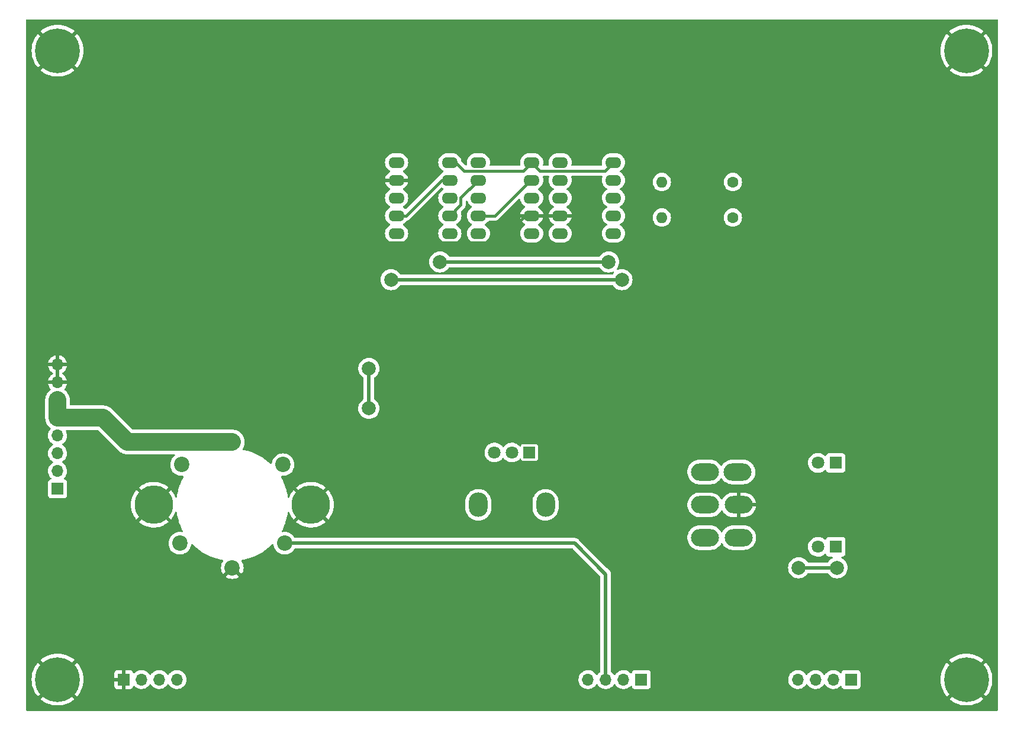
<source format=gbr>
%TF.GenerationSoftware,KiCad,Pcbnew,(6.0.4-0)*%
%TF.CreationDate,2024-04-20T10:36:54+10:00*%
%TF.ProjectId,support PCB,73757070-6f72-4742-9050-43422e6b6963,rev?*%
%TF.SameCoordinates,Original*%
%TF.FileFunction,Copper,L1,Top*%
%TF.FilePolarity,Positive*%
%FSLAX46Y46*%
G04 Gerber Fmt 4.6, Leading zero omitted, Abs format (unit mm)*
G04 Created by KiCad (PCBNEW (6.0.4-0)) date 2024-04-20 10:36:54*
%MOMM*%
%LPD*%
G01*
G04 APERTURE LIST*
%TA.AperFunction,ComponentPad*%
%ADD10C,0.800000*%
%TD*%
%TA.AperFunction,ComponentPad*%
%ADD11C,6.400000*%
%TD*%
%TA.AperFunction,ComponentPad*%
%ADD12C,2.200000*%
%TD*%
%TA.AperFunction,ComponentPad*%
%ADD13C,5.500000*%
%TD*%
%TA.AperFunction,ComponentPad*%
%ADD14O,2.300000X1.600000*%
%TD*%
%TA.AperFunction,ComponentPad*%
%ADD15O,4.000000X2.500000*%
%TD*%
%TA.AperFunction,ComponentPad*%
%ADD16O,2.720000X3.500000*%
%TD*%
%TA.AperFunction,ComponentPad*%
%ADD17R,1.800000X1.800000*%
%TD*%
%TA.AperFunction,ComponentPad*%
%ADD18C,1.800000*%
%TD*%
%TA.AperFunction,ComponentPad*%
%ADD19O,1.600000X1.600000*%
%TD*%
%TA.AperFunction,ComponentPad*%
%ADD20C,1.600000*%
%TD*%
%TA.AperFunction,ComponentPad*%
%ADD21O,1.700000X1.700000*%
%TD*%
%TA.AperFunction,ComponentPad*%
%ADD22R,1.700000X1.700000*%
%TD*%
%TA.AperFunction,ViaPad*%
%ADD23C,2.000000*%
%TD*%
%TA.AperFunction,Conductor*%
%ADD24C,2.500000*%
%TD*%
%TA.AperFunction,Conductor*%
%ADD25C,0.400000*%
%TD*%
%TA.AperFunction,Conductor*%
%ADD26C,0.500000*%
%TD*%
G04 APERTURE END LIST*
D10*
%TO.P,H4,1*%
%TO.N,GND*%
X66697056Y-133302944D03*
X65000000Y-132600000D03*
X63302944Y-133302944D03*
X62600000Y-135000000D03*
X63302944Y-136697056D03*
X65000000Y-137400000D03*
X66697056Y-136697056D03*
X67400000Y-135000000D03*
D11*
X65000000Y-135000000D03*
%TD*%
D10*
%TO.P,H3,1*%
%TO.N,GND*%
X196697056Y-133302944D03*
X195000000Y-132600000D03*
X193302944Y-133302944D03*
X192600000Y-135000000D03*
X193302944Y-136697056D03*
X195000000Y-137400000D03*
X196697056Y-136697056D03*
X197400000Y-135000000D03*
D11*
X195000000Y-135000000D03*
%TD*%
D10*
%TO.P,H2,1*%
%TO.N,GND*%
X196697056Y-43302944D03*
X195000000Y-42600000D03*
X193302944Y-43302944D03*
X192600000Y-45000000D03*
X193302944Y-46697056D03*
X195000000Y-47400000D03*
X196697056Y-46697056D03*
X197400000Y-45000000D03*
D11*
X195000000Y-45000000D03*
%TD*%
D10*
%TO.P,H1,1*%
%TO.N,GND*%
X66697056Y-43302944D03*
X65000000Y-42600000D03*
X63302944Y-43302944D03*
X62600000Y-45000000D03*
X63302944Y-46697056D03*
X65000000Y-47400000D03*
X66697056Y-46697056D03*
X67400000Y-45000000D03*
D11*
X65000000Y-45000000D03*
%TD*%
D12*
%TO.P,J5,6*%
%TO.N,+5V*%
X90000000Y-101000000D03*
%TO.P,J5,5*%
%TO.N,~{FLAG_RESET}*%
X97250000Y-104250000D03*
%TO.P,J5,4*%
%TO.N,~{FLAG}*%
X97500000Y-115500000D03*
%TO.P,J5,3*%
%TO.N,GND*%
X90000000Y-119000000D03*
%TO.P,J5,2*%
%TO.N,~{DATA}*%
X82500000Y-115500000D03*
%TO.P,J5,1*%
%TO.N,~{CLOCK}*%
X82750000Y-104250000D03*
D13*
%TO.P,J5,0*%
%TO.N,GND*%
X101250000Y-110000000D03*
X78750000Y-110000000D03*
%TD*%
D14*
%TO.P,K3,10*%
%TO.N,Net-(K1-Pad10)*%
X144520000Y-61000000D03*
%TO.P,K3,9*%
%TO.N,Net-(K3-Pad9)*%
X144520000Y-63540000D03*
%TO.P,K3,8*%
%TO.N,Net-(K1-Pad10)*%
X144520000Y-66080000D03*
%TO.P,K3,7*%
%TO.N,Net-(K3-Pad7)*%
X144520000Y-68620000D03*
%TO.P,K3,6*%
%TO.N,N/C*%
X144520000Y-71160000D03*
%TO.P,K3,5*%
X136900000Y-71160000D03*
%TO.P,K3,4*%
%TO.N,GND*%
X136900000Y-68620000D03*
%TO.P,K3,3*%
%TO.N,~{RBI}*%
X136900000Y-66080000D03*
%TO.P,K3,2*%
%TO.N,Net-(K3-Pad2)*%
X136900000Y-63540000D03*
%TO.P,K3,1*%
%TO.N,+5V*%
X136900000Y-61000000D03*
%TD*%
%TO.P,K2,10*%
%TO.N,Net-(K1-Pad10)*%
X132820000Y-61000000D03*
%TO.P,K2,9*%
%TO.N,OH*%
X132820000Y-63540000D03*
%TO.P,K2,8*%
%TO.N,A2C*%
X132820000Y-66080000D03*
%TO.P,K2,7*%
%TO.N,GND*%
X132820000Y-68620000D03*
%TO.P,K2,6*%
%TO.N,N/C*%
X132820000Y-71160000D03*
%TO.P,K2,5*%
X125200000Y-71160000D03*
%TO.P,K2,4*%
%TO.N,OH*%
X125200000Y-68620000D03*
%TO.P,K2,3*%
%TO.N,A1C*%
X125200000Y-66080000D03*
%TO.P,K2,2*%
%TO.N,OG*%
X125200000Y-63540000D03*
%TO.P,K2,1*%
%TO.N,+5V*%
X125200000Y-61000000D03*
%TD*%
%TO.P,K1,10*%
%TO.N,Net-(K1-Pad10)*%
X121120000Y-61000000D03*
%TO.P,K1,9*%
%TO.N,OF*%
X121120000Y-63540000D03*
%TO.P,K1,8*%
%TO.N,A0C*%
X121120000Y-66080000D03*
%TO.P,K1,7*%
%TO.N,OG*%
X121120000Y-68620000D03*
%TO.P,K1,6*%
%TO.N,N/C*%
X121120000Y-71160000D03*
%TO.P,K1,5*%
X113500000Y-71160000D03*
%TO.P,K1,4*%
%TO.N,OF*%
X113500000Y-68620000D03*
%TO.P,K1,3*%
%TO.N,A2B*%
X113500000Y-66080000D03*
%TO.P,K1,2*%
%TO.N,GND*%
X113500000Y-63540000D03*
%TO.P,K1,1*%
%TO.N,+5V*%
X113500000Y-61000000D03*
%TD*%
D15*
%TO.P,SW1,6*%
%TO.N,N/C*%
X157600000Y-105300000D03*
%TO.P,SW1,5*%
X157600000Y-110000000D03*
%TO.P,SW1,4*%
X157600000Y-114700000D03*
%TO.P,SW1,3*%
%TO.N,Net-(K1-Pad10)*%
X162300000Y-105300000D03*
%TO.P,SW1,2*%
%TO.N,GND*%
X162400000Y-110000000D03*
%TO.P,SW1,1*%
%TO.N,Net-(SW1-Pad1)*%
X162400000Y-114700000D03*
%TD*%
D16*
%TO.P,RV1,0*%
%TO.N,N/C*%
X125200000Y-110000000D03*
X134800000Y-110000000D03*
D17*
%TO.P,RV1,1*%
%TO.N,Net-(J3-Pad4)*%
X132500000Y-102500000D03*
D18*
%TO.P,RV1,2*%
%TO.N,Net-(J3-Pad3)*%
X130000000Y-102500000D03*
%TO.P,RV1,3*%
%TO.N,Net-(J3-Pad2)*%
X127500000Y-102500000D03*
%TD*%
D19*
%TO.P,R2,2*%
%TO.N,Net-(K3-Pad7)*%
X151440000Y-68880000D03*
D20*
%TO.P,R2,1*%
%TO.N,Net-(D2-Pad1)*%
X161600000Y-68880000D03*
%TD*%
D19*
%TO.P,R1,2*%
%TO.N,Net-(K3-Pad9)*%
X151440000Y-63800000D03*
D20*
%TO.P,R1,1*%
%TO.N,Net-(D1-Pad1)*%
X161600000Y-63800000D03*
%TD*%
D21*
%TO.P,J4,4*%
%TO.N,~{FLAG_RESET}*%
X140880000Y-135000000D03*
%TO.P,J4,3*%
%TO.N,~{FLAG}*%
X143420000Y-135000000D03*
%TO.P,J4,2*%
%TO.N,~{DATA}*%
X145960000Y-135000000D03*
D22*
%TO.P,J4,1*%
%TO.N,~{CLOCK}*%
X148500000Y-135000000D03*
%TD*%
D21*
%TO.P,J3,4*%
%TO.N,Net-(J3-Pad4)*%
X82080000Y-135000000D03*
%TO.P,J3,3*%
%TO.N,Net-(J3-Pad3)*%
X79540000Y-135000000D03*
%TO.P,J3,2*%
%TO.N,Net-(J3-Pad2)*%
X77000000Y-135000000D03*
D22*
%TO.P,J3,1*%
%TO.N,GND*%
X74460000Y-135000000D03*
%TD*%
D21*
%TO.P,J2,8*%
%TO.N,GND*%
X65000000Y-89920000D03*
%TO.P,J2,7*%
X65000000Y-92460000D03*
%TO.P,J2,6*%
%TO.N,+5V*%
X65000000Y-95000000D03*
%TO.P,J2,5*%
X65000000Y-97540000D03*
%TO.P,J2,4*%
%TO.N,A1C*%
X65000000Y-100080000D03*
%TO.P,J2,3*%
%TO.N,A2C*%
X65000000Y-102620000D03*
%TO.P,J2,2*%
%TO.N,~{RBI}*%
X65000000Y-105160000D03*
D22*
%TO.P,J2,1*%
%TO.N,A0C*%
X65000000Y-107700000D03*
%TD*%
D21*
%TO.P,J1,4*%
%TO.N,OH*%
X170880000Y-135000000D03*
%TO.P,J1,3*%
%TO.N,OG*%
X173420000Y-135000000D03*
%TO.P,J1,2*%
%TO.N,OF*%
X175960000Y-135000000D03*
D22*
%TO.P,J1,1*%
%TO.N,A2B*%
X178500000Y-135000000D03*
%TD*%
D18*
%TO.P,D2,2*%
%TO.N,+5V*%
X173760000Y-104000000D03*
D17*
%TO.P,D2,1*%
%TO.N,Net-(D2-Pad1)*%
X176300000Y-104000000D03*
%TD*%
D18*
%TO.P,D1,2*%
%TO.N,+5V*%
X173760000Y-116000000D03*
D17*
%TO.P,D1,1*%
%TO.N,Net-(D1-Pad1)*%
X176300000Y-116000000D03*
%TD*%
D23*
%TO.N,OG*%
X143820000Y-75230000D03*
X119690000Y-75230000D03*
%TO.N,OF*%
X145725000Y-77770000D03*
X112705000Y-77770000D03*
%TO.N,A0C*%
X109530000Y-90470000D03*
X109530000Y-96185000D03*
%TO.N,Net-(K1-Pad10)*%
X176500000Y-119000000D03*
X171000000Y-119000000D03*
%TD*%
D24*
%TO.N,+5V*%
X90000000Y-101000000D02*
X75000000Y-101000000D01*
X71540000Y-97540000D02*
X65000000Y-97540000D01*
X75000000Y-101000000D02*
X71540000Y-97540000D01*
X65000000Y-95000000D02*
X65000000Y-97540000D01*
D25*
%TO.N,OH*%
X125200000Y-68620000D02*
X127570000Y-68620000D01*
X132650000Y-63540000D02*
X132820000Y-63540000D01*
X127570000Y-68620000D02*
X132650000Y-63540000D01*
%TO.N,OG*%
X122670010Y-67069990D02*
X121120000Y-68620000D01*
X122670010Y-66069990D02*
X122670010Y-67069990D01*
X125200000Y-63540000D02*
X122670010Y-66069990D01*
D26*
X143820000Y-75230000D02*
X119690000Y-75230000D01*
D25*
%TO.N,OF*%
X121120000Y-63540000D02*
X119950000Y-63540000D01*
X114870000Y-68620000D02*
X113500000Y-68620000D01*
X119950000Y-63540000D02*
X114870000Y-68620000D01*
D26*
X145725000Y-77770000D02*
X112705000Y-77770000D01*
D25*
%TO.N,GND*%
X136900000Y-68620000D02*
X132820000Y-68620000D01*
X132820000Y-68620000D02*
X131880000Y-68620000D01*
X131880000Y-68620000D02*
X128000000Y-72500000D01*
X128000000Y-72500000D02*
X110500000Y-72500000D01*
X110500000Y-72500000D02*
X109000000Y-71000000D01*
X109000000Y-71000000D02*
X109000000Y-66000000D01*
X111460000Y-63540000D02*
X113500000Y-63540000D01*
X109000000Y-66000000D02*
X111460000Y-63540000D01*
D26*
%TO.N,A0C*%
X109530000Y-90470000D02*
X109530000Y-96185000D01*
%TO.N,~{FLAG}*%
X97500000Y-115500000D02*
X139000000Y-115500000D01*
X143420000Y-119920000D02*
X143420000Y-135000000D01*
X139000000Y-115500000D02*
X143420000Y-119920000D01*
D25*
%TO.N,Net-(K1-Pad10)*%
X121120000Y-61000000D02*
X121970000Y-61000000D01*
X131619990Y-62200010D02*
X132820000Y-61000000D01*
X123170010Y-62200010D02*
X131619990Y-62200010D01*
X121970000Y-61000000D02*
X123170010Y-62200010D01*
X143319990Y-62200010D02*
X144520000Y-61000000D01*
X134020010Y-62200010D02*
X143319990Y-62200010D01*
X132820000Y-61000000D02*
X134020010Y-62200010D01*
D26*
X176500000Y-119000000D02*
X171000000Y-119000000D01*
%TD*%
%TA.AperFunction,Conductor*%
%TO.N,GND*%
G36*
X199433621Y-40528502D02*
G01*
X199480114Y-40582158D01*
X199491500Y-40634500D01*
X199491500Y-139365500D01*
X199471498Y-139433621D01*
X199417842Y-139480114D01*
X199365500Y-139491500D01*
X60634500Y-139491500D01*
X60566379Y-139471498D01*
X60519886Y-139417842D01*
X60508500Y-139365500D01*
X60508500Y-137797386D01*
X62567759Y-137797386D01*
X62575216Y-137807753D01*
X62814935Y-138001874D01*
X62820272Y-138005751D01*
X63140685Y-138213830D01*
X63146394Y-138217127D01*
X63486811Y-138390578D01*
X63492836Y-138393260D01*
X63849502Y-138530171D01*
X63855784Y-138532212D01*
X64224816Y-138631094D01*
X64231266Y-138632465D01*
X64608629Y-138692234D01*
X64615167Y-138692920D01*
X64996699Y-138712916D01*
X65003301Y-138712916D01*
X65384833Y-138692920D01*
X65391371Y-138692234D01*
X65768734Y-138632465D01*
X65775184Y-138631094D01*
X66144216Y-138532212D01*
X66150498Y-138530171D01*
X66507164Y-138393260D01*
X66513189Y-138390578D01*
X66853606Y-138217127D01*
X66859315Y-138213830D01*
X67179728Y-138005751D01*
X67185065Y-138001874D01*
X67423835Y-137808522D01*
X67431527Y-137797386D01*
X192567759Y-137797386D01*
X192575216Y-137807753D01*
X192814935Y-138001874D01*
X192820272Y-138005751D01*
X193140685Y-138213830D01*
X193146394Y-138217127D01*
X193486811Y-138390578D01*
X193492836Y-138393260D01*
X193849502Y-138530171D01*
X193855784Y-138532212D01*
X194224816Y-138631094D01*
X194231266Y-138632465D01*
X194608629Y-138692234D01*
X194615167Y-138692920D01*
X194996699Y-138712916D01*
X195003301Y-138712916D01*
X195384833Y-138692920D01*
X195391371Y-138692234D01*
X195768734Y-138632465D01*
X195775184Y-138631094D01*
X196144216Y-138532212D01*
X196150498Y-138530171D01*
X196507164Y-138393260D01*
X196513189Y-138390578D01*
X196853606Y-138217127D01*
X196859315Y-138213830D01*
X197179728Y-138005751D01*
X197185065Y-138001874D01*
X197423835Y-137808522D01*
X197432300Y-137796267D01*
X197425966Y-137785176D01*
X195012812Y-135372022D01*
X194998868Y-135364408D01*
X194997035Y-135364539D01*
X194990420Y-135368790D01*
X192574900Y-137784310D01*
X192567759Y-137797386D01*
X67431527Y-137797386D01*
X67432300Y-137796267D01*
X67425966Y-137785176D01*
X65012812Y-135372022D01*
X64998868Y-135364408D01*
X64997035Y-135364539D01*
X64990420Y-135368790D01*
X62574900Y-137784310D01*
X62567759Y-137797386D01*
X60508500Y-137797386D01*
X60508500Y-135003301D01*
X61287084Y-135003301D01*
X61307080Y-135384833D01*
X61307766Y-135391371D01*
X61367535Y-135768734D01*
X61368906Y-135775184D01*
X61467788Y-136144216D01*
X61469829Y-136150498D01*
X61606740Y-136507164D01*
X61609422Y-136513189D01*
X61782872Y-136853603D01*
X61786169Y-136859313D01*
X61994253Y-137179735D01*
X61998123Y-137185061D01*
X62191478Y-137423835D01*
X62203733Y-137432300D01*
X62214824Y-137425966D01*
X64627978Y-135012812D01*
X64634356Y-135001132D01*
X65364408Y-135001132D01*
X65364539Y-135002965D01*
X65368790Y-135009580D01*
X67784310Y-137425100D01*
X67797386Y-137432241D01*
X67807753Y-137424784D01*
X68001877Y-137185061D01*
X68005747Y-137179735D01*
X68213831Y-136859313D01*
X68217128Y-136853603D01*
X68390578Y-136513189D01*
X68393260Y-136507164D01*
X68530171Y-136150498D01*
X68532212Y-136144216D01*
X68599078Y-135894669D01*
X73102001Y-135894669D01*
X73102371Y-135901490D01*
X73107895Y-135952352D01*
X73111521Y-135967604D01*
X73156676Y-136088054D01*
X73165214Y-136103649D01*
X73241715Y-136205724D01*
X73254276Y-136218285D01*
X73356351Y-136294786D01*
X73371946Y-136303324D01*
X73492394Y-136348478D01*
X73507649Y-136352105D01*
X73558514Y-136357631D01*
X73565328Y-136358000D01*
X74187885Y-136358000D01*
X74203124Y-136353525D01*
X74204329Y-136352135D01*
X74206000Y-136344452D01*
X74206000Y-136339884D01*
X74714000Y-136339884D01*
X74718475Y-136355123D01*
X74719865Y-136356328D01*
X74727548Y-136357999D01*
X75354669Y-136357999D01*
X75361490Y-136357629D01*
X75412352Y-136352105D01*
X75427604Y-136348479D01*
X75548054Y-136303324D01*
X75563649Y-136294786D01*
X75665724Y-136218285D01*
X75678285Y-136205724D01*
X75754786Y-136103649D01*
X75763324Y-136088054D01*
X75804225Y-135978952D01*
X75846867Y-135922188D01*
X75913428Y-135897488D01*
X75982777Y-135912696D01*
X76017444Y-135940684D01*
X76042865Y-135970031D01*
X76042869Y-135970035D01*
X76046250Y-135973938D01*
X76218126Y-136116632D01*
X76411000Y-136229338D01*
X76619692Y-136309030D01*
X76624760Y-136310061D01*
X76624763Y-136310062D01*
X76732017Y-136331883D01*
X76838597Y-136353567D01*
X76843772Y-136353757D01*
X76843774Y-136353757D01*
X77056673Y-136361564D01*
X77056677Y-136361564D01*
X77061837Y-136361753D01*
X77066957Y-136361097D01*
X77066959Y-136361097D01*
X77278288Y-136334025D01*
X77278289Y-136334025D01*
X77283416Y-136333368D01*
X77288366Y-136331883D01*
X77492429Y-136270661D01*
X77492434Y-136270659D01*
X77497384Y-136269174D01*
X77697994Y-136170896D01*
X77879860Y-136041173D01*
X78038096Y-135883489D01*
X78097594Y-135800689D01*
X78168453Y-135702077D01*
X78169776Y-135703028D01*
X78216645Y-135659857D01*
X78286580Y-135647625D01*
X78352026Y-135675144D01*
X78379875Y-135706994D01*
X78439987Y-135805088D01*
X78586250Y-135973938D01*
X78758126Y-136116632D01*
X78951000Y-136229338D01*
X79159692Y-136309030D01*
X79164760Y-136310061D01*
X79164763Y-136310062D01*
X79272017Y-136331883D01*
X79378597Y-136353567D01*
X79383772Y-136353757D01*
X79383774Y-136353757D01*
X79596673Y-136361564D01*
X79596677Y-136361564D01*
X79601837Y-136361753D01*
X79606957Y-136361097D01*
X79606959Y-136361097D01*
X79818288Y-136334025D01*
X79818289Y-136334025D01*
X79823416Y-136333368D01*
X79828366Y-136331883D01*
X80032429Y-136270661D01*
X80032434Y-136270659D01*
X80037384Y-136269174D01*
X80237994Y-136170896D01*
X80419860Y-136041173D01*
X80578096Y-135883489D01*
X80637594Y-135800689D01*
X80708453Y-135702077D01*
X80709776Y-135703028D01*
X80756645Y-135659857D01*
X80826580Y-135647625D01*
X80892026Y-135675144D01*
X80919875Y-135706994D01*
X80979987Y-135805088D01*
X81126250Y-135973938D01*
X81298126Y-136116632D01*
X81491000Y-136229338D01*
X81699692Y-136309030D01*
X81704760Y-136310061D01*
X81704763Y-136310062D01*
X81812017Y-136331883D01*
X81918597Y-136353567D01*
X81923772Y-136353757D01*
X81923774Y-136353757D01*
X82136673Y-136361564D01*
X82136677Y-136361564D01*
X82141837Y-136361753D01*
X82146957Y-136361097D01*
X82146959Y-136361097D01*
X82358288Y-136334025D01*
X82358289Y-136334025D01*
X82363416Y-136333368D01*
X82368366Y-136331883D01*
X82572429Y-136270661D01*
X82572434Y-136270659D01*
X82577384Y-136269174D01*
X82777994Y-136170896D01*
X82959860Y-136041173D01*
X83118096Y-135883489D01*
X83177594Y-135800689D01*
X83245435Y-135706277D01*
X83248453Y-135702077D01*
X83269320Y-135659857D01*
X83345136Y-135506453D01*
X83345137Y-135506451D01*
X83347430Y-135501811D01*
X83412370Y-135288069D01*
X83441529Y-135066590D01*
X83443156Y-135000000D01*
X83424852Y-134777361D01*
X83370431Y-134560702D01*
X83281354Y-134355840D01*
X83241906Y-134294862D01*
X83162822Y-134172617D01*
X83162820Y-134172614D01*
X83160014Y-134168277D01*
X83009670Y-134003051D01*
X83005619Y-133999852D01*
X83005615Y-133999848D01*
X82838414Y-133867800D01*
X82838410Y-133867798D01*
X82834359Y-133864598D01*
X82818393Y-133855784D01*
X82782136Y-133835769D01*
X82638789Y-133756638D01*
X82633920Y-133754914D01*
X82633916Y-133754912D01*
X82433087Y-133683795D01*
X82433083Y-133683794D01*
X82428212Y-133682069D01*
X82423119Y-133681162D01*
X82423116Y-133681161D01*
X82213373Y-133643800D01*
X82213367Y-133643799D01*
X82208284Y-133642894D01*
X82134452Y-133641992D01*
X81990081Y-133640228D01*
X81990079Y-133640228D01*
X81984911Y-133640165D01*
X81764091Y-133673955D01*
X81551756Y-133743357D01*
X81353607Y-133846507D01*
X81349474Y-133849610D01*
X81349471Y-133849612D01*
X81266450Y-133911946D01*
X81174965Y-133980635D01*
X81135525Y-134021907D01*
X81081280Y-134078671D01*
X81020629Y-134142138D01*
X80913201Y-134299621D01*
X80858293Y-134344621D01*
X80787768Y-134352792D01*
X80724021Y-134321538D01*
X80703324Y-134297054D01*
X80622822Y-134172617D01*
X80622820Y-134172614D01*
X80620014Y-134168277D01*
X80469670Y-134003051D01*
X80465619Y-133999852D01*
X80465615Y-133999848D01*
X80298414Y-133867800D01*
X80298410Y-133867798D01*
X80294359Y-133864598D01*
X80278393Y-133855784D01*
X80242136Y-133835769D01*
X80098789Y-133756638D01*
X80093920Y-133754914D01*
X80093916Y-133754912D01*
X79893087Y-133683795D01*
X79893083Y-133683794D01*
X79888212Y-133682069D01*
X79883119Y-133681162D01*
X79883116Y-133681161D01*
X79673373Y-133643800D01*
X79673367Y-133643799D01*
X79668284Y-133642894D01*
X79594452Y-133641992D01*
X79450081Y-133640228D01*
X79450079Y-133640228D01*
X79444911Y-133640165D01*
X79224091Y-133673955D01*
X79011756Y-133743357D01*
X78813607Y-133846507D01*
X78809474Y-133849610D01*
X78809471Y-133849612D01*
X78726450Y-133911946D01*
X78634965Y-133980635D01*
X78595525Y-134021907D01*
X78541280Y-134078671D01*
X78480629Y-134142138D01*
X78373201Y-134299621D01*
X78318293Y-134344621D01*
X78247768Y-134352792D01*
X78184021Y-134321538D01*
X78163324Y-134297054D01*
X78082822Y-134172617D01*
X78082820Y-134172614D01*
X78080014Y-134168277D01*
X77929670Y-134003051D01*
X77925619Y-133999852D01*
X77925615Y-133999848D01*
X77758414Y-133867800D01*
X77758410Y-133867798D01*
X77754359Y-133864598D01*
X77738393Y-133855784D01*
X77702136Y-133835769D01*
X77558789Y-133756638D01*
X77553920Y-133754914D01*
X77553916Y-133754912D01*
X77353087Y-133683795D01*
X77353083Y-133683794D01*
X77348212Y-133682069D01*
X77343119Y-133681162D01*
X77343116Y-133681161D01*
X77133373Y-133643800D01*
X77133367Y-133643799D01*
X77128284Y-133642894D01*
X77054452Y-133641992D01*
X76910081Y-133640228D01*
X76910079Y-133640228D01*
X76904911Y-133640165D01*
X76684091Y-133673955D01*
X76471756Y-133743357D01*
X76273607Y-133846507D01*
X76269474Y-133849610D01*
X76269471Y-133849612D01*
X76186450Y-133911946D01*
X76094965Y-133980635D01*
X76091393Y-133984373D01*
X76013898Y-134065466D01*
X75952374Y-134100895D01*
X75881462Y-134097438D01*
X75823676Y-134056192D01*
X75804823Y-134022644D01*
X75763324Y-133911946D01*
X75754786Y-133896351D01*
X75678285Y-133794276D01*
X75665724Y-133781715D01*
X75563649Y-133705214D01*
X75548054Y-133696676D01*
X75427606Y-133651522D01*
X75412351Y-133647895D01*
X75361486Y-133642369D01*
X75354672Y-133642000D01*
X74732115Y-133642000D01*
X74716876Y-133646475D01*
X74715671Y-133647865D01*
X74714000Y-133655548D01*
X74714000Y-136339884D01*
X74206000Y-136339884D01*
X74206000Y-135272115D01*
X74201525Y-135256876D01*
X74200135Y-135255671D01*
X74192452Y-135254000D01*
X73120116Y-135254000D01*
X73104877Y-135258475D01*
X73103672Y-135259865D01*
X73102001Y-135267548D01*
X73102001Y-135894669D01*
X68599078Y-135894669D01*
X68631094Y-135775184D01*
X68632465Y-135768734D01*
X68692234Y-135391371D01*
X68692920Y-135384833D01*
X68712916Y-135003301D01*
X68712916Y-134996699D01*
X68698828Y-134727885D01*
X73102000Y-134727885D01*
X73106475Y-134743124D01*
X73107865Y-134744329D01*
X73115548Y-134746000D01*
X74187885Y-134746000D01*
X74203124Y-134741525D01*
X74204329Y-134740135D01*
X74206000Y-134732452D01*
X74206000Y-133660116D01*
X74201525Y-133644877D01*
X74200135Y-133643672D01*
X74192452Y-133642001D01*
X73565331Y-133642001D01*
X73558510Y-133642371D01*
X73507648Y-133647895D01*
X73492396Y-133651521D01*
X73371946Y-133696676D01*
X73356351Y-133705214D01*
X73254276Y-133781715D01*
X73241715Y-133794276D01*
X73165214Y-133896351D01*
X73156676Y-133911946D01*
X73111522Y-134032394D01*
X73107895Y-134047649D01*
X73102369Y-134098514D01*
X73102000Y-134105328D01*
X73102000Y-134727885D01*
X68698828Y-134727885D01*
X68692920Y-134615167D01*
X68692234Y-134608629D01*
X68632465Y-134231266D01*
X68631094Y-134224816D01*
X68532212Y-133855784D01*
X68530171Y-133849502D01*
X68393260Y-133492836D01*
X68390578Y-133486811D01*
X68217128Y-133146397D01*
X68213831Y-133140687D01*
X68005747Y-132820265D01*
X68001877Y-132814939D01*
X67808522Y-132576165D01*
X67796267Y-132567700D01*
X67785176Y-132574034D01*
X65372022Y-134987188D01*
X65364408Y-135001132D01*
X64634356Y-135001132D01*
X64635592Y-134998868D01*
X64635461Y-134997035D01*
X64631210Y-134990420D01*
X62215690Y-132574900D01*
X62202614Y-132567759D01*
X62192247Y-132575216D01*
X61998123Y-132814939D01*
X61994253Y-132820265D01*
X61786169Y-133140687D01*
X61782872Y-133146397D01*
X61609422Y-133486811D01*
X61606740Y-133492836D01*
X61469829Y-133849502D01*
X61467788Y-133855784D01*
X61368906Y-134224816D01*
X61367535Y-134231266D01*
X61307766Y-134608629D01*
X61307080Y-134615167D01*
X61287084Y-134996699D01*
X61287084Y-135003301D01*
X60508500Y-135003301D01*
X60508500Y-132203733D01*
X62567700Y-132203733D01*
X62574034Y-132214824D01*
X64987188Y-134627978D01*
X65001132Y-134635592D01*
X65002965Y-134635461D01*
X65009580Y-134631210D01*
X67425100Y-132215690D01*
X67432241Y-132202614D01*
X67424784Y-132192247D01*
X67185065Y-131998126D01*
X67179728Y-131994249D01*
X66859315Y-131786170D01*
X66853606Y-131782873D01*
X66513189Y-131609422D01*
X66507164Y-131606740D01*
X66150498Y-131469829D01*
X66144216Y-131467788D01*
X65775184Y-131368906D01*
X65768734Y-131367535D01*
X65391371Y-131307766D01*
X65384833Y-131307080D01*
X65003301Y-131287084D01*
X64996699Y-131287084D01*
X64615167Y-131307080D01*
X64608629Y-131307766D01*
X64231266Y-131367535D01*
X64224816Y-131368906D01*
X63855784Y-131467788D01*
X63849502Y-131469829D01*
X63492836Y-131606740D01*
X63486811Y-131609422D01*
X63146397Y-131782872D01*
X63140687Y-131786169D01*
X62820265Y-131994253D01*
X62814939Y-131998123D01*
X62576165Y-132191478D01*
X62567700Y-132203733D01*
X60508500Y-132203733D01*
X60508500Y-120305390D01*
X89059440Y-120305390D01*
X89065167Y-120313040D01*
X89263506Y-120434583D01*
X89272300Y-120439064D01*
X89496991Y-120532134D01*
X89506376Y-120535183D01*
X89742863Y-120591959D01*
X89752610Y-120593502D01*
X89995070Y-120612584D01*
X90004930Y-120612584D01*
X90247390Y-120593502D01*
X90257137Y-120591959D01*
X90493624Y-120535183D01*
X90503009Y-120532134D01*
X90727700Y-120439064D01*
X90736494Y-120434583D01*
X90931167Y-120315287D01*
X90940627Y-120304830D01*
X90936844Y-120296054D01*
X90012812Y-119372022D01*
X89998868Y-119364408D01*
X89997035Y-119364539D01*
X89990420Y-119368790D01*
X89066200Y-120293010D01*
X89059440Y-120305390D01*
X60508500Y-120305390D01*
X60508500Y-112479389D01*
X76635541Y-112479389D01*
X76643678Y-112490395D01*
X76903938Y-112690099D01*
X76909537Y-112693933D01*
X77205261Y-112873736D01*
X77211251Y-112876948D01*
X77524657Y-113023758D01*
X77530961Y-113026305D01*
X77858384Y-113138406D01*
X77864935Y-113140260D01*
X78202539Y-113216342D01*
X78209258Y-113217479D01*
X78553113Y-113256657D01*
X78559903Y-113257060D01*
X78905973Y-113258872D01*
X78912774Y-113258540D01*
X79257020Y-113222966D01*
X79263748Y-113221900D01*
X79602144Y-113149353D01*
X79608693Y-113147574D01*
X79937278Y-113038905D01*
X79943620Y-113036419D01*
X80258523Y-112892910D01*
X80264577Y-112889745D01*
X80562128Y-112713073D01*
X80567809Y-112709270D01*
X80844547Y-112501489D01*
X80849771Y-112497105D01*
X80856238Y-112491053D01*
X80864307Y-112477373D01*
X80864280Y-112476649D01*
X80859136Y-112468346D01*
X78762812Y-110372022D01*
X78748868Y-110364408D01*
X78747035Y-110364539D01*
X78740420Y-110368790D01*
X76642422Y-112466788D01*
X76635541Y-112479389D01*
X60508500Y-112479389D01*
X60508500Y-109992007D01*
X75487407Y-109992007D01*
X75504917Y-110337659D01*
X75505627Y-110344415D01*
X75560363Y-110686141D01*
X75561802Y-110692796D01*
X75653122Y-111026604D01*
X75655271Y-111033065D01*
X75782110Y-111355067D01*
X75784941Y-111361250D01*
X75945815Y-111667670D01*
X75949298Y-111673513D01*
X76142321Y-111960761D01*
X76146424Y-111966205D01*
X76261911Y-112103351D01*
X76274650Y-112111794D01*
X76285094Y-112105696D01*
X78377978Y-110012812D01*
X78385592Y-109998868D01*
X78385461Y-109997035D01*
X78381210Y-109990420D01*
X76286457Y-107895667D01*
X76272920Y-107888275D01*
X76263219Y-107895063D01*
X76160220Y-108015659D01*
X76156066Y-108021092D01*
X75961056Y-108306965D01*
X75957521Y-108312802D01*
X75794518Y-108618080D01*
X75791642Y-108624249D01*
X75662558Y-108945355D01*
X75660365Y-108951795D01*
X75566714Y-109284968D01*
X75565231Y-109291603D01*
X75508112Y-109632936D01*
X75507353Y-109639708D01*
X75487431Y-109985212D01*
X75487407Y-109992007D01*
X60508500Y-109992007D01*
X60508500Y-97647655D01*
X63239858Y-97647655D01*
X63246679Y-97697777D01*
X63249718Y-97720105D01*
X63250519Y-97727717D01*
X63255939Y-97800652D01*
X63266620Y-97847855D01*
X63268575Y-97858668D01*
X63275104Y-97906638D01*
X63276409Y-97911114D01*
X63276409Y-97911116D01*
X63295566Y-97976842D01*
X63297492Y-97984291D01*
X63313623Y-98055577D01*
X63331172Y-98100704D01*
X63334690Y-98111068D01*
X63348243Y-98157567D01*
X63378855Y-98223972D01*
X63381853Y-98231034D01*
X63408353Y-98299177D01*
X63410666Y-98303224D01*
X63410668Y-98303228D01*
X63432373Y-98341203D01*
X63437406Y-98350976D01*
X63457668Y-98394928D01*
X63497765Y-98456085D01*
X63501771Y-98462624D01*
X63538049Y-98526098D01*
X63540941Y-98529767D01*
X63540942Y-98529768D01*
X63568020Y-98564117D01*
X63574440Y-98573036D01*
X63600976Y-98613509D01*
X63604085Y-98616992D01*
X63604094Y-98617004D01*
X63649662Y-98668057D01*
X63654588Y-98673926D01*
X63699862Y-98731357D01*
X63703265Y-98734558D01*
X63703273Y-98734567D01*
X63735117Y-98764522D01*
X63742780Y-98772386D01*
X63775018Y-98808506D01*
X63778612Y-98811495D01*
X63778616Y-98811499D01*
X63831229Y-98855257D01*
X63836983Y-98860348D01*
X63890237Y-98910443D01*
X63894082Y-98913110D01*
X63894084Y-98913112D01*
X63929996Y-98938025D01*
X63938746Y-98944678D01*
X63975970Y-98975637D01*
X63977350Y-98976475D01*
X64020696Y-99031681D01*
X64027391Y-99102361D01*
X63994780Y-99165472D01*
X63940629Y-99222138D01*
X63937715Y-99226410D01*
X63937714Y-99226411D01*
X63860049Y-99340264D01*
X63814743Y-99406680D01*
X63720688Y-99609305D01*
X63660989Y-99824570D01*
X63637251Y-100046695D01*
X63637548Y-100051848D01*
X63637548Y-100051851D01*
X63642923Y-100145072D01*
X63650110Y-100269715D01*
X63651247Y-100274761D01*
X63651248Y-100274767D01*
X63671119Y-100362939D01*
X63699222Y-100487639D01*
X63783266Y-100694616D01*
X63899987Y-100885088D01*
X64046250Y-101053938D01*
X64218126Y-101196632D01*
X64239548Y-101209150D01*
X64291445Y-101239476D01*
X64340169Y-101291114D01*
X64353240Y-101360897D01*
X64326509Y-101426669D01*
X64286055Y-101460027D01*
X64273607Y-101466507D01*
X64269474Y-101469610D01*
X64269471Y-101469612D01*
X64150303Y-101559086D01*
X64094965Y-101600635D01*
X63940629Y-101762138D01*
X63814743Y-101946680D01*
X63782123Y-102016954D01*
X63739156Y-102109520D01*
X63720688Y-102149305D01*
X63660989Y-102364570D01*
X63637251Y-102586695D01*
X63637548Y-102591848D01*
X63637548Y-102591851D01*
X63647313Y-102761204D01*
X63650110Y-102809715D01*
X63651247Y-102814761D01*
X63651248Y-102814767D01*
X63671005Y-102902432D01*
X63699222Y-103027639D01*
X63751265Y-103155806D01*
X63770457Y-103203070D01*
X63783266Y-103234616D01*
X63785965Y-103239020D01*
X63865634Y-103369028D01*
X63899987Y-103425088D01*
X64046250Y-103593938D01*
X64218126Y-103736632D01*
X64243414Y-103751409D01*
X64291445Y-103779476D01*
X64340169Y-103831114D01*
X64353240Y-103900897D01*
X64326509Y-103966669D01*
X64286055Y-104000027D01*
X64273607Y-104006507D01*
X64269474Y-104009610D01*
X64269471Y-104009612D01*
X64099100Y-104137530D01*
X64094965Y-104140635D01*
X63940629Y-104302138D01*
X63937715Y-104306410D01*
X63937714Y-104306411D01*
X63891995Y-104373433D01*
X63814743Y-104486680D01*
X63720688Y-104689305D01*
X63660989Y-104904570D01*
X63637251Y-105126695D01*
X63637548Y-105131848D01*
X63637548Y-105131851D01*
X63643011Y-105226590D01*
X63650110Y-105349715D01*
X63651247Y-105354761D01*
X63651248Y-105354767D01*
X63663275Y-105408131D01*
X63699222Y-105567639D01*
X63783266Y-105774616D01*
X63789326Y-105784505D01*
X63894509Y-105956148D01*
X63899987Y-105965088D01*
X64046250Y-106133938D01*
X64050230Y-106137242D01*
X64054981Y-106141187D01*
X64094616Y-106200090D01*
X64096113Y-106271071D01*
X64058997Y-106331593D01*
X64018724Y-106356112D01*
X63903295Y-106399385D01*
X63786739Y-106486739D01*
X63699385Y-106603295D01*
X63648255Y-106739684D01*
X63641500Y-106801866D01*
X63641500Y-108598134D01*
X63648255Y-108660316D01*
X63699385Y-108796705D01*
X63786739Y-108913261D01*
X63903295Y-109000615D01*
X64039684Y-109051745D01*
X64101866Y-109058500D01*
X65898134Y-109058500D01*
X65960316Y-109051745D01*
X66096705Y-109000615D01*
X66213261Y-108913261D01*
X66300615Y-108796705D01*
X66351745Y-108660316D01*
X66358500Y-108598134D01*
X66358500Y-107522234D01*
X76635322Y-107522234D01*
X76635357Y-107523075D01*
X76640410Y-107531200D01*
X78737188Y-109627978D01*
X78751132Y-109635592D01*
X78752965Y-109635461D01*
X78759580Y-109631210D01*
X80857431Y-107533359D01*
X80865045Y-107519415D01*
X80864977Y-107518460D01*
X80861024Y-107512482D01*
X80586667Y-107303479D01*
X80581041Y-107299655D01*
X80284706Y-107120894D01*
X80278694Y-107117697D01*
X79964774Y-106971980D01*
X79958474Y-106969460D01*
X79630664Y-106858503D01*
X79624086Y-106856667D01*
X79286237Y-106781768D01*
X79279499Y-106780652D01*
X78935515Y-106742675D01*
X78928735Y-106742296D01*
X78582636Y-106741693D01*
X78575863Y-106742048D01*
X78231726Y-106778825D01*
X78225016Y-106779912D01*
X77886883Y-106853637D01*
X77880308Y-106855448D01*
X77552117Y-106965259D01*
X77545795Y-106967762D01*
X77231388Y-107112373D01*
X77225345Y-107115559D01*
X76928402Y-107293276D01*
X76922756Y-107297085D01*
X76646726Y-107505844D01*
X76643140Y-107508875D01*
X76635322Y-107522234D01*
X66358500Y-107522234D01*
X66358500Y-106801866D01*
X66351745Y-106739684D01*
X66300615Y-106603295D01*
X66213261Y-106486739D01*
X66096705Y-106399385D01*
X66036996Y-106377001D01*
X65978203Y-106354960D01*
X65921439Y-106312318D01*
X65896739Y-106245756D01*
X65911947Y-106176408D01*
X65933493Y-106147727D01*
X66034435Y-106047137D01*
X66038096Y-106043489D01*
X66097594Y-105960689D01*
X66165435Y-105866277D01*
X66168453Y-105862077D01*
X66174248Y-105850353D01*
X66265136Y-105666453D01*
X66265137Y-105666451D01*
X66267430Y-105661811D01*
X66332370Y-105448069D01*
X66361529Y-105226590D01*
X66361611Y-105223240D01*
X66363074Y-105163365D01*
X66363074Y-105163361D01*
X66363156Y-105160000D01*
X66344852Y-104937361D01*
X66290431Y-104720702D01*
X66201354Y-104515840D01*
X66142988Y-104425620D01*
X66082822Y-104332617D01*
X66082820Y-104332614D01*
X66080014Y-104328277D01*
X65929670Y-104163051D01*
X65925619Y-104159852D01*
X65925615Y-104159848D01*
X65758414Y-104027800D01*
X65758410Y-104027798D01*
X65754359Y-104024598D01*
X65713053Y-104001796D01*
X65663084Y-103951364D01*
X65648312Y-103881921D01*
X65673428Y-103815516D01*
X65700780Y-103788909D01*
X65768926Y-103740301D01*
X65879860Y-103661173D01*
X65889127Y-103651939D01*
X66031779Y-103509784D01*
X66038096Y-103503489D01*
X66055343Y-103479488D01*
X66165435Y-103326277D01*
X66168453Y-103322077D01*
X66178562Y-103301624D01*
X66265136Y-103126453D01*
X66265137Y-103126451D01*
X66267430Y-103121811D01*
X66327376Y-102924507D01*
X66330865Y-102913023D01*
X66330865Y-102913021D01*
X66332370Y-102908069D01*
X66361529Y-102686590D01*
X66362267Y-102656391D01*
X66363074Y-102623365D01*
X66363074Y-102623361D01*
X66363156Y-102620000D01*
X66344852Y-102397361D01*
X66290431Y-102180702D01*
X66201354Y-101975840D01*
X66149062Y-101895009D01*
X66082822Y-101792617D01*
X66082820Y-101792614D01*
X66080014Y-101788277D01*
X65929670Y-101623051D01*
X65925619Y-101619852D01*
X65925615Y-101619848D01*
X65758414Y-101487800D01*
X65758410Y-101487798D01*
X65754359Y-101484598D01*
X65713053Y-101461796D01*
X65663084Y-101411364D01*
X65648312Y-101341921D01*
X65673428Y-101275516D01*
X65700780Y-101248909D01*
X65756520Y-101209150D01*
X65879860Y-101121173D01*
X65910963Y-101090179D01*
X66034435Y-100967137D01*
X66038096Y-100963489D01*
X66097594Y-100880689D01*
X66165435Y-100786277D01*
X66168453Y-100782077D01*
X66239664Y-100637993D01*
X66265136Y-100586453D01*
X66265137Y-100586451D01*
X66267430Y-100581811D01*
X66332370Y-100368069D01*
X66361529Y-100146590D01*
X66363156Y-100080000D01*
X66344852Y-99857361D01*
X66290431Y-99640702D01*
X66218269Y-99474741D01*
X66209449Y-99404296D01*
X66240116Y-99340264D01*
X66300532Y-99302976D01*
X66333819Y-99298500D01*
X70759415Y-99298500D01*
X70827536Y-99318502D01*
X70848510Y-99335405D01*
X73717727Y-102204622D01*
X73722635Y-102209816D01*
X73745264Y-102235169D01*
X73775018Y-102268506D01*
X73809203Y-102296937D01*
X73862838Y-102341545D01*
X73864490Y-102342943D01*
X73951071Y-102417546D01*
X73957124Y-102421365D01*
X73970455Y-102431051D01*
X73972375Y-102432648D01*
X73972383Y-102432654D01*
X73975970Y-102435637D01*
X73979960Y-102438058D01*
X74073679Y-102494929D01*
X74075548Y-102496086D01*
X74122109Y-102525463D01*
X74172119Y-102557017D01*
X74176396Y-102558899D01*
X74176398Y-102558900D01*
X74178673Y-102559901D01*
X74193290Y-102567510D01*
X74199419Y-102571229D01*
X74203733Y-102573038D01*
X74304748Y-102615397D01*
X74306769Y-102616265D01*
X74322905Y-102623365D01*
X74411355Y-102662284D01*
X74415862Y-102663513D01*
X74415871Y-102663516D01*
X74418271Y-102664170D01*
X74433848Y-102669533D01*
X74440455Y-102672303D01*
X74444983Y-102673453D01*
X74444986Y-102673454D01*
X74551173Y-102700422D01*
X74553291Y-102700980D01*
X74663521Y-102731032D01*
X74668161Y-102731581D01*
X74668166Y-102731582D01*
X74670627Y-102731873D01*
X74686843Y-102734878D01*
X74693783Y-102736641D01*
X74743344Y-102741632D01*
X74807428Y-102748085D01*
X74809613Y-102748324D01*
X74907542Y-102759914D01*
X74923080Y-102761753D01*
X75027619Y-102758559D01*
X75031467Y-102758500D01*
X81678065Y-102758500D01*
X81746186Y-102778502D01*
X81792679Y-102832158D01*
X81802783Y-102902432D01*
X81773289Y-102967012D01*
X81759896Y-102980311D01*
X81698879Y-103032425D01*
X81609102Y-103109102D01*
X81444672Y-103301624D01*
X81312384Y-103517498D01*
X81310491Y-103522068D01*
X81310489Y-103522072D01*
X81233329Y-103708353D01*
X81215495Y-103751409D01*
X81214340Y-103756221D01*
X81176972Y-103911872D01*
X81156391Y-103997597D01*
X81136526Y-104250000D01*
X81156391Y-104502403D01*
X81157545Y-104507210D01*
X81157546Y-104507216D01*
X81189282Y-104639407D01*
X81215495Y-104748591D01*
X81217388Y-104753162D01*
X81217389Y-104753164D01*
X81295824Y-104942522D01*
X81312384Y-104982502D01*
X81444672Y-105198376D01*
X81609102Y-105390898D01*
X81801624Y-105555328D01*
X82017498Y-105687616D01*
X82022068Y-105689509D01*
X82022072Y-105689511D01*
X82238167Y-105779020D01*
X82251409Y-105784505D01*
X82336032Y-105804821D01*
X82492784Y-105842454D01*
X82492790Y-105842455D01*
X82497597Y-105843609D01*
X82750000Y-105863474D01*
X82754930Y-105863086D01*
X82916716Y-105850353D01*
X82986196Y-105864949D01*
X83036756Y-105914791D01*
X83052342Y-105984056D01*
X83037854Y-106035116D01*
X82912394Y-106271071D01*
X82800583Y-106481358D01*
X82797521Y-106487116D01*
X82796628Y-106489122D01*
X82796623Y-106489132D01*
X82583524Y-106967762D01*
X82570020Y-106998093D01*
X82569274Y-107000142D01*
X82569271Y-107000150D01*
X82525324Y-107120894D01*
X82378716Y-107523695D01*
X82378109Y-107525812D01*
X82378108Y-107525815D01*
X82273200Y-107891675D01*
X82224543Y-108061361D01*
X82108251Y-108608472D01*
X82107947Y-108610635D01*
X82068556Y-108890916D01*
X82039268Y-108955590D01*
X81979664Y-108994163D01*
X81908667Y-108994388D01*
X81848820Y-108956194D01*
X81826711Y-108919968D01*
X81713143Y-108634583D01*
X81710290Y-108628409D01*
X81548343Y-108322545D01*
X81544849Y-108316728D01*
X81350813Y-108030140D01*
X81346699Y-108024721D01*
X81238090Y-107896653D01*
X81225265Y-107888217D01*
X81214940Y-107894270D01*
X79122022Y-109987188D01*
X79114408Y-110001132D01*
X79114539Y-110002965D01*
X79118790Y-110009580D01*
X81213553Y-112104343D01*
X81227150Y-112111768D01*
X81236761Y-112105068D01*
X81332845Y-111993360D01*
X81337003Y-111987960D01*
X81533023Y-111702751D01*
X81536570Y-111696940D01*
X81700634Y-111392238D01*
X81703541Y-111386060D01*
X81827322Y-111081227D01*
X81871484Y-111025636D01*
X81938689Y-111002746D01*
X82007601Y-111019823D01*
X82056341Y-111071446D01*
X82068839Y-111111094D01*
X82108251Y-111391528D01*
X82224543Y-111938639D01*
X82225152Y-111940762D01*
X82225152Y-111940763D01*
X82309861Y-112236177D01*
X82378716Y-112476305D01*
X82456531Y-112690099D01*
X82555990Y-112963359D01*
X82570020Y-113001907D01*
X82570906Y-113003896D01*
X82570908Y-113003902D01*
X82762838Y-113434984D01*
X82797521Y-113512884D01*
X82798561Y-113514841D01*
X82798563Y-113514844D01*
X82912656Y-113729422D01*
X82926976Y-113798959D01*
X82901428Y-113865200D01*
X82844123Y-113907112D01*
X82771989Y-113911093D01*
X82757221Y-113907547D01*
X82757213Y-113907546D01*
X82752403Y-113906391D01*
X82500000Y-113886526D01*
X82247597Y-113906391D01*
X82242790Y-113907545D01*
X82242784Y-113907546D01*
X82086032Y-113945179D01*
X82001409Y-113965495D01*
X81996838Y-113967388D01*
X81996836Y-113967389D01*
X81772072Y-114060489D01*
X81772068Y-114060491D01*
X81767498Y-114062384D01*
X81551624Y-114194672D01*
X81359102Y-114359102D01*
X81194672Y-114551624D01*
X81134764Y-114649385D01*
X81066937Y-114760069D01*
X81062384Y-114767498D01*
X81060491Y-114772068D01*
X81060489Y-114772072D01*
X80967455Y-114996677D01*
X80965495Y-115001409D01*
X80952561Y-115055283D01*
X80938264Y-115114837D01*
X80906391Y-115247597D01*
X80886526Y-115500000D01*
X80906391Y-115752403D01*
X80907545Y-115757210D01*
X80907546Y-115757216D01*
X80920980Y-115813171D01*
X80965495Y-115998591D01*
X80967388Y-116003162D01*
X80967389Y-116003164D01*
X81049646Y-116201749D01*
X81062384Y-116232502D01*
X81194672Y-116448376D01*
X81359102Y-116640898D01*
X81551624Y-116805328D01*
X81767498Y-116937616D01*
X81772068Y-116939509D01*
X81772072Y-116939511D01*
X81960874Y-117017715D01*
X82001409Y-117034505D01*
X82086032Y-117054821D01*
X82242784Y-117092454D01*
X82242790Y-117092455D01*
X82247597Y-117093609D01*
X82500000Y-117113474D01*
X82752403Y-117093609D01*
X82757210Y-117092455D01*
X82757216Y-117092454D01*
X82913968Y-117054821D01*
X82998591Y-117034505D01*
X83039126Y-117017715D01*
X83227928Y-116939511D01*
X83227932Y-116939509D01*
X83232502Y-116937616D01*
X83448376Y-116805328D01*
X83640898Y-116640898D01*
X83805328Y-116448376D01*
X83937616Y-116232502D01*
X83950355Y-116201749D01*
X84032611Y-116003164D01*
X84032612Y-116003162D01*
X84034505Y-115998591D01*
X84079020Y-115813171D01*
X84092454Y-115757216D01*
X84092455Y-115757210D01*
X84093609Y-115752403D01*
X84096391Y-115717055D01*
X84121677Y-115650714D01*
X84178815Y-115608574D01*
X84249665Y-115604015D01*
X84312640Y-115639414D01*
X84433361Y-115764424D01*
X84849027Y-116138691D01*
X85289788Y-116483051D01*
X85291620Y-116484286D01*
X85291619Y-116484286D01*
X85524907Y-116641641D01*
X85753496Y-116795827D01*
X86237893Y-117075493D01*
X86239872Y-117076458D01*
X86239881Y-117076463D01*
X86726117Y-117313616D01*
X86740619Y-117320689D01*
X86742654Y-117321511D01*
X86742667Y-117321517D01*
X87257171Y-117529390D01*
X87257183Y-117529394D01*
X87259224Y-117530219D01*
X87261319Y-117530900D01*
X87261328Y-117530903D01*
X87789076Y-117702379D01*
X87789083Y-117702381D01*
X87791182Y-117703063D01*
X88333901Y-117838378D01*
X88336059Y-117838759D01*
X88336066Y-117838760D01*
X88595710Y-117884542D01*
X88659322Y-117916069D01*
X88695792Y-117976983D01*
X88693539Y-118047944D01*
X88681263Y-118074463D01*
X88565417Y-118263506D01*
X88560936Y-118272300D01*
X88467866Y-118496991D01*
X88464817Y-118506376D01*
X88408041Y-118742863D01*
X88406498Y-118752610D01*
X88387416Y-118995070D01*
X88387416Y-119004930D01*
X88406498Y-119247390D01*
X88408041Y-119257137D01*
X88464817Y-119493624D01*
X88467866Y-119503009D01*
X88560936Y-119727700D01*
X88565417Y-119736494D01*
X88684713Y-119931167D01*
X88695170Y-119940627D01*
X88703946Y-119936844D01*
X89910905Y-118729885D01*
X89973217Y-118695859D01*
X90044032Y-118700924D01*
X90089095Y-118729885D01*
X91293010Y-119933800D01*
X91305390Y-119940560D01*
X91313040Y-119934833D01*
X91434583Y-119736494D01*
X91439064Y-119727700D01*
X91532134Y-119503009D01*
X91535183Y-119493624D01*
X91591959Y-119257137D01*
X91593502Y-119247390D01*
X91612584Y-119004930D01*
X91612584Y-118995070D01*
X91593502Y-118752610D01*
X91591959Y-118742863D01*
X91535183Y-118506376D01*
X91532134Y-118496991D01*
X91439064Y-118272300D01*
X91434583Y-118263506D01*
X91318737Y-118074463D01*
X91300199Y-118005929D01*
X91321655Y-117938253D01*
X91376294Y-117892920D01*
X91404290Y-117884542D01*
X91663934Y-117838760D01*
X91663941Y-117838759D01*
X91666099Y-117838378D01*
X92208818Y-117703063D01*
X92210917Y-117702381D01*
X92210924Y-117702379D01*
X92738672Y-117530903D01*
X92738681Y-117530900D01*
X92740776Y-117530219D01*
X92742817Y-117529394D01*
X92742829Y-117529390D01*
X93257333Y-117321517D01*
X93257346Y-117321511D01*
X93259381Y-117320689D01*
X93273883Y-117313616D01*
X93760119Y-117076463D01*
X93760128Y-117076458D01*
X93762107Y-117075493D01*
X94246504Y-116795827D01*
X94475094Y-116641641D01*
X94708381Y-116484286D01*
X94708380Y-116484286D01*
X94710212Y-116483051D01*
X95150973Y-116138691D01*
X95566639Y-115764424D01*
X95687360Y-115639414D01*
X95749069Y-115604307D01*
X95819963Y-115608135D01*
X95877532Y-115649683D01*
X95903609Y-115717055D01*
X95906391Y-115752403D01*
X95907545Y-115757210D01*
X95907546Y-115757216D01*
X95920980Y-115813171D01*
X95965495Y-115998591D01*
X95967388Y-116003162D01*
X95967389Y-116003164D01*
X96049646Y-116201749D01*
X96062384Y-116232502D01*
X96194672Y-116448376D01*
X96359102Y-116640898D01*
X96551624Y-116805328D01*
X96767498Y-116937616D01*
X96772068Y-116939509D01*
X96772072Y-116939511D01*
X96960874Y-117017715D01*
X97001409Y-117034505D01*
X97086032Y-117054821D01*
X97242784Y-117092454D01*
X97242790Y-117092455D01*
X97247597Y-117093609D01*
X97500000Y-117113474D01*
X97752403Y-117093609D01*
X97757210Y-117092455D01*
X97757216Y-117092454D01*
X97913968Y-117054821D01*
X97998591Y-117034505D01*
X98039126Y-117017715D01*
X98227928Y-116939511D01*
X98227932Y-116939509D01*
X98232502Y-116937616D01*
X98448376Y-116805328D01*
X98640898Y-116640898D01*
X98805328Y-116448376D01*
X98884815Y-116318665D01*
X98937463Y-116271034D01*
X98992248Y-116258500D01*
X138633629Y-116258500D01*
X138701750Y-116278502D01*
X138722724Y-116295405D01*
X142624595Y-120197276D01*
X142658621Y-120259588D01*
X142661500Y-120286371D01*
X142661500Y-133807655D01*
X142641498Y-133875776D01*
X142611153Y-133908415D01*
X142519100Y-133977530D01*
X142514965Y-133980635D01*
X142475525Y-134021907D01*
X142421280Y-134078671D01*
X142360629Y-134142138D01*
X142253201Y-134299621D01*
X142198293Y-134344621D01*
X142127768Y-134352792D01*
X142064021Y-134321538D01*
X142043324Y-134297054D01*
X141962822Y-134172617D01*
X141962820Y-134172614D01*
X141960014Y-134168277D01*
X141809670Y-134003051D01*
X141805619Y-133999852D01*
X141805615Y-133999848D01*
X141638414Y-133867800D01*
X141638410Y-133867798D01*
X141634359Y-133864598D01*
X141618393Y-133855784D01*
X141582136Y-133835769D01*
X141438789Y-133756638D01*
X141433920Y-133754914D01*
X141433916Y-133754912D01*
X141233087Y-133683795D01*
X141233083Y-133683794D01*
X141228212Y-133682069D01*
X141223119Y-133681162D01*
X141223116Y-133681161D01*
X141013373Y-133643800D01*
X141013367Y-133643799D01*
X141008284Y-133642894D01*
X140934452Y-133641992D01*
X140790081Y-133640228D01*
X140790079Y-133640228D01*
X140784911Y-133640165D01*
X140564091Y-133673955D01*
X140351756Y-133743357D01*
X140153607Y-133846507D01*
X140149474Y-133849610D01*
X140149471Y-133849612D01*
X140066450Y-133911946D01*
X139974965Y-133980635D01*
X139935525Y-134021907D01*
X139881280Y-134078671D01*
X139820629Y-134142138D01*
X139694743Y-134326680D01*
X139600688Y-134529305D01*
X139540989Y-134744570D01*
X139517251Y-134966695D01*
X139517548Y-134971848D01*
X139517548Y-134971851D01*
X139523011Y-135066590D01*
X139530110Y-135189715D01*
X139531247Y-135194761D01*
X139531248Y-135194767D01*
X139545606Y-135258475D01*
X139579222Y-135407639D01*
X139663266Y-135614616D01*
X139700685Y-135675678D01*
X139777291Y-135800688D01*
X139779987Y-135805088D01*
X139926250Y-135973938D01*
X140098126Y-136116632D01*
X140291000Y-136229338D01*
X140499692Y-136309030D01*
X140504760Y-136310061D01*
X140504763Y-136310062D01*
X140612017Y-136331883D01*
X140718597Y-136353567D01*
X140723772Y-136353757D01*
X140723774Y-136353757D01*
X140936673Y-136361564D01*
X140936677Y-136361564D01*
X140941837Y-136361753D01*
X140946957Y-136361097D01*
X140946959Y-136361097D01*
X141158288Y-136334025D01*
X141158289Y-136334025D01*
X141163416Y-136333368D01*
X141168366Y-136331883D01*
X141372429Y-136270661D01*
X141372434Y-136270659D01*
X141377384Y-136269174D01*
X141577994Y-136170896D01*
X141759860Y-136041173D01*
X141918096Y-135883489D01*
X141977594Y-135800689D01*
X142048453Y-135702077D01*
X142049776Y-135703028D01*
X142096645Y-135659857D01*
X142166580Y-135647625D01*
X142232026Y-135675144D01*
X142259875Y-135706994D01*
X142319987Y-135805088D01*
X142466250Y-135973938D01*
X142638126Y-136116632D01*
X142831000Y-136229338D01*
X143039692Y-136309030D01*
X143044760Y-136310061D01*
X143044763Y-136310062D01*
X143152017Y-136331883D01*
X143258597Y-136353567D01*
X143263772Y-136353757D01*
X143263774Y-136353757D01*
X143476673Y-136361564D01*
X143476677Y-136361564D01*
X143481837Y-136361753D01*
X143486957Y-136361097D01*
X143486959Y-136361097D01*
X143698288Y-136334025D01*
X143698289Y-136334025D01*
X143703416Y-136333368D01*
X143708366Y-136331883D01*
X143912429Y-136270661D01*
X143912434Y-136270659D01*
X143917384Y-136269174D01*
X144117994Y-136170896D01*
X144299860Y-136041173D01*
X144458096Y-135883489D01*
X144517594Y-135800689D01*
X144588453Y-135702077D01*
X144589776Y-135703028D01*
X144636645Y-135659857D01*
X144706580Y-135647625D01*
X144772026Y-135675144D01*
X144799875Y-135706994D01*
X144859987Y-135805088D01*
X145006250Y-135973938D01*
X145178126Y-136116632D01*
X145371000Y-136229338D01*
X145579692Y-136309030D01*
X145584760Y-136310061D01*
X145584763Y-136310062D01*
X145692017Y-136331883D01*
X145798597Y-136353567D01*
X145803772Y-136353757D01*
X145803774Y-136353757D01*
X146016673Y-136361564D01*
X146016677Y-136361564D01*
X146021837Y-136361753D01*
X146026957Y-136361097D01*
X146026959Y-136361097D01*
X146238288Y-136334025D01*
X146238289Y-136334025D01*
X146243416Y-136333368D01*
X146248366Y-136331883D01*
X146452429Y-136270661D01*
X146452434Y-136270659D01*
X146457384Y-136269174D01*
X146657994Y-136170896D01*
X146839860Y-136041173D01*
X146948091Y-135933319D01*
X147010462Y-135899404D01*
X147081268Y-135904592D01*
X147138030Y-135947238D01*
X147155012Y-135978341D01*
X147199385Y-136096705D01*
X147286739Y-136213261D01*
X147403295Y-136300615D01*
X147539684Y-136351745D01*
X147601866Y-136358500D01*
X149398134Y-136358500D01*
X149460316Y-136351745D01*
X149596705Y-136300615D01*
X149713261Y-136213261D01*
X149800615Y-136096705D01*
X149851745Y-135960316D01*
X149858500Y-135898134D01*
X149858500Y-134966695D01*
X169517251Y-134966695D01*
X169517548Y-134971848D01*
X169517548Y-134971851D01*
X169523011Y-135066590D01*
X169530110Y-135189715D01*
X169531247Y-135194761D01*
X169531248Y-135194767D01*
X169545606Y-135258475D01*
X169579222Y-135407639D01*
X169663266Y-135614616D01*
X169700685Y-135675678D01*
X169777291Y-135800688D01*
X169779987Y-135805088D01*
X169926250Y-135973938D01*
X170098126Y-136116632D01*
X170291000Y-136229338D01*
X170499692Y-136309030D01*
X170504760Y-136310061D01*
X170504763Y-136310062D01*
X170612017Y-136331883D01*
X170718597Y-136353567D01*
X170723772Y-136353757D01*
X170723774Y-136353757D01*
X170936673Y-136361564D01*
X170936677Y-136361564D01*
X170941837Y-136361753D01*
X170946957Y-136361097D01*
X170946959Y-136361097D01*
X171158288Y-136334025D01*
X171158289Y-136334025D01*
X171163416Y-136333368D01*
X171168366Y-136331883D01*
X171372429Y-136270661D01*
X171372434Y-136270659D01*
X171377384Y-136269174D01*
X171577994Y-136170896D01*
X171759860Y-136041173D01*
X171918096Y-135883489D01*
X171977594Y-135800689D01*
X172048453Y-135702077D01*
X172049776Y-135703028D01*
X172096645Y-135659857D01*
X172166580Y-135647625D01*
X172232026Y-135675144D01*
X172259875Y-135706994D01*
X172319987Y-135805088D01*
X172466250Y-135973938D01*
X172638126Y-136116632D01*
X172831000Y-136229338D01*
X173039692Y-136309030D01*
X173044760Y-136310061D01*
X173044763Y-136310062D01*
X173152017Y-136331883D01*
X173258597Y-136353567D01*
X173263772Y-136353757D01*
X173263774Y-136353757D01*
X173476673Y-136361564D01*
X173476677Y-136361564D01*
X173481837Y-136361753D01*
X173486957Y-136361097D01*
X173486959Y-136361097D01*
X173698288Y-136334025D01*
X173698289Y-136334025D01*
X173703416Y-136333368D01*
X173708366Y-136331883D01*
X173912429Y-136270661D01*
X173912434Y-136270659D01*
X173917384Y-136269174D01*
X174117994Y-136170896D01*
X174299860Y-136041173D01*
X174458096Y-135883489D01*
X174517594Y-135800689D01*
X174588453Y-135702077D01*
X174589776Y-135703028D01*
X174636645Y-135659857D01*
X174706580Y-135647625D01*
X174772026Y-135675144D01*
X174799875Y-135706994D01*
X174859987Y-135805088D01*
X175006250Y-135973938D01*
X175178126Y-136116632D01*
X175371000Y-136229338D01*
X175579692Y-136309030D01*
X175584760Y-136310061D01*
X175584763Y-136310062D01*
X175692017Y-136331883D01*
X175798597Y-136353567D01*
X175803772Y-136353757D01*
X175803774Y-136353757D01*
X176016673Y-136361564D01*
X176016677Y-136361564D01*
X176021837Y-136361753D01*
X176026957Y-136361097D01*
X176026959Y-136361097D01*
X176238288Y-136334025D01*
X176238289Y-136334025D01*
X176243416Y-136333368D01*
X176248366Y-136331883D01*
X176452429Y-136270661D01*
X176452434Y-136270659D01*
X176457384Y-136269174D01*
X176657994Y-136170896D01*
X176839860Y-136041173D01*
X176948091Y-135933319D01*
X177010462Y-135899404D01*
X177081268Y-135904592D01*
X177138030Y-135947238D01*
X177155012Y-135978341D01*
X177199385Y-136096705D01*
X177286739Y-136213261D01*
X177403295Y-136300615D01*
X177539684Y-136351745D01*
X177601866Y-136358500D01*
X179398134Y-136358500D01*
X179460316Y-136351745D01*
X179596705Y-136300615D01*
X179713261Y-136213261D01*
X179800615Y-136096705D01*
X179851745Y-135960316D01*
X179858500Y-135898134D01*
X179858500Y-135003301D01*
X191287084Y-135003301D01*
X191307080Y-135384833D01*
X191307766Y-135391371D01*
X191367535Y-135768734D01*
X191368906Y-135775184D01*
X191467788Y-136144216D01*
X191469829Y-136150498D01*
X191606740Y-136507164D01*
X191609422Y-136513189D01*
X191782872Y-136853603D01*
X191786169Y-136859313D01*
X191994253Y-137179735D01*
X191998123Y-137185061D01*
X192191478Y-137423835D01*
X192203733Y-137432300D01*
X192214824Y-137425966D01*
X194627978Y-135012812D01*
X194634356Y-135001132D01*
X195364408Y-135001132D01*
X195364539Y-135002965D01*
X195368790Y-135009580D01*
X197784310Y-137425100D01*
X197797386Y-137432241D01*
X197807753Y-137424784D01*
X198001877Y-137185061D01*
X198005747Y-137179735D01*
X198213831Y-136859313D01*
X198217128Y-136853603D01*
X198390578Y-136513189D01*
X198393260Y-136507164D01*
X198530171Y-136150498D01*
X198532212Y-136144216D01*
X198631094Y-135775184D01*
X198632465Y-135768734D01*
X198692234Y-135391371D01*
X198692920Y-135384833D01*
X198712916Y-135003301D01*
X198712916Y-134996699D01*
X198692920Y-134615167D01*
X198692234Y-134608629D01*
X198632465Y-134231266D01*
X198631094Y-134224816D01*
X198532212Y-133855784D01*
X198530171Y-133849502D01*
X198393260Y-133492836D01*
X198390578Y-133486811D01*
X198217128Y-133146397D01*
X198213831Y-133140687D01*
X198005747Y-132820265D01*
X198001877Y-132814939D01*
X197808522Y-132576165D01*
X197796267Y-132567700D01*
X197785176Y-132574034D01*
X195372022Y-134987188D01*
X195364408Y-135001132D01*
X194634356Y-135001132D01*
X194635592Y-134998868D01*
X194635461Y-134997035D01*
X194631210Y-134990420D01*
X192215690Y-132574900D01*
X192202614Y-132567759D01*
X192192247Y-132575216D01*
X191998123Y-132814939D01*
X191994253Y-132820265D01*
X191786169Y-133140687D01*
X191782872Y-133146397D01*
X191609422Y-133486811D01*
X191606740Y-133492836D01*
X191469829Y-133849502D01*
X191467788Y-133855784D01*
X191368906Y-134224816D01*
X191367535Y-134231266D01*
X191307766Y-134608629D01*
X191307080Y-134615167D01*
X191287084Y-134996699D01*
X191287084Y-135003301D01*
X179858500Y-135003301D01*
X179858500Y-134101866D01*
X179851745Y-134039684D01*
X179800615Y-133903295D01*
X179713261Y-133786739D01*
X179596705Y-133699385D01*
X179460316Y-133648255D01*
X179398134Y-133641500D01*
X177601866Y-133641500D01*
X177539684Y-133648255D01*
X177403295Y-133699385D01*
X177286739Y-133786739D01*
X177199385Y-133903295D01*
X177196233Y-133911703D01*
X177154919Y-134021907D01*
X177112277Y-134078671D01*
X177045716Y-134103371D01*
X176976367Y-134088163D01*
X176943743Y-134062476D01*
X176893151Y-134006875D01*
X176893142Y-134006866D01*
X176889670Y-134003051D01*
X176885619Y-133999852D01*
X176885615Y-133999848D01*
X176718414Y-133867800D01*
X176718410Y-133867798D01*
X176714359Y-133864598D01*
X176698393Y-133855784D01*
X176662136Y-133835769D01*
X176518789Y-133756638D01*
X176513920Y-133754914D01*
X176513916Y-133754912D01*
X176313087Y-133683795D01*
X176313083Y-133683794D01*
X176308212Y-133682069D01*
X176303119Y-133681162D01*
X176303116Y-133681161D01*
X176093373Y-133643800D01*
X176093367Y-133643799D01*
X176088284Y-133642894D01*
X176014452Y-133641992D01*
X175870081Y-133640228D01*
X175870079Y-133640228D01*
X175864911Y-133640165D01*
X175644091Y-133673955D01*
X175431756Y-133743357D01*
X175233607Y-133846507D01*
X175229474Y-133849610D01*
X175229471Y-133849612D01*
X175146450Y-133911946D01*
X175054965Y-133980635D01*
X175015525Y-134021907D01*
X174961280Y-134078671D01*
X174900629Y-134142138D01*
X174793201Y-134299621D01*
X174738293Y-134344621D01*
X174667768Y-134352792D01*
X174604021Y-134321538D01*
X174583324Y-134297054D01*
X174502822Y-134172617D01*
X174502820Y-134172614D01*
X174500014Y-134168277D01*
X174349670Y-134003051D01*
X174345619Y-133999852D01*
X174345615Y-133999848D01*
X174178414Y-133867800D01*
X174178410Y-133867798D01*
X174174359Y-133864598D01*
X174158393Y-133855784D01*
X174122136Y-133835769D01*
X173978789Y-133756638D01*
X173973920Y-133754914D01*
X173973916Y-133754912D01*
X173773087Y-133683795D01*
X173773083Y-133683794D01*
X173768212Y-133682069D01*
X173763119Y-133681162D01*
X173763116Y-133681161D01*
X173553373Y-133643800D01*
X173553367Y-133643799D01*
X173548284Y-133642894D01*
X173474452Y-133641992D01*
X173330081Y-133640228D01*
X173330079Y-133640228D01*
X173324911Y-133640165D01*
X173104091Y-133673955D01*
X172891756Y-133743357D01*
X172693607Y-133846507D01*
X172689474Y-133849610D01*
X172689471Y-133849612D01*
X172606450Y-133911946D01*
X172514965Y-133980635D01*
X172475525Y-134021907D01*
X172421280Y-134078671D01*
X172360629Y-134142138D01*
X172253201Y-134299621D01*
X172198293Y-134344621D01*
X172127768Y-134352792D01*
X172064021Y-134321538D01*
X172043324Y-134297054D01*
X171962822Y-134172617D01*
X171962820Y-134172614D01*
X171960014Y-134168277D01*
X171809670Y-134003051D01*
X171805619Y-133999852D01*
X171805615Y-133999848D01*
X171638414Y-133867800D01*
X171638410Y-133867798D01*
X171634359Y-133864598D01*
X171618393Y-133855784D01*
X171582136Y-133835769D01*
X171438789Y-133756638D01*
X171433920Y-133754914D01*
X171433916Y-133754912D01*
X171233087Y-133683795D01*
X171233083Y-133683794D01*
X171228212Y-133682069D01*
X171223119Y-133681162D01*
X171223116Y-133681161D01*
X171013373Y-133643800D01*
X171013367Y-133643799D01*
X171008284Y-133642894D01*
X170934452Y-133641992D01*
X170790081Y-133640228D01*
X170790079Y-133640228D01*
X170784911Y-133640165D01*
X170564091Y-133673955D01*
X170351756Y-133743357D01*
X170153607Y-133846507D01*
X170149474Y-133849610D01*
X170149471Y-133849612D01*
X170066450Y-133911946D01*
X169974965Y-133980635D01*
X169935525Y-134021907D01*
X169881280Y-134078671D01*
X169820629Y-134142138D01*
X169694743Y-134326680D01*
X169600688Y-134529305D01*
X169540989Y-134744570D01*
X169517251Y-134966695D01*
X149858500Y-134966695D01*
X149858500Y-134101866D01*
X149851745Y-134039684D01*
X149800615Y-133903295D01*
X149713261Y-133786739D01*
X149596705Y-133699385D01*
X149460316Y-133648255D01*
X149398134Y-133641500D01*
X147601866Y-133641500D01*
X147539684Y-133648255D01*
X147403295Y-133699385D01*
X147286739Y-133786739D01*
X147199385Y-133903295D01*
X147196233Y-133911703D01*
X147154919Y-134021907D01*
X147112277Y-134078671D01*
X147045716Y-134103371D01*
X146976367Y-134088163D01*
X146943743Y-134062476D01*
X146893151Y-134006875D01*
X146893142Y-134006866D01*
X146889670Y-134003051D01*
X146885619Y-133999852D01*
X146885615Y-133999848D01*
X146718414Y-133867800D01*
X146718410Y-133867798D01*
X146714359Y-133864598D01*
X146698393Y-133855784D01*
X146662136Y-133835769D01*
X146518789Y-133756638D01*
X146513920Y-133754914D01*
X146513916Y-133754912D01*
X146313087Y-133683795D01*
X146313083Y-133683794D01*
X146308212Y-133682069D01*
X146303119Y-133681162D01*
X146303116Y-133681161D01*
X146093373Y-133643800D01*
X146093367Y-133643799D01*
X146088284Y-133642894D01*
X146014452Y-133641992D01*
X145870081Y-133640228D01*
X145870079Y-133640228D01*
X145864911Y-133640165D01*
X145644091Y-133673955D01*
X145431756Y-133743357D01*
X145233607Y-133846507D01*
X145229474Y-133849610D01*
X145229471Y-133849612D01*
X145146450Y-133911946D01*
X145054965Y-133980635D01*
X145015525Y-134021907D01*
X144961280Y-134078671D01*
X144900629Y-134142138D01*
X144793201Y-134299621D01*
X144738293Y-134344621D01*
X144667768Y-134352792D01*
X144604021Y-134321538D01*
X144583324Y-134297054D01*
X144502822Y-134172617D01*
X144502820Y-134172614D01*
X144500014Y-134168277D01*
X144349670Y-134003051D01*
X144345615Y-133999848D01*
X144226407Y-133905703D01*
X144185345Y-133847785D01*
X144178500Y-133806821D01*
X144178500Y-132203733D01*
X192567700Y-132203733D01*
X192574034Y-132214824D01*
X194987188Y-134627978D01*
X195001132Y-134635592D01*
X195002965Y-134635461D01*
X195009580Y-134631210D01*
X197425100Y-132215690D01*
X197432241Y-132202614D01*
X197424784Y-132192247D01*
X197185065Y-131998126D01*
X197179728Y-131994249D01*
X196859315Y-131786170D01*
X196853606Y-131782873D01*
X196513189Y-131609422D01*
X196507164Y-131606740D01*
X196150498Y-131469829D01*
X196144216Y-131467788D01*
X195775184Y-131368906D01*
X195768734Y-131367535D01*
X195391371Y-131307766D01*
X195384833Y-131307080D01*
X195003301Y-131287084D01*
X194996699Y-131287084D01*
X194615167Y-131307080D01*
X194608629Y-131307766D01*
X194231266Y-131367535D01*
X194224816Y-131368906D01*
X193855784Y-131467788D01*
X193849502Y-131469829D01*
X193492836Y-131606740D01*
X193486811Y-131609422D01*
X193146397Y-131782872D01*
X193140687Y-131786169D01*
X192820265Y-131994253D01*
X192814939Y-131998123D01*
X192576165Y-132191478D01*
X192567700Y-132203733D01*
X144178500Y-132203733D01*
X144178500Y-119987070D01*
X144179933Y-119968120D01*
X144182099Y-119953885D01*
X144182099Y-119953881D01*
X144183199Y-119946651D01*
X144182402Y-119936844D01*
X144178915Y-119893982D01*
X144178500Y-119883767D01*
X144178500Y-119875707D01*
X144175209Y-119847480D01*
X144174778Y-119843121D01*
X144172789Y-119818664D01*
X144168860Y-119770364D01*
X144166605Y-119763403D01*
X144165418Y-119757463D01*
X144164029Y-119751588D01*
X144163182Y-119744319D01*
X144138264Y-119675670D01*
X144136847Y-119671542D01*
X144116607Y-119609064D01*
X144116606Y-119609062D01*
X144114351Y-119602101D01*
X144110555Y-119595846D01*
X144108049Y-119590372D01*
X144105330Y-119584942D01*
X144102833Y-119578063D01*
X144062814Y-119517024D01*
X144060467Y-119513305D01*
X144022595Y-119450893D01*
X144015197Y-119442516D01*
X144015224Y-119442492D01*
X144012571Y-119439500D01*
X144009868Y-119436267D01*
X144005856Y-119430148D01*
X143949617Y-119376872D01*
X143947175Y-119374494D01*
X143572681Y-119000000D01*
X169486835Y-119000000D01*
X169505465Y-119236711D01*
X169506619Y-119241518D01*
X169506620Y-119241524D01*
X169536122Y-119364408D01*
X169560895Y-119467594D01*
X169651760Y-119686963D01*
X169654346Y-119691183D01*
X169773241Y-119885202D01*
X169773245Y-119885208D01*
X169775824Y-119889416D01*
X169930031Y-120069969D01*
X170110584Y-120224176D01*
X170114792Y-120226755D01*
X170114798Y-120226759D01*
X170255596Y-120313040D01*
X170313037Y-120348240D01*
X170317607Y-120350133D01*
X170317611Y-120350135D01*
X170527833Y-120437211D01*
X170532406Y-120439105D01*
X170612609Y-120458360D01*
X170758476Y-120493380D01*
X170758482Y-120493381D01*
X170763289Y-120494535D01*
X171000000Y-120513165D01*
X171236711Y-120494535D01*
X171241518Y-120493381D01*
X171241524Y-120493380D01*
X171387391Y-120458360D01*
X171467594Y-120439105D01*
X171472167Y-120437211D01*
X171682389Y-120350135D01*
X171682393Y-120350133D01*
X171686963Y-120348240D01*
X171744404Y-120313040D01*
X171885202Y-120226759D01*
X171885208Y-120226755D01*
X171889416Y-120224176D01*
X172069969Y-120069969D01*
X172224176Y-119889416D01*
X172267533Y-119818664D01*
X172320181Y-119771033D01*
X172374965Y-119758500D01*
X175125035Y-119758500D01*
X175193156Y-119778502D01*
X175232466Y-119818663D01*
X175275824Y-119889416D01*
X175430031Y-120069969D01*
X175610584Y-120224176D01*
X175614792Y-120226755D01*
X175614798Y-120226759D01*
X175755596Y-120313040D01*
X175813037Y-120348240D01*
X175817607Y-120350133D01*
X175817611Y-120350135D01*
X176027833Y-120437211D01*
X176032406Y-120439105D01*
X176112609Y-120458360D01*
X176258476Y-120493380D01*
X176258482Y-120493381D01*
X176263289Y-120494535D01*
X176500000Y-120513165D01*
X176736711Y-120494535D01*
X176741518Y-120493381D01*
X176741524Y-120493380D01*
X176887391Y-120458360D01*
X176967594Y-120439105D01*
X176972167Y-120437211D01*
X177182389Y-120350135D01*
X177182393Y-120350133D01*
X177186963Y-120348240D01*
X177244404Y-120313040D01*
X177385202Y-120226759D01*
X177385208Y-120226755D01*
X177389416Y-120224176D01*
X177569969Y-120069969D01*
X177724176Y-119889416D01*
X177726755Y-119885208D01*
X177726759Y-119885202D01*
X177845654Y-119691183D01*
X177848240Y-119686963D01*
X177939105Y-119467594D01*
X177963878Y-119364408D01*
X177993380Y-119241524D01*
X177993381Y-119241518D01*
X177994535Y-119236711D01*
X178013165Y-119000000D01*
X177994535Y-118763289D01*
X177991972Y-118752610D01*
X177940260Y-118537218D01*
X177939105Y-118532406D01*
X177848240Y-118313037D01*
X177792145Y-118221498D01*
X177726759Y-118114798D01*
X177726755Y-118114792D01*
X177724176Y-118110584D01*
X177569969Y-117930031D01*
X177389416Y-117775824D01*
X177385208Y-117773245D01*
X177385202Y-117773241D01*
X177191183Y-117654346D01*
X177186963Y-117651760D01*
X177182389Y-117649865D01*
X177177980Y-117647619D01*
X177178809Y-117645991D01*
X177129633Y-117606370D01*
X177107207Y-117539008D01*
X177124759Y-117470215D01*
X177176716Y-117421833D01*
X177233126Y-117408500D01*
X177248134Y-117408500D01*
X177310316Y-117401745D01*
X177446705Y-117350615D01*
X177563261Y-117263261D01*
X177650615Y-117146705D01*
X177701745Y-117010316D01*
X177708500Y-116948134D01*
X177708500Y-115051866D01*
X177701745Y-114989684D01*
X177650615Y-114853295D01*
X177563261Y-114736739D01*
X177446705Y-114649385D01*
X177310316Y-114598255D01*
X177248134Y-114591500D01*
X175351866Y-114591500D01*
X175289684Y-114598255D01*
X175153295Y-114649385D01*
X175036739Y-114736739D01*
X174949385Y-114853295D01*
X174946233Y-114861703D01*
X174946232Y-114861705D01*
X174925538Y-114916906D01*
X174882897Y-114973671D01*
X174816335Y-114998371D01*
X174746986Y-114983164D01*
X174724167Y-114966666D01*
X174723887Y-114966358D01*
X174661270Y-114916906D01*
X174546177Y-114826011D01*
X174546172Y-114826008D01*
X174542123Y-114822810D01*
X174537607Y-114820317D01*
X174537604Y-114820315D01*
X174343879Y-114713373D01*
X174343875Y-114713371D01*
X174339355Y-114710876D01*
X174334486Y-114709152D01*
X174334482Y-114709150D01*
X174125903Y-114635288D01*
X174125899Y-114635287D01*
X174121028Y-114633562D01*
X174115935Y-114632655D01*
X174115932Y-114632654D01*
X173898095Y-114593851D01*
X173898089Y-114593850D01*
X173893006Y-114592945D01*
X173820096Y-114592054D01*
X173666581Y-114590179D01*
X173666579Y-114590179D01*
X173661411Y-114590116D01*
X173432464Y-114625150D01*
X173212314Y-114697106D01*
X173207726Y-114699494D01*
X173207722Y-114699496D01*
X173051064Y-114781047D01*
X173006872Y-114804052D01*
X173002739Y-114807155D01*
X173002736Y-114807157D01*
X172825790Y-114940012D01*
X172821655Y-114943117D01*
X172661639Y-115110564D01*
X172531119Y-115301899D01*
X172433602Y-115511981D01*
X172371707Y-115735169D01*
X172347095Y-115965469D01*
X172347392Y-115970622D01*
X172347392Y-115970625D01*
X172357161Y-116140056D01*
X172360427Y-116196697D01*
X172361564Y-116201743D01*
X172361565Y-116201749D01*
X172381825Y-116291647D01*
X172411346Y-116422642D01*
X172413288Y-116427424D01*
X172413289Y-116427428D01*
X172436377Y-116484286D01*
X172498484Y-116637237D01*
X172619501Y-116834719D01*
X172771147Y-117009784D01*
X172949349Y-117157730D01*
X173149322Y-117274584D01*
X173365694Y-117357209D01*
X173370760Y-117358240D01*
X173370761Y-117358240D01*
X173423846Y-117369040D01*
X173592656Y-117403385D01*
X173722089Y-117408131D01*
X173818949Y-117411683D01*
X173818953Y-117411683D01*
X173824113Y-117411872D01*
X173829233Y-117411216D01*
X173829235Y-117411216D01*
X173903166Y-117401745D01*
X174053847Y-117382442D01*
X174058795Y-117380957D01*
X174058802Y-117380956D01*
X174270747Y-117317369D01*
X174275690Y-117315886D01*
X174356236Y-117276427D01*
X174479049Y-117216262D01*
X174479052Y-117216260D01*
X174483684Y-117213991D01*
X174672243Y-117079494D01*
X174717309Y-117034585D01*
X174779681Y-117000669D01*
X174850487Y-117005857D01*
X174907249Y-117048503D01*
X174924231Y-117079607D01*
X174949385Y-117146705D01*
X175036739Y-117263261D01*
X175153295Y-117350615D01*
X175289684Y-117401745D01*
X175351866Y-117408500D01*
X175766874Y-117408500D01*
X175834995Y-117428502D01*
X175881488Y-117482158D01*
X175891592Y-117552432D01*
X175862098Y-117617012D01*
X175821383Y-117646369D01*
X175822020Y-117647619D01*
X175817611Y-117649865D01*
X175813037Y-117651760D01*
X175808817Y-117654346D01*
X175614798Y-117773241D01*
X175614792Y-117773245D01*
X175610584Y-117775824D01*
X175430031Y-117930031D01*
X175275824Y-118110584D01*
X175232467Y-118181336D01*
X175179819Y-118228967D01*
X175125035Y-118241500D01*
X172374965Y-118241500D01*
X172306844Y-118221498D01*
X172267533Y-118181336D01*
X172224176Y-118110584D01*
X172069969Y-117930031D01*
X171889416Y-117775824D01*
X171885208Y-117773245D01*
X171885202Y-117773241D01*
X171691183Y-117654346D01*
X171686963Y-117651760D01*
X171682393Y-117649867D01*
X171682389Y-117649865D01*
X171472167Y-117562789D01*
X171472165Y-117562788D01*
X171467594Y-117560895D01*
X171376428Y-117539008D01*
X171241524Y-117506620D01*
X171241518Y-117506619D01*
X171236711Y-117505465D01*
X171000000Y-117486835D01*
X170763289Y-117505465D01*
X170758482Y-117506619D01*
X170758476Y-117506620D01*
X170623572Y-117539008D01*
X170532406Y-117560895D01*
X170527835Y-117562788D01*
X170527833Y-117562789D01*
X170317611Y-117649865D01*
X170317607Y-117649867D01*
X170313037Y-117651760D01*
X170308817Y-117654346D01*
X170114798Y-117773241D01*
X170114792Y-117773245D01*
X170110584Y-117775824D01*
X169930031Y-117930031D01*
X169775824Y-118110584D01*
X169773245Y-118114792D01*
X169773241Y-118114798D01*
X169707855Y-118221498D01*
X169651760Y-118313037D01*
X169560895Y-118532406D01*
X169559740Y-118537218D01*
X169508029Y-118752610D01*
X169505465Y-118763289D01*
X169486835Y-119000000D01*
X143572681Y-119000000D01*
X139583770Y-115011089D01*
X139571384Y-114996677D01*
X139562851Y-114985082D01*
X139562846Y-114985077D01*
X139558508Y-114979182D01*
X139552930Y-114974443D01*
X139552927Y-114974440D01*
X139518232Y-114944965D01*
X139510716Y-114938035D01*
X139505021Y-114932340D01*
X139485513Y-114916906D01*
X139482749Y-114914719D01*
X139479345Y-114911928D01*
X139429297Y-114869409D01*
X139429295Y-114869408D01*
X139423715Y-114864667D01*
X139417199Y-114861339D01*
X139412150Y-114857972D01*
X139407021Y-114854805D01*
X139401284Y-114850266D01*
X139335125Y-114819345D01*
X139331225Y-114817439D01*
X139312064Y-114807655D01*
X155089858Y-114807655D01*
X155125104Y-115066638D01*
X155126412Y-115071124D01*
X155126412Y-115071126D01*
X155145806Y-115137665D01*
X155198243Y-115317567D01*
X155307668Y-115554928D01*
X155310231Y-115558837D01*
X155448410Y-115769596D01*
X155448414Y-115769601D01*
X155450976Y-115773509D01*
X155625018Y-115968506D01*
X155825970Y-116135637D01*
X155829973Y-116138066D01*
X156045422Y-116268804D01*
X156045426Y-116268806D01*
X156049419Y-116271229D01*
X156290455Y-116372303D01*
X156543783Y-116436641D01*
X156548434Y-116437109D01*
X156548438Y-116437110D01*
X156741308Y-116456531D01*
X156760867Y-116458500D01*
X158416354Y-116458500D01*
X158418679Y-116458327D01*
X158418685Y-116458327D01*
X158606000Y-116444407D01*
X158606004Y-116444406D01*
X158610652Y-116444061D01*
X158615200Y-116443032D01*
X158615206Y-116443031D01*
X158801601Y-116400853D01*
X158865577Y-116386377D01*
X158901769Y-116372303D01*
X159104824Y-116293340D01*
X159104827Y-116293339D01*
X159109177Y-116291647D01*
X159336098Y-116161951D01*
X159541357Y-116000138D01*
X159720443Y-115809763D01*
X159862974Y-115604307D01*
X159866759Y-115598851D01*
X159866761Y-115598848D01*
X159869424Y-115595009D01*
X159885751Y-115561901D01*
X159933819Y-115509652D01*
X160002505Y-115491685D01*
X160070000Y-115513704D01*
X160107558Y-115555000D01*
X160107668Y-115554928D01*
X160110228Y-115558833D01*
X160110231Y-115558838D01*
X160248410Y-115769596D01*
X160248414Y-115769601D01*
X160250976Y-115773509D01*
X160425018Y-115968506D01*
X160625970Y-116135637D01*
X160629973Y-116138066D01*
X160845422Y-116268804D01*
X160845426Y-116268806D01*
X160849419Y-116271229D01*
X161090455Y-116372303D01*
X161343783Y-116436641D01*
X161348434Y-116437109D01*
X161348438Y-116437110D01*
X161541308Y-116456531D01*
X161560867Y-116458500D01*
X163216354Y-116458500D01*
X163218679Y-116458327D01*
X163218685Y-116458327D01*
X163406000Y-116444407D01*
X163406004Y-116444406D01*
X163410652Y-116444061D01*
X163415200Y-116443032D01*
X163415206Y-116443031D01*
X163601601Y-116400853D01*
X163665577Y-116386377D01*
X163701769Y-116372303D01*
X163904824Y-116293340D01*
X163904827Y-116293339D01*
X163909177Y-116291647D01*
X164136098Y-116161951D01*
X164341357Y-116000138D01*
X164520443Y-115809763D01*
X164662974Y-115604307D01*
X164666759Y-115598851D01*
X164666761Y-115598848D01*
X164669424Y-115595009D01*
X164687262Y-115558837D01*
X164782960Y-115364781D01*
X164782961Y-115364778D01*
X164785025Y-115360593D01*
X164798571Y-115318277D01*
X164863280Y-115116123D01*
X164864707Y-115111665D01*
X164906721Y-114853693D01*
X164909580Y-114635288D01*
X164910081Y-114597022D01*
X164910081Y-114597019D01*
X164910142Y-114592345D01*
X164874896Y-114333362D01*
X164860473Y-114283877D01*
X164853902Y-114261336D01*
X164801757Y-114082433D01*
X164793707Y-114064970D01*
X164720600Y-113906391D01*
X164692332Y-113845072D01*
X164616509Y-113729422D01*
X164551590Y-113630404D01*
X164551586Y-113630399D01*
X164549024Y-113626491D01*
X164374982Y-113431494D01*
X164174030Y-113264363D01*
X164104053Y-113221900D01*
X163954578Y-113131196D01*
X163954574Y-113131194D01*
X163950581Y-113128771D01*
X163709545Y-113027697D01*
X163456217Y-112963359D01*
X163451566Y-112962891D01*
X163451562Y-112962890D01*
X163242271Y-112941816D01*
X163239133Y-112941500D01*
X161583646Y-112941500D01*
X161581321Y-112941673D01*
X161581315Y-112941673D01*
X161394000Y-112955593D01*
X161393996Y-112955594D01*
X161389348Y-112955939D01*
X161384800Y-112956968D01*
X161384794Y-112956969D01*
X161198399Y-112999147D01*
X161134423Y-113013623D01*
X161130071Y-113015315D01*
X161130069Y-113015316D01*
X160895176Y-113106660D01*
X160895173Y-113106661D01*
X160890823Y-113108353D01*
X160663902Y-113238049D01*
X160458643Y-113399862D01*
X160279557Y-113590237D01*
X160183000Y-113729422D01*
X160134761Y-113798959D01*
X160130576Y-113804991D01*
X160128510Y-113809181D01*
X160128508Y-113809184D01*
X160114249Y-113838099D01*
X160066181Y-113890348D01*
X159997495Y-113908315D01*
X159930000Y-113886296D01*
X159892442Y-113845000D01*
X159892332Y-113845072D01*
X159891877Y-113844378D01*
X159889772Y-113841167D01*
X159889769Y-113841162D01*
X159751590Y-113630404D01*
X159751586Y-113630399D01*
X159749024Y-113626491D01*
X159574982Y-113431494D01*
X159374030Y-113264363D01*
X159304053Y-113221900D01*
X159154578Y-113131196D01*
X159154574Y-113131194D01*
X159150581Y-113128771D01*
X158909545Y-113027697D01*
X158656217Y-112963359D01*
X158651566Y-112962891D01*
X158651562Y-112962890D01*
X158442271Y-112941816D01*
X158439133Y-112941500D01*
X156783646Y-112941500D01*
X156781321Y-112941673D01*
X156781315Y-112941673D01*
X156594000Y-112955593D01*
X156593996Y-112955594D01*
X156589348Y-112955939D01*
X156584800Y-112956968D01*
X156584794Y-112956969D01*
X156398399Y-112999147D01*
X156334423Y-113013623D01*
X156330071Y-113015315D01*
X156330069Y-113015316D01*
X156095176Y-113106660D01*
X156095173Y-113106661D01*
X156090823Y-113108353D01*
X155863902Y-113238049D01*
X155658643Y-113399862D01*
X155479557Y-113590237D01*
X155383000Y-113729422D01*
X155334761Y-113798959D01*
X155330576Y-113804991D01*
X155328510Y-113809181D01*
X155328508Y-113809184D01*
X155280002Y-113907546D01*
X155214975Y-114039407D01*
X155213553Y-114043850D01*
X155213552Y-114043852D01*
X155201202Y-114082433D01*
X155135293Y-114288335D01*
X155093279Y-114546307D01*
X155092683Y-114591869D01*
X155090165Y-114784231D01*
X155089858Y-114807655D01*
X139312064Y-114807655D01*
X139266192Y-114784231D01*
X139259084Y-114782492D01*
X139253441Y-114780393D01*
X139247678Y-114778476D01*
X139241050Y-114775378D01*
X139169583Y-114760513D01*
X139165299Y-114759543D01*
X139094390Y-114742192D01*
X139088788Y-114741844D01*
X139088785Y-114741844D01*
X139083236Y-114741500D01*
X139083238Y-114741464D01*
X139079245Y-114741225D01*
X139075053Y-114740851D01*
X139067885Y-114739360D01*
X139001675Y-114741151D01*
X138990479Y-114741454D01*
X138987072Y-114741500D01*
X98992248Y-114741500D01*
X98924127Y-114721498D01*
X98884815Y-114681335D01*
X98850385Y-114625150D01*
X98805328Y-114551624D01*
X98640898Y-114359102D01*
X98448376Y-114194672D01*
X98232502Y-114062384D01*
X98227932Y-114060491D01*
X98227928Y-114060489D01*
X98003164Y-113967389D01*
X98003162Y-113967388D01*
X97998591Y-113965495D01*
X97913968Y-113945179D01*
X97757216Y-113907546D01*
X97757210Y-113907545D01*
X97752403Y-113906391D01*
X97500000Y-113886526D01*
X97247597Y-113906391D01*
X97242787Y-113907546D01*
X97242779Y-113907547D01*
X97228011Y-113911093D01*
X97157103Y-113907547D01*
X97099368Y-113866229D01*
X97073138Y-113800256D01*
X97087344Y-113729422D01*
X97201437Y-113514844D01*
X97201439Y-113514841D01*
X97202479Y-113512884D01*
X97237163Y-113434984D01*
X97429092Y-113003902D01*
X97429094Y-113003896D01*
X97429980Y-113001907D01*
X97444011Y-112963359D01*
X97543469Y-112690099D01*
X97620162Y-112479389D01*
X99135541Y-112479389D01*
X99143678Y-112490395D01*
X99403938Y-112690099D01*
X99409537Y-112693933D01*
X99705261Y-112873736D01*
X99711251Y-112876948D01*
X100024657Y-113023758D01*
X100030961Y-113026305D01*
X100358384Y-113138406D01*
X100364935Y-113140260D01*
X100702539Y-113216342D01*
X100709258Y-113217479D01*
X101053113Y-113256657D01*
X101059903Y-113257060D01*
X101405973Y-113258872D01*
X101412774Y-113258540D01*
X101757020Y-113222966D01*
X101763748Y-113221900D01*
X102102144Y-113149353D01*
X102108693Y-113147574D01*
X102437278Y-113038905D01*
X102443620Y-113036419D01*
X102758523Y-112892910D01*
X102764577Y-112889745D01*
X103062128Y-112713073D01*
X103067809Y-112709270D01*
X103344547Y-112501489D01*
X103349771Y-112497105D01*
X103356238Y-112491053D01*
X103364307Y-112477373D01*
X103364280Y-112476649D01*
X103359136Y-112468346D01*
X101262812Y-110372022D01*
X101248868Y-110364408D01*
X101247035Y-110364539D01*
X101240420Y-110368790D01*
X99142422Y-112466788D01*
X99135541Y-112479389D01*
X97620162Y-112479389D01*
X97621284Y-112476305D01*
X97690140Y-112236177D01*
X97774848Y-111940763D01*
X97774848Y-111940762D01*
X97775457Y-111938639D01*
X97891749Y-111391528D01*
X97931571Y-111108182D01*
X97960858Y-111043509D01*
X98020462Y-111004936D01*
X98091458Y-111004711D01*
X98151306Y-111042905D01*
X98173577Y-111079540D01*
X98282110Y-111355067D01*
X98284941Y-111361250D01*
X98445815Y-111667670D01*
X98449298Y-111673513D01*
X98642321Y-111960761D01*
X98646424Y-111966205D01*
X98761911Y-112103351D01*
X98774650Y-112111794D01*
X98785094Y-112105696D01*
X100877978Y-110012812D01*
X100884356Y-110001132D01*
X101614408Y-110001132D01*
X101614539Y-110002965D01*
X101618790Y-110009580D01*
X103713553Y-112104343D01*
X103727150Y-112111768D01*
X103736761Y-112105068D01*
X103832845Y-111993360D01*
X103837003Y-111987960D01*
X104033023Y-111702751D01*
X104036570Y-111696940D01*
X104200634Y-111392238D01*
X104203541Y-111386060D01*
X104333744Y-111065411D01*
X104335958Y-111058981D01*
X104430769Y-110726143D01*
X104432276Y-110719513D01*
X104476826Y-110458884D01*
X123331500Y-110458884D01*
X123331665Y-110461152D01*
X123331665Y-110461164D01*
X123339725Y-110572238D01*
X123346125Y-110660451D01*
X123347109Y-110664906D01*
X123347109Y-110664909D01*
X123390481Y-110861353D01*
X123404585Y-110925237D01*
X123434695Y-111004711D01*
X123459979Y-111071446D01*
X123500655Y-111178810D01*
X123632324Y-111415859D01*
X123649272Y-111438066D01*
X123767429Y-111592888D01*
X123796833Y-111631417D01*
X123800099Y-111634610D01*
X123800101Y-111634612D01*
X123839895Y-111673513D01*
X123990736Y-111820970D01*
X124209972Y-111980547D01*
X124449947Y-112106804D01*
X124454248Y-112108323D01*
X124454253Y-112108325D01*
X124587087Y-112155233D01*
X124705634Y-112197096D01*
X124803653Y-112216415D01*
X124967206Y-112248652D01*
X124967212Y-112248653D01*
X124971678Y-112249533D01*
X124976232Y-112249760D01*
X124976234Y-112249760D01*
X125237936Y-112262789D01*
X125237942Y-112262789D01*
X125242505Y-112263016D01*
X125512441Y-112237262D01*
X125516870Y-112236178D01*
X125516877Y-112236177D01*
X125676584Y-112197096D01*
X125775832Y-112172810D01*
X125935039Y-112108325D01*
X126022931Y-112072725D01*
X126022932Y-112072725D01*
X126027160Y-112071012D01*
X126249609Y-111940763D01*
X126257216Y-111936309D01*
X126257217Y-111936308D01*
X126261161Y-111933999D01*
X126472932Y-111764641D01*
X126545527Y-111686929D01*
X126654921Y-111569824D01*
X126654923Y-111569821D01*
X126658037Y-111566488D01*
X126812598Y-111343688D01*
X126834264Y-111300138D01*
X126931346Y-111104997D01*
X126931347Y-111104994D01*
X126933379Y-111100910D01*
X127017847Y-110843240D01*
X127050375Y-110655900D01*
X127063579Y-110579856D01*
X127063580Y-110579848D01*
X127064235Y-110576075D01*
X127068500Y-110490400D01*
X127068500Y-110458884D01*
X132931500Y-110458884D01*
X132931665Y-110461152D01*
X132931665Y-110461164D01*
X132939725Y-110572238D01*
X132946125Y-110660451D01*
X132947109Y-110664906D01*
X132947109Y-110664909D01*
X132990481Y-110861353D01*
X133004585Y-110925237D01*
X133034695Y-111004711D01*
X133059979Y-111071446D01*
X133100655Y-111178810D01*
X133232324Y-111415859D01*
X133249272Y-111438066D01*
X133367429Y-111592888D01*
X133396833Y-111631417D01*
X133400099Y-111634610D01*
X133400101Y-111634612D01*
X133439895Y-111673513D01*
X133590736Y-111820970D01*
X133809972Y-111980547D01*
X134049947Y-112106804D01*
X134054248Y-112108323D01*
X134054253Y-112108325D01*
X134187087Y-112155233D01*
X134305634Y-112197096D01*
X134403653Y-112216415D01*
X134567206Y-112248652D01*
X134567212Y-112248653D01*
X134571678Y-112249533D01*
X134576232Y-112249760D01*
X134576234Y-112249760D01*
X134837936Y-112262789D01*
X134837942Y-112262789D01*
X134842505Y-112263016D01*
X135112441Y-112237262D01*
X135116870Y-112236178D01*
X135116877Y-112236177D01*
X135276584Y-112197096D01*
X135375832Y-112172810D01*
X135535039Y-112108325D01*
X135622931Y-112072725D01*
X135622932Y-112072725D01*
X135627160Y-112071012D01*
X135849609Y-111940763D01*
X135857216Y-111936309D01*
X135857217Y-111936308D01*
X135861161Y-111933999D01*
X136072932Y-111764641D01*
X136145527Y-111686929D01*
X136254921Y-111569824D01*
X136254923Y-111569821D01*
X136258037Y-111566488D01*
X136412598Y-111343688D01*
X136434264Y-111300138D01*
X136531346Y-111104997D01*
X136531347Y-111104994D01*
X136533379Y-111100910D01*
X136617847Y-110843240D01*
X136650375Y-110655900D01*
X136663579Y-110579856D01*
X136663580Y-110579848D01*
X136664235Y-110576075D01*
X136668500Y-110490400D01*
X136668500Y-110107655D01*
X155089858Y-110107655D01*
X155125104Y-110366638D01*
X155198243Y-110617567D01*
X155307668Y-110854928D01*
X155331031Y-110890562D01*
X155448410Y-111069596D01*
X155448414Y-111069601D01*
X155450976Y-111073509D01*
X155625018Y-111268506D01*
X155825970Y-111435637D01*
X155829973Y-111438066D01*
X156045422Y-111568804D01*
X156045426Y-111568806D01*
X156049419Y-111571229D01*
X156290455Y-111672303D01*
X156543783Y-111736641D01*
X156548434Y-111737109D01*
X156548438Y-111737110D01*
X156739307Y-111756329D01*
X156760867Y-111758500D01*
X158416354Y-111758500D01*
X158418679Y-111758327D01*
X158418685Y-111758327D01*
X158606000Y-111744407D01*
X158606004Y-111744406D01*
X158610652Y-111744061D01*
X158615200Y-111743032D01*
X158615206Y-111743031D01*
X158801601Y-111700853D01*
X158865577Y-111686377D01*
X158869931Y-111684684D01*
X159104824Y-111593340D01*
X159104827Y-111593339D01*
X159109177Y-111591647D01*
X159114024Y-111588877D01*
X159193196Y-111543626D01*
X159336098Y-111461951D01*
X159541357Y-111300138D01*
X159720443Y-111109763D01*
X159869424Y-110895009D01*
X159886022Y-110861352D01*
X159934089Y-110809104D01*
X160002774Y-110791137D01*
X160070270Y-110813156D01*
X160108064Y-110854713D01*
X160108107Y-110854685D01*
X160108284Y-110854955D01*
X160109227Y-110855992D01*
X160110667Y-110858590D01*
X160248808Y-111069291D01*
X160254491Y-111076696D01*
X160422249Y-111264654D01*
X160428965Y-111271139D01*
X160622666Y-111432239D01*
X160630258Y-111437654D01*
X160845646Y-111568354D01*
X160853963Y-111572592D01*
X161086299Y-111670019D01*
X161095149Y-111672980D01*
X161339331Y-111734994D01*
X161348528Y-111736616D01*
X161557753Y-111757684D01*
X161564045Y-111758000D01*
X162127885Y-111758000D01*
X162143124Y-111753525D01*
X162144329Y-111752135D01*
X162146000Y-111744452D01*
X162146000Y-111739885D01*
X162654000Y-111739885D01*
X162658475Y-111755124D01*
X162659865Y-111756329D01*
X162667548Y-111758000D01*
X163213998Y-111758000D01*
X163218673Y-111757827D01*
X163405926Y-111743912D01*
X163415132Y-111742536D01*
X163660874Y-111686929D01*
X163669785Y-111684205D01*
X163904608Y-111592888D01*
X163913017Y-111588877D01*
X164131760Y-111463854D01*
X164139486Y-111458643D01*
X164337350Y-111302659D01*
X164344218Y-111296366D01*
X164516848Y-111112856D01*
X164522722Y-111105602D01*
X164666327Y-110898597D01*
X164671060Y-110890562D01*
X164782495Y-110664593D01*
X164785983Y-110655960D01*
X164862793Y-110416006D01*
X164864973Y-110406924D01*
X164886967Y-110271880D01*
X164885271Y-110258286D01*
X164871161Y-110254000D01*
X162672115Y-110254000D01*
X162656876Y-110258475D01*
X162655671Y-110259865D01*
X162654000Y-110267548D01*
X162654000Y-111739885D01*
X162146000Y-111739885D01*
X162146000Y-109727885D01*
X162654000Y-109727885D01*
X162658475Y-109743124D01*
X162659865Y-109744329D01*
X162667548Y-109746000D01*
X164871606Y-109746000D01*
X164885290Y-109741982D01*
X164887311Y-109728290D01*
X164875036Y-109638096D01*
X164873098Y-109628978D01*
X164802596Y-109387098D01*
X164799333Y-109378367D01*
X164693849Y-109149558D01*
X164689330Y-109141406D01*
X164551192Y-108930709D01*
X164545509Y-108923304D01*
X164377751Y-108735346D01*
X164371035Y-108728861D01*
X164177334Y-108567761D01*
X164169742Y-108562346D01*
X163954354Y-108431646D01*
X163946037Y-108427408D01*
X163713701Y-108329981D01*
X163704851Y-108327020D01*
X163460669Y-108265006D01*
X163451472Y-108263384D01*
X163242247Y-108242316D01*
X163235955Y-108242000D01*
X162672115Y-108242000D01*
X162656876Y-108246475D01*
X162655671Y-108247865D01*
X162654000Y-108255548D01*
X162654000Y-109727885D01*
X162146000Y-109727885D01*
X162146000Y-108260115D01*
X162141525Y-108244876D01*
X162140135Y-108243671D01*
X162132452Y-108242000D01*
X161586002Y-108242000D01*
X161581327Y-108242173D01*
X161394074Y-108256088D01*
X161384868Y-108257464D01*
X161139126Y-108313071D01*
X161130215Y-108315795D01*
X160895392Y-108407112D01*
X160886983Y-108411123D01*
X160668240Y-108536146D01*
X160660514Y-108541357D01*
X160462650Y-108697341D01*
X160455782Y-108703634D01*
X160283152Y-108887144D01*
X160277278Y-108894398D01*
X160133673Y-109101403D01*
X160128940Y-109109438D01*
X160114544Y-109138631D01*
X160066476Y-109190880D01*
X159997791Y-109208847D01*
X159930295Y-109186828D01*
X159892345Y-109145100D01*
X159892332Y-109145072D01*
X159888109Y-109138631D01*
X159751590Y-108930404D01*
X159751586Y-108930399D01*
X159749024Y-108926491D01*
X159574982Y-108731494D01*
X159374030Y-108564363D01*
X159326844Y-108535730D01*
X159154578Y-108431196D01*
X159154574Y-108431194D01*
X159150581Y-108428771D01*
X158909545Y-108327697D01*
X158656217Y-108263359D01*
X158651566Y-108262891D01*
X158651562Y-108262890D01*
X158447237Y-108242316D01*
X158439133Y-108241500D01*
X156783646Y-108241500D01*
X156781321Y-108241673D01*
X156781315Y-108241673D01*
X156594000Y-108255593D01*
X156593996Y-108255594D01*
X156589348Y-108255939D01*
X156584800Y-108256968D01*
X156584794Y-108256969D01*
X156398399Y-108299147D01*
X156334423Y-108313623D01*
X156330071Y-108315315D01*
X156330069Y-108315316D01*
X156095176Y-108406660D01*
X156095173Y-108406661D01*
X156090823Y-108408353D01*
X156086769Y-108410670D01*
X156086767Y-108410671D01*
X156050856Y-108431196D01*
X155863902Y-108538049D01*
X155658643Y-108699862D01*
X155479557Y-108890237D01*
X155406721Y-108995229D01*
X155366923Y-109052598D01*
X155330576Y-109104991D01*
X155328510Y-109109181D01*
X155328508Y-109109184D01*
X155290219Y-109186828D01*
X155214975Y-109339407D01*
X155213553Y-109343850D01*
X155213552Y-109343852D01*
X155160999Y-109508029D01*
X155135293Y-109588335D01*
X155093279Y-109846307D01*
X155089858Y-110107655D01*
X136668500Y-110107655D01*
X136668500Y-109541116D01*
X136666328Y-109511170D01*
X136657325Y-109387098D01*
X136653875Y-109339549D01*
X136644275Y-109296066D01*
X136596400Y-109079223D01*
X136596399Y-109079219D01*
X136595415Y-109074763D01*
X136499345Y-108821190D01*
X136375448Y-108598134D01*
X136369894Y-108588134D01*
X136369893Y-108588133D01*
X136367676Y-108584141D01*
X136233519Y-108408353D01*
X136205939Y-108372215D01*
X136205938Y-108372214D01*
X136203167Y-108368583D01*
X136160168Y-108326548D01*
X136073491Y-108241816D01*
X136009264Y-108179030D01*
X135797266Y-108024721D01*
X135793721Y-108022141D01*
X135790028Y-108019453D01*
X135550053Y-107893196D01*
X135545752Y-107891677D01*
X135545747Y-107891675D01*
X135367998Y-107828906D01*
X135294366Y-107802904D01*
X135196347Y-107783585D01*
X135032794Y-107751348D01*
X135032788Y-107751347D01*
X135028322Y-107750467D01*
X135023768Y-107750240D01*
X135023766Y-107750240D01*
X134762064Y-107737211D01*
X134762058Y-107737211D01*
X134757495Y-107736984D01*
X134487559Y-107762738D01*
X134483130Y-107763822D01*
X134483123Y-107763823D01*
X134353069Y-107795648D01*
X134224168Y-107827190D01*
X134219933Y-107828905D01*
X134219931Y-107828906D01*
X133977069Y-107927275D01*
X133972840Y-107928988D01*
X133809340Y-108024721D01*
X133746764Y-108061361D01*
X133738839Y-108066001D01*
X133527068Y-108235359D01*
X133523947Y-108238700D01*
X133346392Y-108428771D01*
X133341963Y-108433512D01*
X133187402Y-108656312D01*
X133185374Y-108660388D01*
X133185373Y-108660390D01*
X133070688Y-108890916D01*
X133066621Y-108899090D01*
X132982153Y-109156760D01*
X132981373Y-109161251D01*
X132981373Y-109161252D01*
X132956807Y-109302738D01*
X132935765Y-109423925D01*
X132931500Y-109509600D01*
X132931500Y-110458884D01*
X127068500Y-110458884D01*
X127068500Y-109541116D01*
X127066328Y-109511170D01*
X127057325Y-109387098D01*
X127053875Y-109339549D01*
X127044275Y-109296066D01*
X126996400Y-109079223D01*
X126996399Y-109079219D01*
X126995415Y-109074763D01*
X126899345Y-108821190D01*
X126775448Y-108598134D01*
X126769894Y-108588134D01*
X126769893Y-108588133D01*
X126767676Y-108584141D01*
X126633519Y-108408353D01*
X126605939Y-108372215D01*
X126605938Y-108372214D01*
X126603167Y-108368583D01*
X126560168Y-108326548D01*
X126473491Y-108241816D01*
X126409264Y-108179030D01*
X126197266Y-108024721D01*
X126193721Y-108022141D01*
X126190028Y-108019453D01*
X125950053Y-107893196D01*
X125945752Y-107891677D01*
X125945747Y-107891675D01*
X125767998Y-107828906D01*
X125694366Y-107802904D01*
X125596347Y-107783585D01*
X125432794Y-107751348D01*
X125432788Y-107751347D01*
X125428322Y-107750467D01*
X125423768Y-107750240D01*
X125423766Y-107750240D01*
X125162064Y-107737211D01*
X125162058Y-107737211D01*
X125157495Y-107736984D01*
X124887559Y-107762738D01*
X124883130Y-107763822D01*
X124883123Y-107763823D01*
X124753069Y-107795648D01*
X124624168Y-107827190D01*
X124619933Y-107828905D01*
X124619931Y-107828906D01*
X124377069Y-107927275D01*
X124372840Y-107928988D01*
X124209340Y-108024721D01*
X124146764Y-108061361D01*
X124138839Y-108066001D01*
X123927068Y-108235359D01*
X123923947Y-108238700D01*
X123746392Y-108428771D01*
X123741963Y-108433512D01*
X123587402Y-108656312D01*
X123585374Y-108660388D01*
X123585373Y-108660390D01*
X123470688Y-108890916D01*
X123466621Y-108899090D01*
X123382153Y-109156760D01*
X123381373Y-109161251D01*
X123381373Y-109161252D01*
X123356807Y-109302738D01*
X123335765Y-109423925D01*
X123331500Y-109509600D01*
X123331500Y-110458884D01*
X104476826Y-110458884D01*
X104490590Y-110378362D01*
X104491370Y-110371622D01*
X104512595Y-110024576D01*
X104512711Y-110020973D01*
X104512779Y-110001819D01*
X104512687Y-109998194D01*
X104493885Y-109651023D01*
X104493150Y-109644257D01*
X104437224Y-109302738D01*
X104435757Y-109296066D01*
X104343278Y-108962597D01*
X104341104Y-108956134D01*
X104213143Y-108634583D01*
X104210290Y-108628409D01*
X104048343Y-108322545D01*
X104044849Y-108316728D01*
X103850813Y-108030140D01*
X103846699Y-108024721D01*
X103738090Y-107896653D01*
X103725265Y-107888217D01*
X103714940Y-107894270D01*
X101622022Y-109987188D01*
X101614408Y-110001132D01*
X100884356Y-110001132D01*
X100885592Y-109998868D01*
X100885461Y-109997035D01*
X100881210Y-109990420D01*
X98786457Y-107895667D01*
X98772920Y-107888275D01*
X98763219Y-107895063D01*
X98660220Y-108015659D01*
X98656066Y-108021092D01*
X98461056Y-108306965D01*
X98457521Y-108312802D01*
X98294518Y-108618080D01*
X98291642Y-108624248D01*
X98172989Y-108919407D01*
X98129022Y-108975151D01*
X98061898Y-108998276D01*
X97992926Y-108981439D01*
X97944006Y-108929987D01*
X97931308Y-108889946D01*
X97892053Y-108610635D01*
X97891749Y-108608472D01*
X97775457Y-108061361D01*
X97726800Y-107891675D01*
X97621892Y-107525815D01*
X97621891Y-107525812D01*
X97621284Y-107523695D01*
X97620752Y-107522234D01*
X99135322Y-107522234D01*
X99135357Y-107523075D01*
X99140410Y-107531200D01*
X101237188Y-109627978D01*
X101251132Y-109635592D01*
X101252965Y-109635461D01*
X101259580Y-109631210D01*
X103357431Y-107533359D01*
X103365045Y-107519415D01*
X103364977Y-107518460D01*
X103361024Y-107512482D01*
X103086667Y-107303479D01*
X103081041Y-107299655D01*
X102784706Y-107120894D01*
X102778694Y-107117697D01*
X102464774Y-106971980D01*
X102458474Y-106969460D01*
X102130664Y-106858503D01*
X102124086Y-106856667D01*
X101786237Y-106781768D01*
X101779499Y-106780652D01*
X101435515Y-106742675D01*
X101428735Y-106742296D01*
X101082636Y-106741693D01*
X101075863Y-106742048D01*
X100731726Y-106778825D01*
X100725016Y-106779912D01*
X100386883Y-106853637D01*
X100380308Y-106855448D01*
X100052117Y-106965259D01*
X100045795Y-106967762D01*
X99731388Y-107112373D01*
X99725345Y-107115559D01*
X99428402Y-107293276D01*
X99422756Y-107297085D01*
X99146726Y-107505844D01*
X99143140Y-107508875D01*
X99135322Y-107522234D01*
X97620752Y-107522234D01*
X97474676Y-107120894D01*
X97430729Y-107000150D01*
X97430726Y-107000142D01*
X97429980Y-106998093D01*
X97416476Y-106967762D01*
X97203377Y-106489132D01*
X97203372Y-106489122D01*
X97202479Y-106487116D01*
X97199418Y-106481358D01*
X97087606Y-106271071D01*
X96962147Y-106035117D01*
X96947827Y-105965581D01*
X96973375Y-105899340D01*
X97030679Y-105857428D01*
X97083284Y-105850353D01*
X97245070Y-105863086D01*
X97250000Y-105863474D01*
X97502403Y-105843609D01*
X97507210Y-105842455D01*
X97507216Y-105842454D01*
X97663968Y-105804821D01*
X97748591Y-105784505D01*
X97761833Y-105779020D01*
X97977928Y-105689511D01*
X97977932Y-105689509D01*
X97982502Y-105687616D01*
X98198376Y-105555328D01*
X98371278Y-105407655D01*
X155089858Y-105407655D01*
X155125104Y-105666638D01*
X155126412Y-105671124D01*
X155126412Y-105671126D01*
X155146098Y-105738664D01*
X155198243Y-105917567D01*
X155307668Y-106154928D01*
X155310231Y-106158837D01*
X155448410Y-106369596D01*
X155448414Y-106369601D01*
X155450976Y-106373509D01*
X155625018Y-106568506D01*
X155825970Y-106735637D01*
X155829973Y-106738066D01*
X156045422Y-106868804D01*
X156045426Y-106868806D01*
X156049419Y-106871229D01*
X156290455Y-106972303D01*
X156543783Y-107036641D01*
X156548434Y-107037109D01*
X156548438Y-107037110D01*
X156741308Y-107056531D01*
X156760867Y-107058500D01*
X158416354Y-107058500D01*
X158418679Y-107058327D01*
X158418685Y-107058327D01*
X158606000Y-107044407D01*
X158606004Y-107044406D01*
X158610652Y-107044061D01*
X158615200Y-107043032D01*
X158615206Y-107043031D01*
X158813800Y-106998093D01*
X158865577Y-106986377D01*
X158901769Y-106972303D01*
X159104824Y-106893340D01*
X159104827Y-106893339D01*
X159109177Y-106891647D01*
X159336098Y-106761951D01*
X159541357Y-106600138D01*
X159720443Y-106409763D01*
X159847532Y-106226566D01*
X159902794Y-106181997D01*
X159973381Y-106174380D01*
X160036880Y-106206134D01*
X160056429Y-106229301D01*
X160083815Y-106271071D01*
X160148410Y-106369596D01*
X160148414Y-106369601D01*
X160150976Y-106373509D01*
X160325018Y-106568506D01*
X160525970Y-106735637D01*
X160529973Y-106738066D01*
X160745422Y-106868804D01*
X160745426Y-106868806D01*
X160749419Y-106871229D01*
X160990455Y-106972303D01*
X161243783Y-107036641D01*
X161248434Y-107037109D01*
X161248438Y-107037110D01*
X161441308Y-107056531D01*
X161460867Y-107058500D01*
X163116354Y-107058500D01*
X163118679Y-107058327D01*
X163118685Y-107058327D01*
X163306000Y-107044407D01*
X163306004Y-107044406D01*
X163310652Y-107044061D01*
X163315200Y-107043032D01*
X163315206Y-107043031D01*
X163513800Y-106998093D01*
X163565577Y-106986377D01*
X163601769Y-106972303D01*
X163804824Y-106893340D01*
X163804827Y-106893339D01*
X163809177Y-106891647D01*
X164036098Y-106761951D01*
X164241357Y-106600138D01*
X164420443Y-106409763D01*
X164547531Y-106226567D01*
X164566759Y-106198851D01*
X164566761Y-106198848D01*
X164569424Y-106195009D01*
X164595966Y-106141187D01*
X164682960Y-105964781D01*
X164682961Y-105964778D01*
X164685025Y-105960593D01*
X164722348Y-105843997D01*
X164763280Y-105716123D01*
X164764707Y-105711665D01*
X164806721Y-105453693D01*
X164810142Y-105192345D01*
X164774896Y-104933362D01*
X164760473Y-104883877D01*
X164721040Y-104748591D01*
X164701757Y-104682433D01*
X164592332Y-104445072D01*
X164515758Y-104328277D01*
X164451590Y-104230404D01*
X164451586Y-104230399D01*
X164449024Y-104226491D01*
X164274982Y-104031494D01*
X164195596Y-103965469D01*
X172347095Y-103965469D01*
X172347392Y-103970622D01*
X172347392Y-103970625D01*
X172358302Y-104159848D01*
X172360427Y-104196697D01*
X172361564Y-104201743D01*
X172361565Y-104201749D01*
X172371328Y-104245070D01*
X172411346Y-104422642D01*
X172413288Y-104427424D01*
X172413289Y-104427428D01*
X172470874Y-104569243D01*
X172498484Y-104637237D01*
X172619501Y-104834719D01*
X172771147Y-105009784D01*
X172905784Y-105121562D01*
X172941219Y-105150980D01*
X172949349Y-105157730D01*
X173149322Y-105274584D01*
X173365694Y-105357209D01*
X173370760Y-105358240D01*
X173370761Y-105358240D01*
X173423846Y-105369040D01*
X173592656Y-105403385D01*
X173722089Y-105408131D01*
X173818949Y-105411683D01*
X173818953Y-105411683D01*
X173824113Y-105411872D01*
X173829233Y-105411216D01*
X173829235Y-105411216D01*
X173903166Y-105401745D01*
X174053847Y-105382442D01*
X174058795Y-105380957D01*
X174058802Y-105380956D01*
X174270747Y-105317369D01*
X174275690Y-105315886D01*
X174356236Y-105276427D01*
X174479049Y-105216262D01*
X174479052Y-105216260D01*
X174483684Y-105213991D01*
X174672243Y-105079494D01*
X174717309Y-105034585D01*
X174779681Y-105000669D01*
X174850487Y-105005857D01*
X174907249Y-105048503D01*
X174924231Y-105079607D01*
X174941884Y-105126695D01*
X174949385Y-105146705D01*
X175036739Y-105263261D01*
X175153295Y-105350615D01*
X175289684Y-105401745D01*
X175351866Y-105408500D01*
X177248134Y-105408500D01*
X177310316Y-105401745D01*
X177446705Y-105350615D01*
X177563261Y-105263261D01*
X177650615Y-105146705D01*
X177701745Y-105010316D01*
X177708500Y-104948134D01*
X177708500Y-103051866D01*
X177701745Y-102989684D01*
X177650615Y-102853295D01*
X177563261Y-102736739D01*
X177446705Y-102649385D01*
X177310316Y-102598255D01*
X177248134Y-102591500D01*
X175351866Y-102591500D01*
X175289684Y-102598255D01*
X175153295Y-102649385D01*
X175036739Y-102736739D01*
X174949385Y-102853295D01*
X174946233Y-102861703D01*
X174946232Y-102861705D01*
X174925538Y-102916906D01*
X174882897Y-102973671D01*
X174816335Y-102998371D01*
X174746986Y-102983164D01*
X174724167Y-102966666D01*
X174723887Y-102966358D01*
X174672297Y-102925615D01*
X174546177Y-102826011D01*
X174546172Y-102826008D01*
X174542123Y-102822810D01*
X174537607Y-102820317D01*
X174537604Y-102820315D01*
X174343879Y-102713373D01*
X174343875Y-102713371D01*
X174339355Y-102710876D01*
X174334486Y-102709152D01*
X174334482Y-102709150D01*
X174125903Y-102635288D01*
X174125899Y-102635287D01*
X174121028Y-102633562D01*
X174115935Y-102632655D01*
X174115932Y-102632654D01*
X173898095Y-102593851D01*
X173898089Y-102593850D01*
X173893006Y-102592945D01*
X173820096Y-102592054D01*
X173666581Y-102590179D01*
X173666579Y-102590179D01*
X173661411Y-102590116D01*
X173432464Y-102625150D01*
X173212314Y-102697106D01*
X173207726Y-102699494D01*
X173207722Y-102699496D01*
X173055953Y-102778502D01*
X173006872Y-102804052D01*
X173002739Y-102807155D01*
X173002736Y-102807157D01*
X172825790Y-102940012D01*
X172821655Y-102943117D01*
X172661639Y-103110564D01*
X172531119Y-103301899D01*
X172433602Y-103511981D01*
X172371707Y-103735169D01*
X172347095Y-103965469D01*
X164195596Y-103965469D01*
X164074030Y-103864363D01*
X163993533Y-103815516D01*
X163854578Y-103731196D01*
X163854574Y-103731194D01*
X163850581Y-103728771D01*
X163609545Y-103627697D01*
X163356217Y-103563359D01*
X163351566Y-103562891D01*
X163351562Y-103562890D01*
X163142271Y-103541816D01*
X163139133Y-103541500D01*
X161483646Y-103541500D01*
X161481321Y-103541673D01*
X161481315Y-103541673D01*
X161294000Y-103555593D01*
X161293996Y-103555594D01*
X161289348Y-103555939D01*
X161284800Y-103556968D01*
X161284794Y-103556969D01*
X161106825Y-103597240D01*
X161034423Y-103613623D01*
X161030071Y-103615315D01*
X161030069Y-103615316D01*
X160795176Y-103706660D01*
X160795173Y-103706661D01*
X160790823Y-103708353D01*
X160786769Y-103710670D01*
X160786767Y-103710671D01*
X160723492Y-103746836D01*
X160563902Y-103838049D01*
X160358643Y-103999862D01*
X160179557Y-104190237D01*
X160098964Y-104306411D01*
X160052469Y-104373433D01*
X159997206Y-104418003D01*
X159926619Y-104425620D01*
X159863120Y-104393866D01*
X159843570Y-104370698D01*
X159751590Y-104230404D01*
X159751586Y-104230399D01*
X159749024Y-104226491D01*
X159574982Y-104031494D01*
X159374030Y-103864363D01*
X159293533Y-103815516D01*
X159154578Y-103731196D01*
X159154574Y-103731194D01*
X159150581Y-103728771D01*
X158909545Y-103627697D01*
X158656217Y-103563359D01*
X158651566Y-103562891D01*
X158651562Y-103562890D01*
X158442271Y-103541816D01*
X158439133Y-103541500D01*
X156783646Y-103541500D01*
X156781321Y-103541673D01*
X156781315Y-103541673D01*
X156594000Y-103555593D01*
X156593996Y-103555594D01*
X156589348Y-103555939D01*
X156584800Y-103556968D01*
X156584794Y-103556969D01*
X156406825Y-103597240D01*
X156334423Y-103613623D01*
X156330071Y-103615315D01*
X156330069Y-103615316D01*
X156095176Y-103706660D01*
X156095173Y-103706661D01*
X156090823Y-103708353D01*
X156086769Y-103710670D01*
X156086767Y-103710671D01*
X156023492Y-103746836D01*
X155863902Y-103838049D01*
X155658643Y-103999862D01*
X155479557Y-104190237D01*
X155441518Y-104245070D01*
X155338294Y-104393866D01*
X155330576Y-104404991D01*
X155328510Y-104409181D01*
X155328508Y-104409184D01*
X155278056Y-104511492D01*
X155214975Y-104639407D01*
X155213553Y-104643850D01*
X155213552Y-104643852D01*
X155151206Y-104838622D01*
X155135293Y-104888335D01*
X155093279Y-105146307D01*
X155092548Y-105202135D01*
X155089972Y-105398971D01*
X155089858Y-105407655D01*
X98371278Y-105407655D01*
X98390898Y-105390898D01*
X98555328Y-105198376D01*
X98687616Y-104982502D01*
X98704177Y-104942522D01*
X98782611Y-104753164D01*
X98782612Y-104753162D01*
X98784505Y-104748591D01*
X98810718Y-104639407D01*
X98842454Y-104507216D01*
X98842455Y-104507210D01*
X98843609Y-104502403D01*
X98863474Y-104250000D01*
X98843609Y-103997597D01*
X98823029Y-103911872D01*
X98785660Y-103756221D01*
X98784505Y-103751409D01*
X98766671Y-103708353D01*
X98689511Y-103522072D01*
X98689509Y-103522068D01*
X98687616Y-103517498D01*
X98555328Y-103301624D01*
X98390898Y-103109102D01*
X98198376Y-102944672D01*
X97982502Y-102812384D01*
X97977932Y-102810491D01*
X97977928Y-102810489D01*
X97753164Y-102717389D01*
X97753162Y-102717388D01*
X97748591Y-102715495D01*
X97628192Y-102686590D01*
X97507216Y-102657546D01*
X97507210Y-102657545D01*
X97502403Y-102656391D01*
X97250000Y-102636526D01*
X96997597Y-102656391D01*
X96992790Y-102657545D01*
X96992784Y-102657546D01*
X96871808Y-102686590D01*
X96751409Y-102715495D01*
X96746838Y-102717388D01*
X96746836Y-102717389D01*
X96522072Y-102810489D01*
X96522068Y-102810491D01*
X96517498Y-102812384D01*
X96301624Y-102944672D01*
X96109102Y-103109102D01*
X95944672Y-103301624D01*
X95812384Y-103517498D01*
X95810491Y-103522068D01*
X95810489Y-103522072D01*
X95733329Y-103708353D01*
X95715495Y-103751409D01*
X95714340Y-103756221D01*
X95676972Y-103911872D01*
X95656391Y-103997597D01*
X95654462Y-104022104D01*
X95653008Y-104040580D01*
X95627722Y-104106921D01*
X95570584Y-104149060D01*
X95499734Y-104153619D01*
X95443089Y-104124331D01*
X95150973Y-103861309D01*
X94710212Y-103516949D01*
X94490911Y-103369028D01*
X94248331Y-103205405D01*
X94248324Y-103205401D01*
X94246504Y-103204173D01*
X93762107Y-102924507D01*
X93760128Y-102923542D01*
X93760119Y-102923537D01*
X93261362Y-102680277D01*
X93261357Y-102680275D01*
X93259381Y-102679311D01*
X93257346Y-102678489D01*
X93257333Y-102678483D01*
X92742829Y-102470610D01*
X92742817Y-102470606D01*
X92740776Y-102469781D01*
X92738681Y-102469100D01*
X92738672Y-102469097D01*
X92727506Y-102465469D01*
X126087095Y-102465469D01*
X126087392Y-102470622D01*
X126087392Y-102470625D01*
X126099087Y-102673454D01*
X126100427Y-102696697D01*
X126101564Y-102701743D01*
X126101565Y-102701749D01*
X126133741Y-102844523D01*
X126151346Y-102922642D01*
X126153288Y-102927424D01*
X126153289Y-102927428D01*
X126232220Y-103121811D01*
X126238484Y-103137237D01*
X126359501Y-103334719D01*
X126511147Y-103509784D01*
X126689349Y-103657730D01*
X126889322Y-103774584D01*
X126894147Y-103776426D01*
X126894148Y-103776427D01*
X126968665Y-103804883D01*
X127105694Y-103857209D01*
X127110760Y-103858240D01*
X127110761Y-103858240D01*
X127125846Y-103861309D01*
X127332656Y-103903385D01*
X127463324Y-103908176D01*
X127558949Y-103911683D01*
X127558953Y-103911683D01*
X127564113Y-103911872D01*
X127569233Y-103911216D01*
X127569235Y-103911216D01*
X127649785Y-103900897D01*
X127793847Y-103882442D01*
X127798795Y-103880957D01*
X127798802Y-103880956D01*
X128010747Y-103817369D01*
X128015690Y-103815886D01*
X128070757Y-103788909D01*
X128219049Y-103716262D01*
X128219052Y-103716260D01*
X128223684Y-103713991D01*
X128412243Y-103579494D01*
X128576303Y-103416005D01*
X128583314Y-103406249D01*
X128645370Y-103319888D01*
X128701365Y-103276240D01*
X128772068Y-103269794D01*
X128835033Y-103302597D01*
X128855128Y-103327584D01*
X128856799Y-103330311D01*
X128856804Y-103330317D01*
X128859501Y-103334719D01*
X129011147Y-103509784D01*
X129189349Y-103657730D01*
X129389322Y-103774584D01*
X129394147Y-103776426D01*
X129394148Y-103776427D01*
X129468665Y-103804883D01*
X129605694Y-103857209D01*
X129610760Y-103858240D01*
X129610761Y-103858240D01*
X129625846Y-103861309D01*
X129832656Y-103903385D01*
X129963324Y-103908176D01*
X130058949Y-103911683D01*
X130058953Y-103911683D01*
X130064113Y-103911872D01*
X130069233Y-103911216D01*
X130069235Y-103911216D01*
X130149785Y-103900897D01*
X130293847Y-103882442D01*
X130298795Y-103880957D01*
X130298802Y-103880956D01*
X130510747Y-103817369D01*
X130515690Y-103815886D01*
X130570757Y-103788909D01*
X130719049Y-103716262D01*
X130719052Y-103716260D01*
X130723684Y-103713991D01*
X130912243Y-103579494D01*
X131076303Y-103416005D01*
X131079319Y-103411808D01*
X131082610Y-103407941D01*
X131141993Y-103369028D01*
X131212987Y-103368397D01*
X131273052Y-103406249D01*
X131300058Y-103456209D01*
X131301501Y-103461457D01*
X131302618Y-103470846D01*
X131348061Y-103573153D01*
X131427287Y-103652241D01*
X131437924Y-103656944D01*
X131437926Y-103656945D01*
X131497462Y-103683265D01*
X131529673Y-103697506D01*
X131555354Y-103700500D01*
X133444646Y-103700500D01*
X133448350Y-103700059D01*
X133448353Y-103700059D01*
X133455746Y-103699179D01*
X133470846Y-103697382D01*
X133552365Y-103661173D01*
X133562518Y-103656663D01*
X133573153Y-103651939D01*
X133652241Y-103572713D01*
X133659202Y-103556969D01*
X133693675Y-103478992D01*
X133697506Y-103470327D01*
X133700500Y-103444646D01*
X133700500Y-101555354D01*
X133697382Y-101529154D01*
X133670935Y-101469612D01*
X133656663Y-101437482D01*
X133651939Y-101426847D01*
X133641197Y-101416123D01*
X133580945Y-101355977D01*
X133572713Y-101347759D01*
X133562076Y-101343056D01*
X133562074Y-101343055D01*
X133502538Y-101316735D01*
X133470327Y-101302494D01*
X133444646Y-101299500D01*
X131555354Y-101299500D01*
X131551650Y-101299941D01*
X131551647Y-101299941D01*
X131544254Y-101300821D01*
X131529154Y-101302618D01*
X131520514Y-101306456D01*
X131520513Y-101306456D01*
X131440670Y-101341921D01*
X131426847Y-101348061D01*
X131418628Y-101356294D01*
X131418627Y-101356295D01*
X131398320Y-101376638D01*
X131347759Y-101427287D01*
X131343056Y-101437924D01*
X131343055Y-101437926D01*
X131306324Y-101521009D01*
X131302494Y-101529673D01*
X131301397Y-101539082D01*
X131299190Y-101547178D01*
X131261975Y-101607639D01*
X131197980Y-101638382D01*
X131127523Y-101629646D01*
X131084434Y-101598837D01*
X130967366Y-101470181D01*
X130967364Y-101470179D01*
X130963887Y-101466358D01*
X130959836Y-101463159D01*
X130959832Y-101463155D01*
X130786177Y-101326011D01*
X130786172Y-101326008D01*
X130782123Y-101322810D01*
X130777607Y-101320317D01*
X130777604Y-101320315D01*
X130583879Y-101213373D01*
X130583875Y-101213371D01*
X130579355Y-101210876D01*
X130574486Y-101209152D01*
X130574482Y-101209150D01*
X130365903Y-101135288D01*
X130365899Y-101135287D01*
X130361028Y-101133562D01*
X130355935Y-101132655D01*
X130355932Y-101132654D01*
X130138095Y-101093851D01*
X130138089Y-101093850D01*
X130133006Y-101092945D01*
X130060096Y-101092054D01*
X129906581Y-101090179D01*
X129906579Y-101090179D01*
X129901411Y-101090116D01*
X129672464Y-101125150D01*
X129452314Y-101197106D01*
X129447726Y-101199494D01*
X129447722Y-101199496D01*
X129255616Y-101299500D01*
X129246872Y-101304052D01*
X129242739Y-101307155D01*
X129242736Y-101307157D01*
X129065790Y-101440012D01*
X129061655Y-101443117D01*
X129043804Y-101461797D01*
X128912846Y-101598837D01*
X128901639Y-101610564D01*
X128854836Y-101679174D01*
X128799927Y-101724175D01*
X128729402Y-101732346D01*
X128665655Y-101701092D01*
X128644959Y-101676609D01*
X128622577Y-101642013D01*
X128622576Y-101642012D01*
X128619764Y-101637665D01*
X128612468Y-101629646D01*
X128513164Y-101520513D01*
X128463887Y-101466358D01*
X128459836Y-101463159D01*
X128459832Y-101463155D01*
X128286177Y-101326011D01*
X128286172Y-101326008D01*
X128282123Y-101322810D01*
X128277607Y-101320317D01*
X128277604Y-101320315D01*
X128083879Y-101213373D01*
X128083875Y-101213371D01*
X128079355Y-101210876D01*
X128074486Y-101209152D01*
X128074482Y-101209150D01*
X127865903Y-101135288D01*
X127865899Y-101135287D01*
X127861028Y-101133562D01*
X127855935Y-101132655D01*
X127855932Y-101132654D01*
X127638095Y-101093851D01*
X127638089Y-101093850D01*
X127633006Y-101092945D01*
X127560096Y-101092054D01*
X127406581Y-101090179D01*
X127406579Y-101090179D01*
X127401411Y-101090116D01*
X127172464Y-101125150D01*
X126952314Y-101197106D01*
X126947726Y-101199494D01*
X126947722Y-101199496D01*
X126755616Y-101299500D01*
X126746872Y-101304052D01*
X126742739Y-101307155D01*
X126742736Y-101307157D01*
X126565790Y-101440012D01*
X126561655Y-101443117D01*
X126543804Y-101461797D01*
X126412846Y-101598837D01*
X126401639Y-101610564D01*
X126398730Y-101614829D01*
X126398724Y-101614837D01*
X126364655Y-101664781D01*
X126271119Y-101801899D01*
X126173602Y-102011981D01*
X126111707Y-102235169D01*
X126087095Y-102465469D01*
X92727506Y-102465469D01*
X92210924Y-102297621D01*
X92210917Y-102297619D01*
X92208818Y-102296937D01*
X91666099Y-102161622D01*
X91624557Y-102154297D01*
X91564453Y-102143699D01*
X91500841Y-102112172D01*
X91464371Y-102051258D01*
X91466624Y-101980297D01*
X91482806Y-101947793D01*
X91516759Y-101898851D01*
X91516761Y-101898848D01*
X91519424Y-101895009D01*
X91565341Y-101801899D01*
X91632960Y-101664781D01*
X91632961Y-101664778D01*
X91635025Y-101660593D01*
X91640973Y-101642013D01*
X91713280Y-101416123D01*
X91714707Y-101411665D01*
X91756721Y-101153693D01*
X91760142Y-100892345D01*
X91724896Y-100633362D01*
X91651757Y-100382433D01*
X91542332Y-100145072D01*
X91474468Y-100041562D01*
X91401590Y-99930404D01*
X91401586Y-99930399D01*
X91399024Y-99926491D01*
X91224982Y-99731494D01*
X91024030Y-99564363D01*
X90876339Y-99474742D01*
X90804578Y-99431196D01*
X90804574Y-99431194D01*
X90800581Y-99428771D01*
X90559545Y-99327697D01*
X90306217Y-99263359D01*
X90301566Y-99262891D01*
X90301562Y-99262890D01*
X90092271Y-99241816D01*
X90089133Y-99241500D01*
X75780585Y-99241500D01*
X75712464Y-99221498D01*
X75691490Y-99204595D01*
X72822273Y-96335378D01*
X72817365Y-96330184D01*
X72768099Y-96274986D01*
X72768097Y-96274984D01*
X72764982Y-96271494D01*
X72677134Y-96198432D01*
X72675483Y-96197034D01*
X72667239Y-96189930D01*
X72661517Y-96185000D01*
X108016835Y-96185000D01*
X108035465Y-96421711D01*
X108090895Y-96652594D01*
X108181760Y-96871963D01*
X108184346Y-96876183D01*
X108303241Y-97070202D01*
X108303245Y-97070208D01*
X108305824Y-97074416D01*
X108460031Y-97254969D01*
X108640584Y-97409176D01*
X108644792Y-97411755D01*
X108644798Y-97411759D01*
X108823724Y-97521405D01*
X108843037Y-97533240D01*
X108847607Y-97535133D01*
X108847611Y-97535135D01*
X109057833Y-97622211D01*
X109062406Y-97624105D01*
X109141018Y-97642978D01*
X109288476Y-97678380D01*
X109288482Y-97678381D01*
X109293289Y-97679535D01*
X109530000Y-97698165D01*
X109766711Y-97679535D01*
X109771518Y-97678381D01*
X109771524Y-97678380D01*
X109918982Y-97642978D01*
X109997594Y-97624105D01*
X110002167Y-97622211D01*
X110212389Y-97535135D01*
X110212393Y-97535133D01*
X110216963Y-97533240D01*
X110236276Y-97521405D01*
X110415202Y-97411759D01*
X110415208Y-97411755D01*
X110419416Y-97409176D01*
X110599969Y-97254969D01*
X110754176Y-97074416D01*
X110756755Y-97070208D01*
X110756759Y-97070202D01*
X110875654Y-96876183D01*
X110878240Y-96871963D01*
X110969105Y-96652594D01*
X111024535Y-96421711D01*
X111043165Y-96185000D01*
X111024535Y-95948289D01*
X111018641Y-95923735D01*
X110983712Y-95778247D01*
X110969105Y-95717406D01*
X110967211Y-95712833D01*
X110880135Y-95502611D01*
X110880133Y-95502607D01*
X110878240Y-95498037D01*
X110875654Y-95493817D01*
X110756759Y-95299798D01*
X110756755Y-95299792D01*
X110754176Y-95295584D01*
X110599969Y-95115031D01*
X110419416Y-94960824D01*
X110348664Y-94917467D01*
X110301033Y-94864819D01*
X110288500Y-94810035D01*
X110288500Y-91844965D01*
X110308502Y-91776844D01*
X110348664Y-91737533D01*
X110419416Y-91694176D01*
X110423178Y-91690963D01*
X110596213Y-91543177D01*
X110599969Y-91539969D01*
X110754176Y-91359416D01*
X110756755Y-91355208D01*
X110756759Y-91355202D01*
X110875654Y-91161183D01*
X110878240Y-91156963D01*
X110888937Y-91131140D01*
X110967211Y-90942167D01*
X110967212Y-90942165D01*
X110969105Y-90937594D01*
X111002387Y-90798965D01*
X111023380Y-90711524D01*
X111023381Y-90711518D01*
X111024535Y-90706711D01*
X111043165Y-90470000D01*
X111024535Y-90233289D01*
X111019643Y-90212910D01*
X110970260Y-90007218D01*
X110969105Y-90002406D01*
X110878240Y-89783037D01*
X110875654Y-89778817D01*
X110756759Y-89584798D01*
X110756755Y-89584792D01*
X110754176Y-89580584D01*
X110599969Y-89400031D01*
X110419416Y-89245824D01*
X110415208Y-89243245D01*
X110415202Y-89243241D01*
X110221183Y-89124346D01*
X110216963Y-89121760D01*
X110212393Y-89119867D01*
X110212389Y-89119865D01*
X110002167Y-89032789D01*
X110002165Y-89032788D01*
X109997594Y-89030895D01*
X109917391Y-89011640D01*
X109771524Y-88976620D01*
X109771518Y-88976619D01*
X109766711Y-88975465D01*
X109530000Y-88956835D01*
X109293289Y-88975465D01*
X109288482Y-88976619D01*
X109288476Y-88976620D01*
X109142609Y-89011640D01*
X109062406Y-89030895D01*
X109057835Y-89032788D01*
X109057833Y-89032789D01*
X108847611Y-89119865D01*
X108847607Y-89119867D01*
X108843037Y-89121760D01*
X108838817Y-89124346D01*
X108644798Y-89243241D01*
X108644792Y-89243245D01*
X108640584Y-89245824D01*
X108460031Y-89400031D01*
X108305824Y-89580584D01*
X108303245Y-89584792D01*
X108303241Y-89584798D01*
X108184346Y-89778817D01*
X108181760Y-89783037D01*
X108090895Y-90002406D01*
X108089740Y-90007218D01*
X108040358Y-90212910D01*
X108035465Y-90233289D01*
X108016835Y-90470000D01*
X108035465Y-90706711D01*
X108036619Y-90711518D01*
X108036620Y-90711524D01*
X108057613Y-90798965D01*
X108090895Y-90937594D01*
X108092788Y-90942165D01*
X108092789Y-90942167D01*
X108171064Y-91131140D01*
X108181760Y-91156963D01*
X108184346Y-91161183D01*
X108303241Y-91355202D01*
X108303245Y-91355208D01*
X108305824Y-91359416D01*
X108460031Y-91539969D01*
X108463787Y-91543177D01*
X108636822Y-91690963D01*
X108640584Y-91694176D01*
X108711336Y-91737533D01*
X108758967Y-91790181D01*
X108771500Y-91844965D01*
X108771500Y-94810035D01*
X108751498Y-94878156D01*
X108711337Y-94917466D01*
X108640584Y-94960824D01*
X108460031Y-95115031D01*
X108305824Y-95295584D01*
X108303245Y-95299792D01*
X108303241Y-95299798D01*
X108184346Y-95493817D01*
X108181760Y-95498037D01*
X108179867Y-95502607D01*
X108179865Y-95502611D01*
X108092789Y-95712833D01*
X108090895Y-95717406D01*
X108076288Y-95778247D01*
X108041360Y-95923735D01*
X108035465Y-95948289D01*
X108016835Y-96185000D01*
X72661517Y-96185000D01*
X72588929Y-96122454D01*
X72582874Y-96118634D01*
X72569545Y-96108949D01*
X72567625Y-96107352D01*
X72567617Y-96107346D01*
X72564030Y-96104363D01*
X72532589Y-96085284D01*
X72466321Y-96045071D01*
X72464452Y-96043914D01*
X72417891Y-96014537D01*
X72367881Y-95982983D01*
X72361327Y-95980099D01*
X72346710Y-95972490D01*
X72340581Y-95968771D01*
X72235252Y-95924603D01*
X72233231Y-95923735D01*
X72215100Y-95915757D01*
X72128645Y-95877716D01*
X72124138Y-95876487D01*
X72124129Y-95876484D01*
X72121729Y-95875830D01*
X72106152Y-95870467D01*
X72099545Y-95867697D01*
X72095017Y-95866547D01*
X72095014Y-95866546D01*
X71988827Y-95839578D01*
X71986701Y-95839018D01*
X71876479Y-95808968D01*
X71871839Y-95808419D01*
X71871834Y-95808418D01*
X71869373Y-95808127D01*
X71853157Y-95805122D01*
X71846217Y-95803359D01*
X71796656Y-95798368D01*
X71732572Y-95791915D01*
X71730387Y-95791676D01*
X71631680Y-95779994D01*
X71616920Y-95778247D01*
X71512394Y-95781441D01*
X71508546Y-95781500D01*
X66884500Y-95781500D01*
X66816379Y-95761498D01*
X66769886Y-95707842D01*
X66758500Y-95655500D01*
X66758500Y-94933646D01*
X66754558Y-94880598D01*
X66744407Y-94744000D01*
X66744406Y-94743996D01*
X66744061Y-94739348D01*
X66732725Y-94689248D01*
X66687408Y-94488980D01*
X66686377Y-94484423D01*
X66591647Y-94240823D01*
X66461951Y-94013902D01*
X66300138Y-93808643D01*
X66109763Y-93629557D01*
X66105916Y-93626888D01*
X66021992Y-93568667D01*
X65977422Y-93513403D01*
X65969805Y-93442816D01*
X66004872Y-93375890D01*
X66034051Y-93346812D01*
X66040730Y-93338965D01*
X66165003Y-93166020D01*
X66170313Y-93157183D01*
X66264670Y-92966267D01*
X66268469Y-92956672D01*
X66330377Y-92752910D01*
X66332555Y-92742837D01*
X66333986Y-92731962D01*
X66331775Y-92717778D01*
X66318617Y-92714000D01*
X63683225Y-92714000D01*
X63669694Y-92717973D01*
X63668257Y-92727966D01*
X63698565Y-92862446D01*
X63701645Y-92872275D01*
X63781770Y-93069603D01*
X63786413Y-93078794D01*
X63897694Y-93260388D01*
X63903771Y-93268691D01*
X64001259Y-93381234D01*
X64030741Y-93445819D01*
X64020626Y-93516092D01*
X63975105Y-93569103D01*
X63930410Y-93598406D01*
X63930405Y-93598410D01*
X63926491Y-93600976D01*
X63731494Y-93775018D01*
X63564363Y-93975970D01*
X63428771Y-94199419D01*
X63327697Y-94440455D01*
X63263359Y-94693783D01*
X63241500Y-94910867D01*
X63241500Y-97521405D01*
X63241489Y-97523054D01*
X63239858Y-97647655D01*
X60508500Y-97647655D01*
X60508500Y-92194183D01*
X63664389Y-92194183D01*
X63665912Y-92202607D01*
X63678292Y-92206000D01*
X64727885Y-92206000D01*
X64743124Y-92201525D01*
X64744329Y-92200135D01*
X64746000Y-92192452D01*
X64746000Y-92187885D01*
X65254000Y-92187885D01*
X65258475Y-92203124D01*
X65259865Y-92204329D01*
X65267548Y-92206000D01*
X66318344Y-92206000D01*
X66331875Y-92202027D01*
X66333180Y-92192947D01*
X66291214Y-92025875D01*
X66287894Y-92016124D01*
X66202972Y-91820814D01*
X66198105Y-91811739D01*
X66082426Y-91632926D01*
X66076136Y-91624757D01*
X65932806Y-91467240D01*
X65925273Y-91460215D01*
X65758139Y-91328222D01*
X65749552Y-91322517D01*
X65712116Y-91301851D01*
X65662146Y-91251419D01*
X65647374Y-91181976D01*
X65672490Y-91115571D01*
X65699842Y-91088964D01*
X65875327Y-90963792D01*
X65883200Y-90957139D01*
X66034052Y-90806812D01*
X66040730Y-90798965D01*
X66165003Y-90626020D01*
X66170313Y-90617183D01*
X66264670Y-90426267D01*
X66268469Y-90416672D01*
X66330377Y-90212910D01*
X66332555Y-90202837D01*
X66333986Y-90191962D01*
X66331775Y-90177778D01*
X66318617Y-90174000D01*
X65272115Y-90174000D01*
X65256876Y-90178475D01*
X65255671Y-90179865D01*
X65254000Y-90187548D01*
X65254000Y-92187885D01*
X64746000Y-92187885D01*
X64746000Y-90192115D01*
X64741525Y-90176876D01*
X64740135Y-90175671D01*
X64732452Y-90174000D01*
X63683225Y-90174000D01*
X63669694Y-90177973D01*
X63668257Y-90187966D01*
X63698565Y-90322446D01*
X63701645Y-90332275D01*
X63781770Y-90529603D01*
X63786413Y-90538794D01*
X63897694Y-90720388D01*
X63903777Y-90728699D01*
X64043213Y-90889667D01*
X64050580Y-90896883D01*
X64214434Y-91032916D01*
X64222881Y-91038831D01*
X64292479Y-91079501D01*
X64341203Y-91131140D01*
X64354274Y-91200923D01*
X64327543Y-91266694D01*
X64287087Y-91300053D01*
X64278462Y-91304542D01*
X64269738Y-91310036D01*
X64099433Y-91437905D01*
X64091726Y-91444748D01*
X63944590Y-91598717D01*
X63938104Y-91606727D01*
X63818098Y-91782649D01*
X63813000Y-91791623D01*
X63723338Y-91984783D01*
X63719775Y-91994470D01*
X63664389Y-92194183D01*
X60508500Y-92194183D01*
X60508500Y-89654183D01*
X63664389Y-89654183D01*
X63665912Y-89662607D01*
X63678292Y-89666000D01*
X64727885Y-89666000D01*
X64743124Y-89661525D01*
X64744329Y-89660135D01*
X64746000Y-89652452D01*
X64746000Y-89647885D01*
X65254000Y-89647885D01*
X65258475Y-89663124D01*
X65259865Y-89664329D01*
X65267548Y-89666000D01*
X66318344Y-89666000D01*
X66331875Y-89662027D01*
X66333180Y-89652947D01*
X66291214Y-89485875D01*
X66287894Y-89476124D01*
X66202972Y-89280814D01*
X66198105Y-89271739D01*
X66082426Y-89092926D01*
X66076136Y-89084757D01*
X65932806Y-88927240D01*
X65925273Y-88920215D01*
X65758139Y-88788222D01*
X65749552Y-88782517D01*
X65563117Y-88679599D01*
X65553705Y-88675369D01*
X65352959Y-88604280D01*
X65342988Y-88601646D01*
X65271837Y-88588972D01*
X65258540Y-88590432D01*
X65254000Y-88604989D01*
X65254000Y-89647885D01*
X64746000Y-89647885D01*
X64746000Y-88603102D01*
X64742082Y-88589758D01*
X64727806Y-88587771D01*
X64689324Y-88593660D01*
X64679288Y-88596051D01*
X64476868Y-88662212D01*
X64467359Y-88666209D01*
X64278463Y-88764542D01*
X64269738Y-88770036D01*
X64099433Y-88897905D01*
X64091726Y-88904748D01*
X63944590Y-89058717D01*
X63938104Y-89066727D01*
X63818098Y-89242649D01*
X63813000Y-89251623D01*
X63723338Y-89444783D01*
X63719775Y-89454470D01*
X63664389Y-89654183D01*
X60508500Y-89654183D01*
X60508500Y-77770000D01*
X111191835Y-77770000D01*
X111210465Y-78006711D01*
X111265895Y-78237594D01*
X111356760Y-78456963D01*
X111359346Y-78461183D01*
X111478241Y-78655202D01*
X111478245Y-78655208D01*
X111480824Y-78659416D01*
X111635031Y-78839969D01*
X111815584Y-78994176D01*
X111819792Y-78996755D01*
X111819798Y-78996759D01*
X112013817Y-79115654D01*
X112018037Y-79118240D01*
X112022607Y-79120133D01*
X112022611Y-79120135D01*
X112232833Y-79207211D01*
X112237406Y-79209105D01*
X112317609Y-79228360D01*
X112463476Y-79263380D01*
X112463482Y-79263381D01*
X112468289Y-79264535D01*
X112705000Y-79283165D01*
X112941711Y-79264535D01*
X112946518Y-79263381D01*
X112946524Y-79263380D01*
X113092391Y-79228360D01*
X113172594Y-79209105D01*
X113177167Y-79207211D01*
X113387389Y-79120135D01*
X113387393Y-79120133D01*
X113391963Y-79118240D01*
X113396183Y-79115654D01*
X113590202Y-78996759D01*
X113590208Y-78996755D01*
X113594416Y-78994176D01*
X113774969Y-78839969D01*
X113929176Y-78659416D01*
X113972533Y-78588664D01*
X114025181Y-78541033D01*
X114079965Y-78528500D01*
X144350035Y-78528500D01*
X144418156Y-78548502D01*
X144457466Y-78588663D01*
X144500824Y-78659416D01*
X144655031Y-78839969D01*
X144835584Y-78994176D01*
X144839792Y-78996755D01*
X144839798Y-78996759D01*
X145033817Y-79115654D01*
X145038037Y-79118240D01*
X145042607Y-79120133D01*
X145042611Y-79120135D01*
X145252833Y-79207211D01*
X145257406Y-79209105D01*
X145337609Y-79228360D01*
X145483476Y-79263380D01*
X145483482Y-79263381D01*
X145488289Y-79264535D01*
X145725000Y-79283165D01*
X145961711Y-79264535D01*
X145966518Y-79263381D01*
X145966524Y-79263380D01*
X146112391Y-79228360D01*
X146192594Y-79209105D01*
X146197167Y-79207211D01*
X146407389Y-79120135D01*
X146407393Y-79120133D01*
X146411963Y-79118240D01*
X146416183Y-79115654D01*
X146610202Y-78996759D01*
X146610208Y-78996755D01*
X146614416Y-78994176D01*
X146794969Y-78839969D01*
X146949176Y-78659416D01*
X146951755Y-78655208D01*
X146951759Y-78655202D01*
X147070654Y-78461183D01*
X147073240Y-78456963D01*
X147164105Y-78237594D01*
X147219535Y-78006711D01*
X147238165Y-77770000D01*
X147219535Y-77533289D01*
X147164105Y-77302406D01*
X147073240Y-77083037D01*
X147017145Y-76991498D01*
X146951759Y-76884798D01*
X146951755Y-76884792D01*
X146949176Y-76880584D01*
X146794969Y-76700031D01*
X146614416Y-76545824D01*
X146610208Y-76543245D01*
X146610202Y-76543241D01*
X146416183Y-76424346D01*
X146411963Y-76421760D01*
X146407393Y-76419867D01*
X146407389Y-76419865D01*
X146197167Y-76332789D01*
X146197165Y-76332788D01*
X146192594Y-76330895D01*
X146112391Y-76311640D01*
X145966524Y-76276620D01*
X145966518Y-76276619D01*
X145961711Y-76275465D01*
X145725000Y-76256835D01*
X145488289Y-76275465D01*
X145483482Y-76276619D01*
X145483476Y-76276620D01*
X145337609Y-76311640D01*
X145257406Y-76330895D01*
X145132824Y-76382498D01*
X145062235Y-76390087D01*
X144998748Y-76358308D01*
X144962521Y-76297250D01*
X144965055Y-76226298D01*
X144988796Y-76184259D01*
X145040960Y-76123182D01*
X145040963Y-76123178D01*
X145044176Y-76119416D01*
X145046755Y-76115208D01*
X145046759Y-76115202D01*
X145165654Y-75921183D01*
X145168240Y-75916963D01*
X145259105Y-75697594D01*
X145314535Y-75466711D01*
X145333165Y-75230000D01*
X145314535Y-74993289D01*
X145259105Y-74762406D01*
X145168240Y-74543037D01*
X145112145Y-74451498D01*
X145046759Y-74344798D01*
X145046755Y-74344792D01*
X145044176Y-74340584D01*
X144889969Y-74160031D01*
X144709416Y-74005824D01*
X144705208Y-74003245D01*
X144705202Y-74003241D01*
X144511183Y-73884346D01*
X144506963Y-73881760D01*
X144502393Y-73879867D01*
X144502389Y-73879865D01*
X144292167Y-73792789D01*
X144292165Y-73792788D01*
X144287594Y-73790895D01*
X144207391Y-73771640D01*
X144061524Y-73736620D01*
X144061518Y-73736619D01*
X144056711Y-73735465D01*
X143820000Y-73716835D01*
X143583289Y-73735465D01*
X143578482Y-73736619D01*
X143578476Y-73736620D01*
X143432609Y-73771640D01*
X143352406Y-73790895D01*
X143347835Y-73792788D01*
X143347833Y-73792789D01*
X143137611Y-73879865D01*
X143137607Y-73879867D01*
X143133037Y-73881760D01*
X143128817Y-73884346D01*
X142934798Y-74003241D01*
X142934792Y-74003245D01*
X142930584Y-74005824D01*
X142750031Y-74160031D01*
X142595824Y-74340584D01*
X142552467Y-74411336D01*
X142499819Y-74458967D01*
X142445035Y-74471500D01*
X121064965Y-74471500D01*
X120996844Y-74451498D01*
X120957533Y-74411336D01*
X120914176Y-74340584D01*
X120759969Y-74160031D01*
X120579416Y-74005824D01*
X120575208Y-74003245D01*
X120575202Y-74003241D01*
X120381183Y-73884346D01*
X120376963Y-73881760D01*
X120372393Y-73879867D01*
X120372389Y-73879865D01*
X120162167Y-73792789D01*
X120162165Y-73792788D01*
X120157594Y-73790895D01*
X120077391Y-73771640D01*
X119931524Y-73736620D01*
X119931518Y-73736619D01*
X119926711Y-73735465D01*
X119690000Y-73716835D01*
X119453289Y-73735465D01*
X119448482Y-73736619D01*
X119448476Y-73736620D01*
X119302609Y-73771640D01*
X119222406Y-73790895D01*
X119217835Y-73792788D01*
X119217833Y-73792789D01*
X119007611Y-73879865D01*
X119007607Y-73879867D01*
X119003037Y-73881760D01*
X118998817Y-73884346D01*
X118804798Y-74003241D01*
X118804792Y-74003245D01*
X118800584Y-74005824D01*
X118620031Y-74160031D01*
X118465824Y-74340584D01*
X118463245Y-74344792D01*
X118463241Y-74344798D01*
X118397855Y-74451498D01*
X118341760Y-74543037D01*
X118250895Y-74762406D01*
X118195465Y-74993289D01*
X118176835Y-75230000D01*
X118195465Y-75466711D01*
X118250895Y-75697594D01*
X118341760Y-75916963D01*
X118344346Y-75921183D01*
X118463241Y-76115202D01*
X118463245Y-76115208D01*
X118465824Y-76119416D01*
X118620031Y-76299969D01*
X118800584Y-76454176D01*
X118804792Y-76456755D01*
X118804798Y-76456759D01*
X118945924Y-76543241D01*
X119003037Y-76578240D01*
X119007607Y-76580133D01*
X119007611Y-76580135D01*
X119217833Y-76667211D01*
X119222406Y-76669105D01*
X119302609Y-76688360D01*
X119448476Y-76723380D01*
X119448482Y-76723381D01*
X119453289Y-76724535D01*
X119690000Y-76743165D01*
X119926711Y-76724535D01*
X119931518Y-76723381D01*
X119931524Y-76723380D01*
X120077391Y-76688360D01*
X120157594Y-76669105D01*
X120162167Y-76667211D01*
X120372389Y-76580135D01*
X120372393Y-76580133D01*
X120376963Y-76578240D01*
X120434076Y-76543241D01*
X120575202Y-76456759D01*
X120575208Y-76456755D01*
X120579416Y-76454176D01*
X120759969Y-76299969D01*
X120914176Y-76119416D01*
X120957533Y-76048664D01*
X121010181Y-76001033D01*
X121064965Y-75988500D01*
X142445035Y-75988500D01*
X142513156Y-76008502D01*
X142552466Y-76048663D01*
X142595824Y-76119416D01*
X142750031Y-76299969D01*
X142930584Y-76454176D01*
X142934792Y-76456755D01*
X142934798Y-76456759D01*
X143075924Y-76543241D01*
X143133037Y-76578240D01*
X143137607Y-76580133D01*
X143137611Y-76580135D01*
X143347833Y-76667211D01*
X143352406Y-76669105D01*
X143432609Y-76688360D01*
X143578476Y-76723380D01*
X143578482Y-76723381D01*
X143583289Y-76724535D01*
X143820000Y-76743165D01*
X144056711Y-76724535D01*
X144061518Y-76723381D01*
X144061524Y-76723380D01*
X144207391Y-76688360D01*
X144287594Y-76669105D01*
X144412176Y-76617502D01*
X144482765Y-76609913D01*
X144546252Y-76641692D01*
X144582479Y-76702750D01*
X144579945Y-76773702D01*
X144556204Y-76815741D01*
X144504042Y-76876815D01*
X144504037Y-76876822D01*
X144500824Y-76880584D01*
X144457467Y-76951336D01*
X144404819Y-76998967D01*
X144350035Y-77011500D01*
X114079965Y-77011500D01*
X114011844Y-76991498D01*
X113972533Y-76951336D01*
X113929176Y-76880584D01*
X113774969Y-76700031D01*
X113594416Y-76545824D01*
X113590208Y-76543245D01*
X113590202Y-76543241D01*
X113396183Y-76424346D01*
X113391963Y-76421760D01*
X113387393Y-76419867D01*
X113387389Y-76419865D01*
X113177167Y-76332789D01*
X113177165Y-76332788D01*
X113172594Y-76330895D01*
X113092391Y-76311640D01*
X112946524Y-76276620D01*
X112946518Y-76276619D01*
X112941711Y-76275465D01*
X112705000Y-76256835D01*
X112468289Y-76275465D01*
X112463482Y-76276619D01*
X112463476Y-76276620D01*
X112317609Y-76311640D01*
X112237406Y-76330895D01*
X112232835Y-76332788D01*
X112232833Y-76332789D01*
X112022611Y-76419865D01*
X112022607Y-76419867D01*
X112018037Y-76421760D01*
X112013817Y-76424346D01*
X111819798Y-76543241D01*
X111819792Y-76543245D01*
X111815584Y-76545824D01*
X111635031Y-76700031D01*
X111480824Y-76880584D01*
X111478245Y-76884792D01*
X111478241Y-76884798D01*
X111412855Y-76991498D01*
X111356760Y-77083037D01*
X111265895Y-77302406D01*
X111210465Y-77533289D01*
X111191835Y-77770000D01*
X60508500Y-77770000D01*
X60508500Y-71160000D01*
X111836502Y-71160000D01*
X111856457Y-71388087D01*
X111915716Y-71609243D01*
X111918039Y-71614224D01*
X111918039Y-71614225D01*
X112010151Y-71811762D01*
X112010154Y-71811767D01*
X112012477Y-71816749D01*
X112143802Y-72004300D01*
X112305700Y-72166198D01*
X112310208Y-72169355D01*
X112310211Y-72169357D01*
X112388389Y-72224098D01*
X112493251Y-72297523D01*
X112498233Y-72299846D01*
X112498238Y-72299849D01*
X112695775Y-72391961D01*
X112700757Y-72394284D01*
X112706065Y-72395706D01*
X112706067Y-72395707D01*
X112916598Y-72452119D01*
X112916600Y-72452119D01*
X112921913Y-72453543D01*
X113021480Y-72462254D01*
X113090149Y-72468262D01*
X113090156Y-72468262D01*
X113092873Y-72468500D01*
X113907127Y-72468500D01*
X113909844Y-72468262D01*
X113909851Y-72468262D01*
X113978520Y-72462254D01*
X114078087Y-72453543D01*
X114083400Y-72452119D01*
X114083402Y-72452119D01*
X114293933Y-72395707D01*
X114293935Y-72395706D01*
X114299243Y-72394284D01*
X114304225Y-72391961D01*
X114501762Y-72299849D01*
X114501767Y-72299846D01*
X114506749Y-72297523D01*
X114611611Y-72224098D01*
X114689789Y-72169357D01*
X114689792Y-72169355D01*
X114694300Y-72166198D01*
X114856198Y-72004300D01*
X114987523Y-71816749D01*
X114989846Y-71811767D01*
X114989849Y-71811762D01*
X115081961Y-71614225D01*
X115081961Y-71614224D01*
X115084284Y-71609243D01*
X115143543Y-71388087D01*
X115163498Y-71160000D01*
X115143543Y-70931913D01*
X115084284Y-70710757D01*
X115081961Y-70705775D01*
X114989849Y-70508238D01*
X114989846Y-70508233D01*
X114987523Y-70503251D01*
X114856198Y-70315700D01*
X114694300Y-70153802D01*
X114689792Y-70150645D01*
X114689789Y-70150643D01*
X114611611Y-70095902D01*
X114506749Y-70022477D01*
X114501767Y-70020154D01*
X114501762Y-70020151D01*
X114467543Y-70004195D01*
X114414258Y-69957278D01*
X114394797Y-69889001D01*
X114415339Y-69821041D01*
X114467543Y-69775805D01*
X114501762Y-69759849D01*
X114501767Y-69759846D01*
X114506749Y-69757523D01*
X114611611Y-69684098D01*
X114689789Y-69629357D01*
X114689792Y-69629355D01*
X114694300Y-69626198D01*
X114856198Y-69464300D01*
X114922578Y-69369499D01*
X114978035Y-69325170D01*
X115010647Y-69316683D01*
X115040242Y-69313102D01*
X115047343Y-69310419D01*
X115049952Y-69309778D01*
X115066262Y-69305315D01*
X115068798Y-69304550D01*
X115076284Y-69303243D01*
X115134800Y-69277556D01*
X115140904Y-69275065D01*
X115149646Y-69271762D01*
X115200656Y-69252487D01*
X115206919Y-69248183D01*
X115209285Y-69246946D01*
X115224097Y-69238701D01*
X115226351Y-69237368D01*
X115233305Y-69234315D01*
X115284002Y-69195413D01*
X115289332Y-69191541D01*
X115335720Y-69159661D01*
X115335725Y-69159656D01*
X115341981Y-69155357D01*
X115383436Y-69108829D01*
X115388416Y-69103554D01*
X119862746Y-64629224D01*
X119925058Y-64595198D01*
X119995873Y-64600263D01*
X120024105Y-64615102D01*
X120113251Y-64677523D01*
X120118233Y-64679846D01*
X120118238Y-64679849D01*
X120152457Y-64695805D01*
X120205742Y-64742722D01*
X120225203Y-64810999D01*
X120204661Y-64878959D01*
X120152457Y-64924195D01*
X120118238Y-64940151D01*
X120118233Y-64940154D01*
X120113251Y-64942477D01*
X120008389Y-65015902D01*
X119930211Y-65070643D01*
X119930208Y-65070645D01*
X119925700Y-65073802D01*
X119763802Y-65235700D01*
X119760645Y-65240208D01*
X119760643Y-65240211D01*
X119705902Y-65318389D01*
X119632477Y-65423251D01*
X119630154Y-65428233D01*
X119630151Y-65428238D01*
X119538039Y-65625775D01*
X119535716Y-65630757D01*
X119476457Y-65851913D01*
X119456502Y-66080000D01*
X119476457Y-66308087D01*
X119477881Y-66313400D01*
X119477881Y-66313402D01*
X119526187Y-66493679D01*
X119535716Y-66529243D01*
X119538039Y-66534224D01*
X119538039Y-66534225D01*
X119630151Y-66731762D01*
X119630154Y-66731767D01*
X119632477Y-66736749D01*
X119763802Y-66924300D01*
X119925700Y-67086198D01*
X119930208Y-67089355D01*
X119930211Y-67089357D01*
X119966553Y-67114804D01*
X120113251Y-67217523D01*
X120118233Y-67219846D01*
X120118238Y-67219849D01*
X120152457Y-67235805D01*
X120205742Y-67282722D01*
X120225203Y-67350999D01*
X120204661Y-67418959D01*
X120152457Y-67464195D01*
X120118238Y-67480151D01*
X120118233Y-67480154D01*
X120113251Y-67482477D01*
X120029183Y-67541342D01*
X119930211Y-67610643D01*
X119930208Y-67610645D01*
X119925700Y-67613802D01*
X119763802Y-67775700D01*
X119632477Y-67963251D01*
X119630154Y-67968233D01*
X119630151Y-67968238D01*
X119596590Y-68040211D01*
X119535716Y-68170757D01*
X119476457Y-68391913D01*
X119456502Y-68620000D01*
X119476457Y-68848087D01*
X119535716Y-69069243D01*
X119538039Y-69074224D01*
X119538039Y-69074225D01*
X119630151Y-69271762D01*
X119630154Y-69271767D01*
X119632477Y-69276749D01*
X119666382Y-69325170D01*
X119760643Y-69459788D01*
X119763802Y-69464300D01*
X119925700Y-69626198D01*
X119930208Y-69629355D01*
X119930211Y-69629357D01*
X120008389Y-69684098D01*
X120113251Y-69757523D01*
X120118233Y-69759846D01*
X120118238Y-69759849D01*
X120152457Y-69775805D01*
X120205742Y-69822722D01*
X120225203Y-69890999D01*
X120204661Y-69958959D01*
X120152457Y-70004195D01*
X120118238Y-70020151D01*
X120118233Y-70020154D01*
X120113251Y-70022477D01*
X120008389Y-70095902D01*
X119930211Y-70150643D01*
X119930208Y-70150645D01*
X119925700Y-70153802D01*
X119763802Y-70315700D01*
X119632477Y-70503251D01*
X119630154Y-70508233D01*
X119630151Y-70508238D01*
X119538039Y-70705775D01*
X119535716Y-70710757D01*
X119476457Y-70931913D01*
X119456502Y-71160000D01*
X119476457Y-71388087D01*
X119535716Y-71609243D01*
X119538039Y-71614224D01*
X119538039Y-71614225D01*
X119630151Y-71811762D01*
X119630154Y-71811767D01*
X119632477Y-71816749D01*
X119763802Y-72004300D01*
X119925700Y-72166198D01*
X119930208Y-72169355D01*
X119930211Y-72169357D01*
X120008389Y-72224098D01*
X120113251Y-72297523D01*
X120118233Y-72299846D01*
X120118238Y-72299849D01*
X120315775Y-72391961D01*
X120320757Y-72394284D01*
X120326065Y-72395706D01*
X120326067Y-72395707D01*
X120536598Y-72452119D01*
X120536600Y-72452119D01*
X120541913Y-72453543D01*
X120641480Y-72462254D01*
X120710149Y-72468262D01*
X120710156Y-72468262D01*
X120712873Y-72468500D01*
X121527127Y-72468500D01*
X121529844Y-72468262D01*
X121529851Y-72468262D01*
X121598520Y-72462254D01*
X121698087Y-72453543D01*
X121703400Y-72452119D01*
X121703402Y-72452119D01*
X121913933Y-72395707D01*
X121913935Y-72395706D01*
X121919243Y-72394284D01*
X121924225Y-72391961D01*
X122121762Y-72299849D01*
X122121767Y-72299846D01*
X122126749Y-72297523D01*
X122231611Y-72224098D01*
X122309789Y-72169357D01*
X122309792Y-72169355D01*
X122314300Y-72166198D01*
X122476198Y-72004300D01*
X122607523Y-71816749D01*
X122609846Y-71811767D01*
X122609849Y-71811762D01*
X122701961Y-71614225D01*
X122701961Y-71614224D01*
X122704284Y-71609243D01*
X122763543Y-71388087D01*
X122783498Y-71160000D01*
X122763543Y-70931913D01*
X122704284Y-70710757D01*
X122701961Y-70705775D01*
X122609849Y-70508238D01*
X122609846Y-70508233D01*
X122607523Y-70503251D01*
X122476198Y-70315700D01*
X122314300Y-70153802D01*
X122309792Y-70150645D01*
X122309789Y-70150643D01*
X122231611Y-70095902D01*
X122126749Y-70022477D01*
X122121767Y-70020154D01*
X122121762Y-70020151D01*
X122087543Y-70004195D01*
X122034258Y-69957278D01*
X122014797Y-69889001D01*
X122035339Y-69821041D01*
X122087543Y-69775805D01*
X122121762Y-69759849D01*
X122121767Y-69759846D01*
X122126749Y-69757523D01*
X122231611Y-69684098D01*
X122309789Y-69629357D01*
X122309792Y-69629355D01*
X122314300Y-69626198D01*
X122476198Y-69464300D01*
X122479358Y-69459788D01*
X122573618Y-69325170D01*
X122607523Y-69276749D01*
X122609846Y-69271767D01*
X122609849Y-69271762D01*
X122701961Y-69074225D01*
X122701961Y-69074224D01*
X122704284Y-69069243D01*
X122763543Y-68848087D01*
X122783498Y-68620000D01*
X122763543Y-68391913D01*
X122704284Y-68170757D01*
X122699254Y-68159970D01*
X122688589Y-68089779D01*
X122717566Y-68024965D01*
X122724351Y-68017620D01*
X123150538Y-67591433D01*
X123156803Y-67585579D01*
X123194674Y-67552542D01*
X123194675Y-67552541D01*
X123200395Y-67547551D01*
X123237146Y-67495261D01*
X123241038Y-67490019D01*
X123280486Y-67439708D01*
X123283610Y-67432789D01*
X123284998Y-67430497D01*
X123293367Y-67415825D01*
X123294632Y-67413465D01*
X123299000Y-67407251D01*
X123322213Y-67347713D01*
X123324769Y-67341632D01*
X123337118Y-67314284D01*
X123351055Y-67283417D01*
X123352440Y-67275944D01*
X123353244Y-67273378D01*
X123357865Y-67257155D01*
X123358530Y-67254563D01*
X123361292Y-67247481D01*
X123369632Y-67184129D01*
X123370664Y-67177613D01*
X123380921Y-67122271D01*
X123382305Y-67114804D01*
X123378719Y-67052610D01*
X123378510Y-67045357D01*
X123378510Y-66588903D01*
X123398512Y-66520782D01*
X123452168Y-66474289D01*
X123522442Y-66464185D01*
X123587022Y-66493679D01*
X123618705Y-66535653D01*
X123710151Y-66731762D01*
X123710154Y-66731767D01*
X123712477Y-66736749D01*
X123843802Y-66924300D01*
X124005700Y-67086198D01*
X124010208Y-67089355D01*
X124010211Y-67089357D01*
X124046553Y-67114804D01*
X124193251Y-67217523D01*
X124198233Y-67219846D01*
X124198238Y-67219849D01*
X124232457Y-67235805D01*
X124285742Y-67282722D01*
X124305203Y-67350999D01*
X124284661Y-67418959D01*
X124232457Y-67464195D01*
X124198238Y-67480151D01*
X124198233Y-67480154D01*
X124193251Y-67482477D01*
X124109183Y-67541342D01*
X124010211Y-67610643D01*
X124010208Y-67610645D01*
X124005700Y-67613802D01*
X123843802Y-67775700D01*
X123712477Y-67963251D01*
X123710154Y-67968233D01*
X123710151Y-67968238D01*
X123676590Y-68040211D01*
X123615716Y-68170757D01*
X123556457Y-68391913D01*
X123536502Y-68620000D01*
X123556457Y-68848087D01*
X123615716Y-69069243D01*
X123618039Y-69074224D01*
X123618039Y-69074225D01*
X123710151Y-69271762D01*
X123710154Y-69271767D01*
X123712477Y-69276749D01*
X123746382Y-69325170D01*
X123840643Y-69459788D01*
X123843802Y-69464300D01*
X124005700Y-69626198D01*
X124010208Y-69629355D01*
X124010211Y-69629357D01*
X124088389Y-69684098D01*
X124193251Y-69757523D01*
X124198233Y-69759846D01*
X124198238Y-69759849D01*
X124232457Y-69775805D01*
X124285742Y-69822722D01*
X124305203Y-69890999D01*
X124284661Y-69958959D01*
X124232457Y-70004195D01*
X124198238Y-70020151D01*
X124198233Y-70020154D01*
X124193251Y-70022477D01*
X124088389Y-70095902D01*
X124010211Y-70150643D01*
X124010208Y-70150645D01*
X124005700Y-70153802D01*
X123843802Y-70315700D01*
X123712477Y-70503251D01*
X123710154Y-70508233D01*
X123710151Y-70508238D01*
X123618039Y-70705775D01*
X123615716Y-70710757D01*
X123556457Y-70931913D01*
X123536502Y-71160000D01*
X123556457Y-71388087D01*
X123615716Y-71609243D01*
X123618039Y-71614224D01*
X123618039Y-71614225D01*
X123710151Y-71811762D01*
X123710154Y-71811767D01*
X123712477Y-71816749D01*
X123843802Y-72004300D01*
X124005700Y-72166198D01*
X124010208Y-72169355D01*
X124010211Y-72169357D01*
X124088389Y-72224098D01*
X124193251Y-72297523D01*
X124198233Y-72299846D01*
X124198238Y-72299849D01*
X124395775Y-72391961D01*
X124400757Y-72394284D01*
X124406065Y-72395706D01*
X124406067Y-72395707D01*
X124616598Y-72452119D01*
X124616600Y-72452119D01*
X124621913Y-72453543D01*
X124721480Y-72462254D01*
X124790149Y-72468262D01*
X124790156Y-72468262D01*
X124792873Y-72468500D01*
X125607127Y-72468500D01*
X125609844Y-72468262D01*
X125609851Y-72468262D01*
X125678520Y-72462254D01*
X125778087Y-72453543D01*
X125783400Y-72452119D01*
X125783402Y-72452119D01*
X125993933Y-72395707D01*
X125993935Y-72395706D01*
X125999243Y-72394284D01*
X126004225Y-72391961D01*
X126201762Y-72299849D01*
X126201767Y-72299846D01*
X126206749Y-72297523D01*
X126311611Y-72224098D01*
X126389789Y-72169357D01*
X126389792Y-72169355D01*
X126394300Y-72166198D01*
X126556198Y-72004300D01*
X126687523Y-71816749D01*
X126689846Y-71811767D01*
X126689849Y-71811762D01*
X126781961Y-71614225D01*
X126781961Y-71614224D01*
X126784284Y-71609243D01*
X126843543Y-71388087D01*
X126863498Y-71160000D01*
X131156502Y-71160000D01*
X131176457Y-71388087D01*
X131235716Y-71609243D01*
X131238039Y-71614224D01*
X131238039Y-71614225D01*
X131330151Y-71811762D01*
X131330154Y-71811767D01*
X131332477Y-71816749D01*
X131463802Y-72004300D01*
X131625700Y-72166198D01*
X131630208Y-72169355D01*
X131630211Y-72169357D01*
X131708389Y-72224098D01*
X131813251Y-72297523D01*
X131818233Y-72299846D01*
X131818238Y-72299849D01*
X132015775Y-72391961D01*
X132020757Y-72394284D01*
X132026065Y-72395706D01*
X132026067Y-72395707D01*
X132236598Y-72452119D01*
X132236600Y-72452119D01*
X132241913Y-72453543D01*
X132341480Y-72462254D01*
X132410149Y-72468262D01*
X132410156Y-72468262D01*
X132412873Y-72468500D01*
X133227127Y-72468500D01*
X133229844Y-72468262D01*
X133229851Y-72468262D01*
X133298520Y-72462254D01*
X133398087Y-72453543D01*
X133403400Y-72452119D01*
X133403402Y-72452119D01*
X133613933Y-72395707D01*
X133613935Y-72395706D01*
X133619243Y-72394284D01*
X133624225Y-72391961D01*
X133821762Y-72299849D01*
X133821767Y-72299846D01*
X133826749Y-72297523D01*
X133931611Y-72224098D01*
X134009789Y-72169357D01*
X134009792Y-72169355D01*
X134014300Y-72166198D01*
X134176198Y-72004300D01*
X134307523Y-71816749D01*
X134309846Y-71811767D01*
X134309849Y-71811762D01*
X134401961Y-71614225D01*
X134401961Y-71614224D01*
X134404284Y-71609243D01*
X134463543Y-71388087D01*
X134483498Y-71160000D01*
X135236502Y-71160000D01*
X135256457Y-71388087D01*
X135315716Y-71609243D01*
X135318039Y-71614224D01*
X135318039Y-71614225D01*
X135410151Y-71811762D01*
X135410154Y-71811767D01*
X135412477Y-71816749D01*
X135543802Y-72004300D01*
X135705700Y-72166198D01*
X135710208Y-72169355D01*
X135710211Y-72169357D01*
X135788389Y-72224098D01*
X135893251Y-72297523D01*
X135898233Y-72299846D01*
X135898238Y-72299849D01*
X136095775Y-72391961D01*
X136100757Y-72394284D01*
X136106065Y-72395706D01*
X136106067Y-72395707D01*
X136316598Y-72452119D01*
X136316600Y-72452119D01*
X136321913Y-72453543D01*
X136421480Y-72462254D01*
X136490149Y-72468262D01*
X136490156Y-72468262D01*
X136492873Y-72468500D01*
X137307127Y-72468500D01*
X137309844Y-72468262D01*
X137309851Y-72468262D01*
X137378520Y-72462254D01*
X137478087Y-72453543D01*
X137483400Y-72452119D01*
X137483402Y-72452119D01*
X137693933Y-72395707D01*
X137693935Y-72395706D01*
X137699243Y-72394284D01*
X137704225Y-72391961D01*
X137901762Y-72299849D01*
X137901767Y-72299846D01*
X137906749Y-72297523D01*
X138011611Y-72224098D01*
X138089789Y-72169357D01*
X138089792Y-72169355D01*
X138094300Y-72166198D01*
X138256198Y-72004300D01*
X138387523Y-71816749D01*
X138389846Y-71811767D01*
X138389849Y-71811762D01*
X138481961Y-71614225D01*
X138481961Y-71614224D01*
X138484284Y-71609243D01*
X138543543Y-71388087D01*
X138563498Y-71160000D01*
X138543543Y-70931913D01*
X138484284Y-70710757D01*
X138481961Y-70705775D01*
X138389849Y-70508238D01*
X138389846Y-70508233D01*
X138387523Y-70503251D01*
X138256198Y-70315700D01*
X138094300Y-70153802D01*
X138089792Y-70150645D01*
X138089789Y-70150643D01*
X138011611Y-70095902D01*
X137906749Y-70022477D01*
X137901767Y-70020154D01*
X137901762Y-70020151D01*
X137866951Y-70003919D01*
X137813666Y-69957002D01*
X137794205Y-69888725D01*
X137814747Y-69820765D01*
X137866951Y-69775529D01*
X137901511Y-69759414D01*
X137911007Y-69753931D01*
X138089467Y-69628972D01*
X138097875Y-69621916D01*
X138251916Y-69467875D01*
X138258972Y-69459467D01*
X138383931Y-69281007D01*
X138389414Y-69271511D01*
X138481490Y-69074053D01*
X138485236Y-69063761D01*
X138531394Y-68891497D01*
X138531058Y-68877401D01*
X138523116Y-68874000D01*
X135282033Y-68874000D01*
X135268502Y-68877973D01*
X135267273Y-68886522D01*
X135314764Y-69063761D01*
X135318510Y-69074053D01*
X135410586Y-69271511D01*
X135416069Y-69281007D01*
X135541028Y-69459467D01*
X135548084Y-69467875D01*
X135702125Y-69621916D01*
X135710533Y-69628972D01*
X135888993Y-69753931D01*
X135898489Y-69759414D01*
X135933049Y-69775529D01*
X135986334Y-69822446D01*
X136005795Y-69890723D01*
X135985253Y-69958683D01*
X135933049Y-70003919D01*
X135898238Y-70020151D01*
X135898233Y-70020154D01*
X135893251Y-70022477D01*
X135788389Y-70095902D01*
X135710211Y-70150643D01*
X135710208Y-70150645D01*
X135705700Y-70153802D01*
X135543802Y-70315700D01*
X135412477Y-70503251D01*
X135410154Y-70508233D01*
X135410151Y-70508238D01*
X135318039Y-70705775D01*
X135315716Y-70710757D01*
X135256457Y-70931913D01*
X135236502Y-71160000D01*
X134483498Y-71160000D01*
X134463543Y-70931913D01*
X134404284Y-70710757D01*
X134401961Y-70705775D01*
X134309849Y-70508238D01*
X134309846Y-70508233D01*
X134307523Y-70503251D01*
X134176198Y-70315700D01*
X134014300Y-70153802D01*
X134009792Y-70150645D01*
X134009789Y-70150643D01*
X133931611Y-70095902D01*
X133826749Y-70022477D01*
X133821767Y-70020154D01*
X133821762Y-70020151D01*
X133786951Y-70003919D01*
X133733666Y-69957002D01*
X133714205Y-69888725D01*
X133734747Y-69820765D01*
X133786951Y-69775529D01*
X133821511Y-69759414D01*
X133831007Y-69753931D01*
X134009467Y-69628972D01*
X134017875Y-69621916D01*
X134171916Y-69467875D01*
X134178972Y-69459467D01*
X134303931Y-69281007D01*
X134309414Y-69271511D01*
X134401490Y-69074053D01*
X134405236Y-69063761D01*
X134451394Y-68891497D01*
X134451058Y-68877401D01*
X134443116Y-68874000D01*
X131202033Y-68874000D01*
X131188502Y-68877973D01*
X131187273Y-68886522D01*
X131234764Y-69063761D01*
X131238510Y-69074053D01*
X131330586Y-69271511D01*
X131336069Y-69281007D01*
X131461028Y-69459467D01*
X131468084Y-69467875D01*
X131622125Y-69621916D01*
X131630533Y-69628972D01*
X131808993Y-69753931D01*
X131818489Y-69759414D01*
X131853049Y-69775529D01*
X131906334Y-69822446D01*
X131925795Y-69890723D01*
X131905253Y-69958683D01*
X131853049Y-70003919D01*
X131818238Y-70020151D01*
X131818233Y-70020154D01*
X131813251Y-70022477D01*
X131708389Y-70095902D01*
X131630211Y-70150643D01*
X131630208Y-70150645D01*
X131625700Y-70153802D01*
X131463802Y-70315700D01*
X131332477Y-70503251D01*
X131330154Y-70508233D01*
X131330151Y-70508238D01*
X131238039Y-70705775D01*
X131235716Y-70710757D01*
X131176457Y-70931913D01*
X131156502Y-71160000D01*
X126863498Y-71160000D01*
X126843543Y-70931913D01*
X126784284Y-70710757D01*
X126781961Y-70705775D01*
X126689849Y-70508238D01*
X126689846Y-70508233D01*
X126687523Y-70503251D01*
X126556198Y-70315700D01*
X126394300Y-70153802D01*
X126389792Y-70150645D01*
X126389789Y-70150643D01*
X126311611Y-70095902D01*
X126206749Y-70022477D01*
X126201767Y-70020154D01*
X126201762Y-70020151D01*
X126167543Y-70004195D01*
X126114258Y-69957278D01*
X126094797Y-69889001D01*
X126115339Y-69821041D01*
X126167543Y-69775805D01*
X126201762Y-69759849D01*
X126201767Y-69759846D01*
X126206749Y-69757523D01*
X126311611Y-69684098D01*
X126389789Y-69629357D01*
X126389792Y-69629355D01*
X126394300Y-69626198D01*
X126556198Y-69464300D01*
X126559357Y-69459789D01*
X126613665Y-69382229D01*
X126669122Y-69337901D01*
X126716878Y-69328500D01*
X127541088Y-69328500D01*
X127549658Y-69328792D01*
X127599776Y-69332209D01*
X127599780Y-69332209D01*
X127607352Y-69332725D01*
X127614829Y-69331420D01*
X127614830Y-69331420D01*
X127641308Y-69326799D01*
X127670303Y-69321738D01*
X127676821Y-69320777D01*
X127740242Y-69313102D01*
X127747343Y-69310419D01*
X127749952Y-69309778D01*
X127766262Y-69305315D01*
X127768798Y-69304550D01*
X127776284Y-69303243D01*
X127834800Y-69277556D01*
X127840904Y-69275065D01*
X127849646Y-69271762D01*
X127900656Y-69252487D01*
X127906919Y-69248183D01*
X127909285Y-69246946D01*
X127924097Y-69238701D01*
X127926351Y-69237368D01*
X127933305Y-69234315D01*
X127984002Y-69195413D01*
X127989332Y-69191541D01*
X128035720Y-69159661D01*
X128035725Y-69159656D01*
X128041981Y-69155357D01*
X128083436Y-69108829D01*
X128088416Y-69103554D01*
X130961864Y-66230106D01*
X131024176Y-66196080D01*
X131094991Y-66201145D01*
X131151827Y-66243692D01*
X131175044Y-66297319D01*
X131175979Y-66302620D01*
X131176457Y-66308087D01*
X131177877Y-66313387D01*
X131177878Y-66313392D01*
X131233449Y-66520782D01*
X131235716Y-66529243D01*
X131238039Y-66534224D01*
X131238039Y-66534225D01*
X131330151Y-66731762D01*
X131330154Y-66731767D01*
X131332477Y-66736749D01*
X131463802Y-66924300D01*
X131625700Y-67086198D01*
X131630208Y-67089355D01*
X131630211Y-67089357D01*
X131666553Y-67114804D01*
X131813251Y-67217523D01*
X131818233Y-67219846D01*
X131818238Y-67219849D01*
X131853049Y-67236081D01*
X131906334Y-67282998D01*
X131925795Y-67351275D01*
X131905253Y-67419235D01*
X131853049Y-67464471D01*
X131818489Y-67480586D01*
X131808993Y-67486069D01*
X131630533Y-67611028D01*
X131622125Y-67618084D01*
X131468084Y-67772125D01*
X131461028Y-67780533D01*
X131336069Y-67958993D01*
X131330586Y-67968489D01*
X131238510Y-68165947D01*
X131234764Y-68176239D01*
X131188606Y-68348503D01*
X131188942Y-68362599D01*
X131196884Y-68366000D01*
X134437967Y-68366000D01*
X134451498Y-68362027D01*
X134452727Y-68353478D01*
X134405236Y-68176239D01*
X134401490Y-68165947D01*
X134309414Y-67968489D01*
X134303931Y-67958993D01*
X134178972Y-67780533D01*
X134171916Y-67772125D01*
X134017875Y-67618084D01*
X134009467Y-67611028D01*
X133831007Y-67486069D01*
X133821511Y-67480586D01*
X133786951Y-67464471D01*
X133733666Y-67417554D01*
X133714205Y-67349277D01*
X133734747Y-67281317D01*
X133786951Y-67236081D01*
X133821762Y-67219849D01*
X133821767Y-67219846D01*
X133826749Y-67217523D01*
X133973447Y-67114804D01*
X134009789Y-67089357D01*
X134009792Y-67089355D01*
X134014300Y-67086198D01*
X134176198Y-66924300D01*
X134307523Y-66736749D01*
X134309846Y-66731767D01*
X134309849Y-66731762D01*
X134401961Y-66534225D01*
X134401961Y-66534224D01*
X134404284Y-66529243D01*
X134413814Y-66493679D01*
X134462119Y-66313402D01*
X134462119Y-66313400D01*
X134463543Y-66308087D01*
X134483498Y-66080000D01*
X134463543Y-65851913D01*
X134404284Y-65630757D01*
X134401961Y-65625775D01*
X134309849Y-65428238D01*
X134309846Y-65428233D01*
X134307523Y-65423251D01*
X134234098Y-65318389D01*
X134179357Y-65240211D01*
X134179355Y-65240208D01*
X134176198Y-65235700D01*
X134014300Y-65073802D01*
X134009792Y-65070645D01*
X134009789Y-65070643D01*
X133931611Y-65015902D01*
X133826749Y-64942477D01*
X133821767Y-64940154D01*
X133821762Y-64940151D01*
X133787543Y-64924195D01*
X133734258Y-64877278D01*
X133714797Y-64809001D01*
X133735339Y-64741041D01*
X133787543Y-64695805D01*
X133821762Y-64679849D01*
X133821767Y-64679846D01*
X133826749Y-64677523D01*
X134002495Y-64554464D01*
X134009789Y-64549357D01*
X134009792Y-64549355D01*
X134014300Y-64546198D01*
X134176198Y-64384300D01*
X134307523Y-64196749D01*
X134309846Y-64191767D01*
X134309849Y-64191762D01*
X134401961Y-63994225D01*
X134401961Y-63994224D01*
X134404284Y-63989243D01*
X134463543Y-63768087D01*
X134483498Y-63540000D01*
X134463543Y-63311913D01*
X134404284Y-63090757D01*
X134401959Y-63085770D01*
X134400078Y-63080602D01*
X134401712Y-63080007D01*
X134392223Y-63017585D01*
X134421194Y-62952768D01*
X134480609Y-62913904D01*
X134517081Y-62908510D01*
X135202919Y-62908510D01*
X135271040Y-62928512D01*
X135317533Y-62982168D01*
X135327637Y-63052442D01*
X135319311Y-63080380D01*
X135319922Y-63080602D01*
X135318041Y-63085770D01*
X135315716Y-63090757D01*
X135256457Y-63311913D01*
X135236502Y-63540000D01*
X135256457Y-63768087D01*
X135315716Y-63989243D01*
X135318039Y-63994224D01*
X135318039Y-63994225D01*
X135410151Y-64191762D01*
X135410154Y-64191767D01*
X135412477Y-64196749D01*
X135543802Y-64384300D01*
X135705700Y-64546198D01*
X135710208Y-64549355D01*
X135710211Y-64549357D01*
X135717505Y-64554464D01*
X135893251Y-64677523D01*
X135898233Y-64679846D01*
X135898238Y-64679849D01*
X135932457Y-64695805D01*
X135985742Y-64742722D01*
X136005203Y-64810999D01*
X135984661Y-64878959D01*
X135932457Y-64924195D01*
X135898238Y-64940151D01*
X135898233Y-64940154D01*
X135893251Y-64942477D01*
X135788389Y-65015902D01*
X135710211Y-65070643D01*
X135710208Y-65070645D01*
X135705700Y-65073802D01*
X135543802Y-65235700D01*
X135540645Y-65240208D01*
X135540643Y-65240211D01*
X135485902Y-65318389D01*
X135412477Y-65423251D01*
X135410154Y-65428233D01*
X135410151Y-65428238D01*
X135318039Y-65625775D01*
X135315716Y-65630757D01*
X135256457Y-65851913D01*
X135236502Y-66080000D01*
X135256457Y-66308087D01*
X135257881Y-66313400D01*
X135257881Y-66313402D01*
X135306187Y-66493679D01*
X135315716Y-66529243D01*
X135318039Y-66534224D01*
X135318039Y-66534225D01*
X135410151Y-66731762D01*
X135410154Y-66731767D01*
X135412477Y-66736749D01*
X135543802Y-66924300D01*
X135705700Y-67086198D01*
X135710208Y-67089355D01*
X135710211Y-67089357D01*
X135746553Y-67114804D01*
X135893251Y-67217523D01*
X135898233Y-67219846D01*
X135898238Y-67219849D01*
X135933049Y-67236081D01*
X135986334Y-67282998D01*
X136005795Y-67351275D01*
X135985253Y-67419235D01*
X135933049Y-67464471D01*
X135898489Y-67480586D01*
X135888993Y-67486069D01*
X135710533Y-67611028D01*
X135702125Y-67618084D01*
X135548084Y-67772125D01*
X135541028Y-67780533D01*
X135416069Y-67958993D01*
X135410586Y-67968489D01*
X135318510Y-68165947D01*
X135314764Y-68176239D01*
X135268606Y-68348503D01*
X135268942Y-68362599D01*
X135276884Y-68366000D01*
X138517967Y-68366000D01*
X138531498Y-68362027D01*
X138532727Y-68353478D01*
X138485236Y-68176239D01*
X138481490Y-68165947D01*
X138389414Y-67968489D01*
X138383931Y-67958993D01*
X138258972Y-67780533D01*
X138251916Y-67772125D01*
X138097875Y-67618084D01*
X138089467Y-67611028D01*
X137911007Y-67486069D01*
X137901511Y-67480586D01*
X137866951Y-67464471D01*
X137813666Y-67417554D01*
X137794205Y-67349277D01*
X137814747Y-67281317D01*
X137866951Y-67236081D01*
X137901762Y-67219849D01*
X137901767Y-67219846D01*
X137906749Y-67217523D01*
X138053447Y-67114804D01*
X138089789Y-67089357D01*
X138089792Y-67089355D01*
X138094300Y-67086198D01*
X138256198Y-66924300D01*
X138387523Y-66736749D01*
X138389846Y-66731767D01*
X138389849Y-66731762D01*
X138481961Y-66534225D01*
X138481961Y-66534224D01*
X138484284Y-66529243D01*
X138493814Y-66493679D01*
X138542119Y-66313402D01*
X138542119Y-66313400D01*
X138543543Y-66308087D01*
X138563498Y-66080000D01*
X138543543Y-65851913D01*
X138484284Y-65630757D01*
X138481961Y-65625775D01*
X138389849Y-65428238D01*
X138389846Y-65428233D01*
X138387523Y-65423251D01*
X138314098Y-65318389D01*
X138259357Y-65240211D01*
X138259355Y-65240208D01*
X138256198Y-65235700D01*
X138094300Y-65073802D01*
X138089792Y-65070645D01*
X138089789Y-65070643D01*
X138011611Y-65015902D01*
X137906749Y-64942477D01*
X137901767Y-64940154D01*
X137901762Y-64940151D01*
X137867543Y-64924195D01*
X137814258Y-64877278D01*
X137794797Y-64809001D01*
X137815339Y-64741041D01*
X137867543Y-64695805D01*
X137901762Y-64679849D01*
X137901767Y-64679846D01*
X137906749Y-64677523D01*
X138082495Y-64554464D01*
X138089789Y-64549357D01*
X138089792Y-64549355D01*
X138094300Y-64546198D01*
X138256198Y-64384300D01*
X138387523Y-64196749D01*
X138389846Y-64191767D01*
X138389849Y-64191762D01*
X138481961Y-63994225D01*
X138481961Y-63994224D01*
X138484284Y-63989243D01*
X138543543Y-63768087D01*
X138563498Y-63540000D01*
X138543543Y-63311913D01*
X138484284Y-63090757D01*
X138481959Y-63085770D01*
X138480078Y-63080602D01*
X138481712Y-63080007D01*
X138472223Y-63017585D01*
X138501194Y-62952768D01*
X138560609Y-62913904D01*
X138597081Y-62908510D01*
X142822919Y-62908510D01*
X142891040Y-62928512D01*
X142937533Y-62982168D01*
X142947637Y-63052442D01*
X142939311Y-63080380D01*
X142939922Y-63080602D01*
X142938041Y-63085770D01*
X142935716Y-63090757D01*
X142876457Y-63311913D01*
X142856502Y-63540000D01*
X142876457Y-63768087D01*
X142935716Y-63989243D01*
X142938039Y-63994224D01*
X142938039Y-63994225D01*
X143030151Y-64191762D01*
X143030154Y-64191767D01*
X143032477Y-64196749D01*
X143163802Y-64384300D01*
X143325700Y-64546198D01*
X143330208Y-64549355D01*
X143330211Y-64549357D01*
X143337505Y-64554464D01*
X143513251Y-64677523D01*
X143518233Y-64679846D01*
X143518238Y-64679849D01*
X143552457Y-64695805D01*
X143605742Y-64742722D01*
X143625203Y-64810999D01*
X143604661Y-64878959D01*
X143552457Y-64924195D01*
X143518238Y-64940151D01*
X143518233Y-64940154D01*
X143513251Y-64942477D01*
X143408389Y-65015902D01*
X143330211Y-65070643D01*
X143330208Y-65070645D01*
X143325700Y-65073802D01*
X143163802Y-65235700D01*
X143160645Y-65240208D01*
X143160643Y-65240211D01*
X143105902Y-65318389D01*
X143032477Y-65423251D01*
X143030154Y-65428233D01*
X143030151Y-65428238D01*
X142938039Y-65625775D01*
X142935716Y-65630757D01*
X142876457Y-65851913D01*
X142856502Y-66080000D01*
X142876457Y-66308087D01*
X142877881Y-66313400D01*
X142877881Y-66313402D01*
X142926187Y-66493679D01*
X142935716Y-66529243D01*
X142938039Y-66534224D01*
X142938039Y-66534225D01*
X143030151Y-66731762D01*
X143030154Y-66731767D01*
X143032477Y-66736749D01*
X143163802Y-66924300D01*
X143325700Y-67086198D01*
X143330208Y-67089355D01*
X143330211Y-67089357D01*
X143366553Y-67114804D01*
X143513251Y-67217523D01*
X143518233Y-67219846D01*
X143518238Y-67219849D01*
X143552457Y-67235805D01*
X143605742Y-67282722D01*
X143625203Y-67350999D01*
X143604661Y-67418959D01*
X143552457Y-67464195D01*
X143518238Y-67480151D01*
X143518233Y-67480154D01*
X143513251Y-67482477D01*
X143429183Y-67541342D01*
X143330211Y-67610643D01*
X143330208Y-67610645D01*
X143325700Y-67613802D01*
X143163802Y-67775700D01*
X143032477Y-67963251D01*
X143030154Y-67968233D01*
X143030151Y-67968238D01*
X142996590Y-68040211D01*
X142935716Y-68170757D01*
X142876457Y-68391913D01*
X142856502Y-68620000D01*
X142876457Y-68848087D01*
X142935716Y-69069243D01*
X142938039Y-69074224D01*
X142938039Y-69074225D01*
X143030151Y-69271762D01*
X143030154Y-69271767D01*
X143032477Y-69276749D01*
X143066382Y-69325170D01*
X143160643Y-69459788D01*
X143163802Y-69464300D01*
X143325700Y-69626198D01*
X143330208Y-69629355D01*
X143330211Y-69629357D01*
X143408389Y-69684098D01*
X143513251Y-69757523D01*
X143518233Y-69759846D01*
X143518238Y-69759849D01*
X143552457Y-69775805D01*
X143605742Y-69822722D01*
X143625203Y-69890999D01*
X143604661Y-69958959D01*
X143552457Y-70004195D01*
X143518238Y-70020151D01*
X143518233Y-70020154D01*
X143513251Y-70022477D01*
X143408389Y-70095902D01*
X143330211Y-70150643D01*
X143330208Y-70150645D01*
X143325700Y-70153802D01*
X143163802Y-70315700D01*
X143032477Y-70503251D01*
X143030154Y-70508233D01*
X143030151Y-70508238D01*
X142938039Y-70705775D01*
X142935716Y-70710757D01*
X142876457Y-70931913D01*
X142856502Y-71160000D01*
X142876457Y-71388087D01*
X142935716Y-71609243D01*
X142938039Y-71614224D01*
X142938039Y-71614225D01*
X143030151Y-71811762D01*
X143030154Y-71811767D01*
X143032477Y-71816749D01*
X143163802Y-72004300D01*
X143325700Y-72166198D01*
X143330208Y-72169355D01*
X143330211Y-72169357D01*
X143408389Y-72224098D01*
X143513251Y-72297523D01*
X143518233Y-72299846D01*
X143518238Y-72299849D01*
X143715775Y-72391961D01*
X143720757Y-72394284D01*
X143726065Y-72395706D01*
X143726067Y-72395707D01*
X143936598Y-72452119D01*
X143936600Y-72452119D01*
X143941913Y-72453543D01*
X144041480Y-72462254D01*
X144110149Y-72468262D01*
X144110156Y-72468262D01*
X144112873Y-72468500D01*
X144927127Y-72468500D01*
X144929844Y-72468262D01*
X144929851Y-72468262D01*
X144998520Y-72462254D01*
X145098087Y-72453543D01*
X145103400Y-72452119D01*
X145103402Y-72452119D01*
X145313933Y-72395707D01*
X145313935Y-72395706D01*
X145319243Y-72394284D01*
X145324225Y-72391961D01*
X145521762Y-72299849D01*
X145521767Y-72299846D01*
X145526749Y-72297523D01*
X145631611Y-72224098D01*
X145709789Y-72169357D01*
X145709792Y-72169355D01*
X145714300Y-72166198D01*
X145876198Y-72004300D01*
X146007523Y-71816749D01*
X146009846Y-71811767D01*
X146009849Y-71811762D01*
X146101961Y-71614225D01*
X146101961Y-71614224D01*
X146104284Y-71609243D01*
X146163543Y-71388087D01*
X146183498Y-71160000D01*
X146163543Y-70931913D01*
X146104284Y-70710757D01*
X146101961Y-70705775D01*
X146009849Y-70508238D01*
X146009846Y-70508233D01*
X146007523Y-70503251D01*
X145876198Y-70315700D01*
X145714300Y-70153802D01*
X145709792Y-70150645D01*
X145709789Y-70150643D01*
X145631611Y-70095902D01*
X145526749Y-70022477D01*
X145521767Y-70020154D01*
X145521762Y-70020151D01*
X145487543Y-70004195D01*
X145434258Y-69957278D01*
X145414797Y-69889001D01*
X145435339Y-69821041D01*
X145487543Y-69775805D01*
X145521762Y-69759849D01*
X145521767Y-69759846D01*
X145526749Y-69757523D01*
X145631611Y-69684098D01*
X145709789Y-69629357D01*
X145709792Y-69629355D01*
X145714300Y-69626198D01*
X145876198Y-69464300D01*
X145879358Y-69459788D01*
X145973618Y-69325170D01*
X146007523Y-69276749D01*
X146009846Y-69271767D01*
X146009849Y-69271762D01*
X146101961Y-69074225D01*
X146101961Y-69074224D01*
X146104284Y-69069243D01*
X146154992Y-68880000D01*
X150126502Y-68880000D01*
X150146457Y-69108087D01*
X150147881Y-69113400D01*
X150147881Y-69113402D01*
X150191512Y-69276232D01*
X150205716Y-69329243D01*
X150208039Y-69334224D01*
X150208039Y-69334225D01*
X150300151Y-69531762D01*
X150300154Y-69531767D01*
X150302477Y-69536749D01*
X150433802Y-69724300D01*
X150595700Y-69886198D01*
X150600208Y-69889355D01*
X150600211Y-69889357D01*
X150652137Y-69925716D01*
X150783251Y-70017523D01*
X150788233Y-70019846D01*
X150788238Y-70019849D01*
X150985775Y-70111961D01*
X150990757Y-70114284D01*
X150996065Y-70115706D01*
X150996067Y-70115707D01*
X151206598Y-70172119D01*
X151206600Y-70172119D01*
X151211913Y-70173543D01*
X151440000Y-70193498D01*
X151668087Y-70173543D01*
X151673400Y-70172119D01*
X151673402Y-70172119D01*
X151883933Y-70115707D01*
X151883935Y-70115706D01*
X151889243Y-70114284D01*
X151894225Y-70111961D01*
X152091762Y-70019849D01*
X152091767Y-70019846D01*
X152096749Y-70017523D01*
X152227863Y-69925716D01*
X152279789Y-69889357D01*
X152279792Y-69889355D01*
X152284300Y-69886198D01*
X152446198Y-69724300D01*
X152577523Y-69536749D01*
X152579846Y-69531767D01*
X152579849Y-69531762D01*
X152671961Y-69334225D01*
X152671961Y-69334224D01*
X152674284Y-69329243D01*
X152688489Y-69276232D01*
X152732119Y-69113402D01*
X152732119Y-69113400D01*
X152733543Y-69108087D01*
X152753498Y-68880000D01*
X160286502Y-68880000D01*
X160306457Y-69108087D01*
X160307881Y-69113400D01*
X160307881Y-69113402D01*
X160351512Y-69276232D01*
X160365716Y-69329243D01*
X160368039Y-69334224D01*
X160368039Y-69334225D01*
X160460151Y-69531762D01*
X160460154Y-69531767D01*
X160462477Y-69536749D01*
X160593802Y-69724300D01*
X160755700Y-69886198D01*
X160760208Y-69889355D01*
X160760211Y-69889357D01*
X160812137Y-69925716D01*
X160943251Y-70017523D01*
X160948233Y-70019846D01*
X160948238Y-70019849D01*
X161145775Y-70111961D01*
X161150757Y-70114284D01*
X161156065Y-70115706D01*
X161156067Y-70115707D01*
X161366598Y-70172119D01*
X161366600Y-70172119D01*
X161371913Y-70173543D01*
X161600000Y-70193498D01*
X161828087Y-70173543D01*
X161833400Y-70172119D01*
X161833402Y-70172119D01*
X162043933Y-70115707D01*
X162043935Y-70115706D01*
X162049243Y-70114284D01*
X162054225Y-70111961D01*
X162251762Y-70019849D01*
X162251767Y-70019846D01*
X162256749Y-70017523D01*
X162387863Y-69925716D01*
X162439789Y-69889357D01*
X162439792Y-69889355D01*
X162444300Y-69886198D01*
X162606198Y-69724300D01*
X162737523Y-69536749D01*
X162739846Y-69531767D01*
X162739849Y-69531762D01*
X162831961Y-69334225D01*
X162831961Y-69334224D01*
X162834284Y-69329243D01*
X162848489Y-69276232D01*
X162892119Y-69113402D01*
X162892119Y-69113400D01*
X162893543Y-69108087D01*
X162913498Y-68880000D01*
X162893543Y-68651913D01*
X162834284Y-68430757D01*
X162816171Y-68391913D01*
X162739849Y-68228238D01*
X162739846Y-68228233D01*
X162737523Y-68223251D01*
X162606198Y-68035700D01*
X162444300Y-67873802D01*
X162439792Y-67870645D01*
X162439789Y-67870643D01*
X162311098Y-67780533D01*
X162256749Y-67742477D01*
X162251767Y-67740154D01*
X162251762Y-67740151D01*
X162054225Y-67648039D01*
X162054224Y-67648039D01*
X162049243Y-67645716D01*
X162043935Y-67644294D01*
X162043933Y-67644293D01*
X161833402Y-67587881D01*
X161833400Y-67587881D01*
X161828087Y-67586457D01*
X161600000Y-67566502D01*
X161371913Y-67586457D01*
X161366600Y-67587881D01*
X161366598Y-67587881D01*
X161156067Y-67644293D01*
X161156065Y-67644294D01*
X161150757Y-67645716D01*
X161145776Y-67648039D01*
X161145775Y-67648039D01*
X160948238Y-67740151D01*
X160948233Y-67740154D01*
X160943251Y-67742477D01*
X160888902Y-67780533D01*
X160760211Y-67870643D01*
X160760208Y-67870645D01*
X160755700Y-67873802D01*
X160593802Y-68035700D01*
X160462477Y-68223251D01*
X160460154Y-68228233D01*
X160460151Y-68228238D01*
X160383829Y-68391913D01*
X160365716Y-68430757D01*
X160306457Y-68651913D01*
X160286502Y-68880000D01*
X152753498Y-68880000D01*
X152733543Y-68651913D01*
X152674284Y-68430757D01*
X152656171Y-68391913D01*
X152579849Y-68228238D01*
X152579846Y-68228233D01*
X152577523Y-68223251D01*
X152446198Y-68035700D01*
X152284300Y-67873802D01*
X152279792Y-67870645D01*
X152279789Y-67870643D01*
X152151098Y-67780533D01*
X152096749Y-67742477D01*
X152091767Y-67740154D01*
X152091762Y-67740151D01*
X151894225Y-67648039D01*
X151894224Y-67648039D01*
X151889243Y-67645716D01*
X151883935Y-67644294D01*
X151883933Y-67644293D01*
X151673402Y-67587881D01*
X151673400Y-67587881D01*
X151668087Y-67586457D01*
X151440000Y-67566502D01*
X151211913Y-67586457D01*
X151206600Y-67587881D01*
X151206598Y-67587881D01*
X150996067Y-67644293D01*
X150996065Y-67644294D01*
X150990757Y-67645716D01*
X150985776Y-67648039D01*
X150985775Y-67648039D01*
X150788238Y-67740151D01*
X150788233Y-67740154D01*
X150783251Y-67742477D01*
X150728902Y-67780533D01*
X150600211Y-67870643D01*
X150600208Y-67870645D01*
X150595700Y-67873802D01*
X150433802Y-68035700D01*
X150302477Y-68223251D01*
X150300154Y-68228233D01*
X150300151Y-68228238D01*
X150223829Y-68391913D01*
X150205716Y-68430757D01*
X150146457Y-68651913D01*
X150126502Y-68880000D01*
X146154992Y-68880000D01*
X146163543Y-68848087D01*
X146183498Y-68620000D01*
X146163543Y-68391913D01*
X146104284Y-68170757D01*
X146043410Y-68040211D01*
X146009849Y-67968238D01*
X146009846Y-67968233D01*
X146007523Y-67963251D01*
X145876198Y-67775700D01*
X145714300Y-67613802D01*
X145709792Y-67610645D01*
X145709789Y-67610643D01*
X145610817Y-67541342D01*
X145526749Y-67482477D01*
X145521767Y-67480154D01*
X145521762Y-67480151D01*
X145487543Y-67464195D01*
X145434258Y-67417278D01*
X145414797Y-67349001D01*
X145435339Y-67281041D01*
X145487543Y-67235805D01*
X145521762Y-67219849D01*
X145521767Y-67219846D01*
X145526749Y-67217523D01*
X145673447Y-67114804D01*
X145709789Y-67089357D01*
X145709792Y-67089355D01*
X145714300Y-67086198D01*
X145876198Y-66924300D01*
X146007523Y-66736749D01*
X146009846Y-66731767D01*
X146009849Y-66731762D01*
X146101961Y-66534225D01*
X146101961Y-66534224D01*
X146104284Y-66529243D01*
X146113814Y-66493679D01*
X146162119Y-66313402D01*
X146162119Y-66313400D01*
X146163543Y-66308087D01*
X146183498Y-66080000D01*
X146163543Y-65851913D01*
X146104284Y-65630757D01*
X146101961Y-65625775D01*
X146009849Y-65428238D01*
X146009846Y-65428233D01*
X146007523Y-65423251D01*
X145934098Y-65318389D01*
X145879357Y-65240211D01*
X145879355Y-65240208D01*
X145876198Y-65235700D01*
X145714300Y-65073802D01*
X145709792Y-65070645D01*
X145709789Y-65070643D01*
X145631611Y-65015902D01*
X145526749Y-64942477D01*
X145521767Y-64940154D01*
X145521762Y-64940151D01*
X145487543Y-64924195D01*
X145434258Y-64877278D01*
X145414797Y-64809001D01*
X145435339Y-64741041D01*
X145487543Y-64695805D01*
X145521762Y-64679849D01*
X145521767Y-64679846D01*
X145526749Y-64677523D01*
X145702495Y-64554464D01*
X145709789Y-64549357D01*
X145709792Y-64549355D01*
X145714300Y-64546198D01*
X145876198Y-64384300D01*
X146007523Y-64196749D01*
X146009846Y-64191767D01*
X146009849Y-64191762D01*
X146101961Y-63994225D01*
X146101961Y-63994224D01*
X146104284Y-63989243D01*
X146154992Y-63800000D01*
X150126502Y-63800000D01*
X150146457Y-64028087D01*
X150147881Y-64033400D01*
X150147881Y-64033402D01*
X150190247Y-64191511D01*
X150205716Y-64249243D01*
X150208039Y-64254224D01*
X150208039Y-64254225D01*
X150300151Y-64451762D01*
X150300154Y-64451767D01*
X150302477Y-64456749D01*
X150305634Y-64461257D01*
X150423246Y-64629224D01*
X150433802Y-64644300D01*
X150595700Y-64806198D01*
X150600208Y-64809355D01*
X150600211Y-64809357D01*
X150652137Y-64845716D01*
X150783251Y-64937523D01*
X150788233Y-64939846D01*
X150788238Y-64939849D01*
X150985775Y-65031961D01*
X150990757Y-65034284D01*
X150996065Y-65035706D01*
X150996067Y-65035707D01*
X151206598Y-65092119D01*
X151206600Y-65092119D01*
X151211913Y-65093543D01*
X151440000Y-65113498D01*
X151668087Y-65093543D01*
X151673400Y-65092119D01*
X151673402Y-65092119D01*
X151883933Y-65035707D01*
X151883935Y-65035706D01*
X151889243Y-65034284D01*
X151894225Y-65031961D01*
X152091762Y-64939849D01*
X152091767Y-64939846D01*
X152096749Y-64937523D01*
X152227863Y-64845716D01*
X152279789Y-64809357D01*
X152279792Y-64809355D01*
X152284300Y-64806198D01*
X152446198Y-64644300D01*
X152456755Y-64629224D01*
X152574366Y-64461257D01*
X152577523Y-64456749D01*
X152579846Y-64451767D01*
X152579849Y-64451762D01*
X152671961Y-64254225D01*
X152671961Y-64254224D01*
X152674284Y-64249243D01*
X152689754Y-64191511D01*
X152732119Y-64033402D01*
X152732119Y-64033400D01*
X152733543Y-64028087D01*
X152753498Y-63800000D01*
X160286502Y-63800000D01*
X160306457Y-64028087D01*
X160307881Y-64033400D01*
X160307881Y-64033402D01*
X160350247Y-64191511D01*
X160365716Y-64249243D01*
X160368039Y-64254224D01*
X160368039Y-64254225D01*
X160460151Y-64451762D01*
X160460154Y-64451767D01*
X160462477Y-64456749D01*
X160465634Y-64461257D01*
X160583246Y-64629224D01*
X160593802Y-64644300D01*
X160755700Y-64806198D01*
X160760208Y-64809355D01*
X160760211Y-64809357D01*
X160812137Y-64845716D01*
X160943251Y-64937523D01*
X160948233Y-64939846D01*
X160948238Y-64939849D01*
X161145775Y-65031961D01*
X161150757Y-65034284D01*
X161156065Y-65035706D01*
X161156067Y-65035707D01*
X161366598Y-65092119D01*
X161366600Y-65092119D01*
X161371913Y-65093543D01*
X161600000Y-65113498D01*
X161828087Y-65093543D01*
X161833400Y-65092119D01*
X161833402Y-65092119D01*
X162043933Y-65035707D01*
X162043935Y-65035706D01*
X162049243Y-65034284D01*
X162054225Y-65031961D01*
X162251762Y-64939849D01*
X162251767Y-64939846D01*
X162256749Y-64937523D01*
X162387863Y-64845716D01*
X162439789Y-64809357D01*
X162439792Y-64809355D01*
X162444300Y-64806198D01*
X162606198Y-64644300D01*
X162616755Y-64629224D01*
X162734366Y-64461257D01*
X162737523Y-64456749D01*
X162739846Y-64451767D01*
X162739849Y-64451762D01*
X162831961Y-64254225D01*
X162831961Y-64254224D01*
X162834284Y-64249243D01*
X162849754Y-64191511D01*
X162892119Y-64033402D01*
X162892119Y-64033400D01*
X162893543Y-64028087D01*
X162913498Y-63800000D01*
X162893543Y-63571913D01*
X162834284Y-63350757D01*
X162816171Y-63311913D01*
X162739849Y-63148238D01*
X162739846Y-63148233D01*
X162737523Y-63143251D01*
X162664098Y-63038389D01*
X162609357Y-62960211D01*
X162609355Y-62960208D01*
X162606198Y-62955700D01*
X162444300Y-62793802D01*
X162439792Y-62790645D01*
X162439789Y-62790643D01*
X162311098Y-62700533D01*
X162256749Y-62662477D01*
X162251767Y-62660154D01*
X162251762Y-62660151D01*
X162054225Y-62568039D01*
X162054224Y-62568039D01*
X162049243Y-62565716D01*
X162043935Y-62564294D01*
X162043933Y-62564293D01*
X161833402Y-62507881D01*
X161833400Y-62507881D01*
X161828087Y-62506457D01*
X161600000Y-62486502D01*
X161371913Y-62506457D01*
X161366600Y-62507881D01*
X161366598Y-62507881D01*
X161156067Y-62564293D01*
X161156065Y-62564294D01*
X161150757Y-62565716D01*
X161145776Y-62568039D01*
X161145775Y-62568039D01*
X160948238Y-62660151D01*
X160948233Y-62660154D01*
X160943251Y-62662477D01*
X160888902Y-62700533D01*
X160760211Y-62790643D01*
X160760208Y-62790645D01*
X160755700Y-62793802D01*
X160593802Y-62955700D01*
X160590645Y-62960208D01*
X160590643Y-62960211D01*
X160535902Y-63038389D01*
X160462477Y-63143251D01*
X160460154Y-63148233D01*
X160460151Y-63148238D01*
X160383829Y-63311913D01*
X160365716Y-63350757D01*
X160306457Y-63571913D01*
X160286502Y-63800000D01*
X152753498Y-63800000D01*
X152733543Y-63571913D01*
X152674284Y-63350757D01*
X152656171Y-63311913D01*
X152579849Y-63148238D01*
X152579846Y-63148233D01*
X152577523Y-63143251D01*
X152504098Y-63038389D01*
X152449357Y-62960211D01*
X152449355Y-62960208D01*
X152446198Y-62955700D01*
X152284300Y-62793802D01*
X152279792Y-62790645D01*
X152279789Y-62790643D01*
X152151098Y-62700533D01*
X152096749Y-62662477D01*
X152091767Y-62660154D01*
X152091762Y-62660151D01*
X151894225Y-62568039D01*
X151894224Y-62568039D01*
X151889243Y-62565716D01*
X151883935Y-62564294D01*
X151883933Y-62564293D01*
X151673402Y-62507881D01*
X151673400Y-62507881D01*
X151668087Y-62506457D01*
X151440000Y-62486502D01*
X151211913Y-62506457D01*
X151206600Y-62507881D01*
X151206598Y-62507881D01*
X150996067Y-62564293D01*
X150996065Y-62564294D01*
X150990757Y-62565716D01*
X150985776Y-62568039D01*
X150985775Y-62568039D01*
X150788238Y-62660151D01*
X150788233Y-62660154D01*
X150783251Y-62662477D01*
X150728902Y-62700533D01*
X150600211Y-62790643D01*
X150600208Y-62790645D01*
X150595700Y-62793802D01*
X150433802Y-62955700D01*
X150430645Y-62960208D01*
X150430643Y-62960211D01*
X150375902Y-63038389D01*
X150302477Y-63143251D01*
X150300154Y-63148233D01*
X150300151Y-63148238D01*
X150223829Y-63311913D01*
X150205716Y-63350757D01*
X150146457Y-63571913D01*
X150126502Y-63800000D01*
X146154992Y-63800000D01*
X146163543Y-63768087D01*
X146183498Y-63540000D01*
X146163543Y-63311913D01*
X146104284Y-63090757D01*
X146086418Y-63052442D01*
X146009849Y-62888238D01*
X146009846Y-62888233D01*
X146007523Y-62883251D01*
X145876198Y-62695700D01*
X145714300Y-62533802D01*
X145709792Y-62530645D01*
X145709789Y-62530643D01*
X145631611Y-62475902D01*
X145526749Y-62402477D01*
X145521767Y-62400154D01*
X145521762Y-62400151D01*
X145487543Y-62384195D01*
X145434258Y-62337278D01*
X145414797Y-62269001D01*
X145435339Y-62201041D01*
X145487543Y-62155805D01*
X145521762Y-62139849D01*
X145521767Y-62139846D01*
X145526749Y-62137523D01*
X145631611Y-62064098D01*
X145709789Y-62009357D01*
X145709792Y-62009355D01*
X145714300Y-62006198D01*
X145876198Y-61844300D01*
X146007523Y-61656749D01*
X146009846Y-61651767D01*
X146009849Y-61651762D01*
X146101961Y-61454225D01*
X146101961Y-61454224D01*
X146104284Y-61449243D01*
X146115692Y-61406670D01*
X146162119Y-61233402D01*
X146162119Y-61233400D01*
X146163543Y-61228087D01*
X146183498Y-61000000D01*
X146163543Y-60771913D01*
X146104284Y-60550757D01*
X146101961Y-60545775D01*
X146009849Y-60348238D01*
X146009846Y-60348233D01*
X146007523Y-60343251D01*
X145876198Y-60155700D01*
X145714300Y-59993802D01*
X145709792Y-59990645D01*
X145709789Y-59990643D01*
X145631611Y-59935902D01*
X145526749Y-59862477D01*
X145521767Y-59860154D01*
X145521762Y-59860151D01*
X145324225Y-59768039D01*
X145324224Y-59768039D01*
X145319243Y-59765716D01*
X145313935Y-59764294D01*
X145313933Y-59764293D01*
X145103402Y-59707881D01*
X145103400Y-59707881D01*
X145098087Y-59706457D01*
X144998520Y-59697746D01*
X144929851Y-59691738D01*
X144929844Y-59691738D01*
X144927127Y-59691500D01*
X144112873Y-59691500D01*
X144110156Y-59691738D01*
X144110149Y-59691738D01*
X144041480Y-59697746D01*
X143941913Y-59706457D01*
X143936600Y-59707881D01*
X143936598Y-59707881D01*
X143726067Y-59764293D01*
X143726065Y-59764294D01*
X143720757Y-59765716D01*
X143715776Y-59768039D01*
X143715775Y-59768039D01*
X143518238Y-59860151D01*
X143518233Y-59860154D01*
X143513251Y-59862477D01*
X143408389Y-59935902D01*
X143330211Y-59990643D01*
X143330208Y-59990645D01*
X143325700Y-59993802D01*
X143163802Y-60155700D01*
X143032477Y-60343251D01*
X143030154Y-60348233D01*
X143030151Y-60348238D01*
X142938039Y-60545775D01*
X142935716Y-60550757D01*
X142876457Y-60771913D01*
X142856502Y-61000000D01*
X142876457Y-61228087D01*
X142877881Y-61233400D01*
X142877881Y-61233402D01*
X142904541Y-61332899D01*
X142902851Y-61403876D01*
X142863057Y-61462671D01*
X142797792Y-61490619D01*
X142782834Y-61491510D01*
X138637166Y-61491510D01*
X138569045Y-61471508D01*
X138522552Y-61417852D01*
X138512448Y-61347578D01*
X138515459Y-61332899D01*
X138542119Y-61233402D01*
X138542119Y-61233400D01*
X138543543Y-61228087D01*
X138563498Y-61000000D01*
X138543543Y-60771913D01*
X138484284Y-60550757D01*
X138481961Y-60545775D01*
X138389849Y-60348238D01*
X138389846Y-60348233D01*
X138387523Y-60343251D01*
X138256198Y-60155700D01*
X138094300Y-59993802D01*
X138089792Y-59990645D01*
X138089789Y-59990643D01*
X138011611Y-59935902D01*
X137906749Y-59862477D01*
X137901767Y-59860154D01*
X137901762Y-59860151D01*
X137704225Y-59768039D01*
X137704224Y-59768039D01*
X137699243Y-59765716D01*
X137693935Y-59764294D01*
X137693933Y-59764293D01*
X137483402Y-59707881D01*
X137483400Y-59707881D01*
X137478087Y-59706457D01*
X137378520Y-59697746D01*
X137309851Y-59691738D01*
X137309844Y-59691738D01*
X137307127Y-59691500D01*
X136492873Y-59691500D01*
X136490156Y-59691738D01*
X136490149Y-59691738D01*
X136421480Y-59697746D01*
X136321913Y-59706457D01*
X136316600Y-59707881D01*
X136316598Y-59707881D01*
X136106067Y-59764293D01*
X136106065Y-59764294D01*
X136100757Y-59765716D01*
X136095776Y-59768039D01*
X136095775Y-59768039D01*
X135898238Y-59860151D01*
X135898233Y-59860154D01*
X135893251Y-59862477D01*
X135788389Y-59935902D01*
X135710211Y-59990643D01*
X135710208Y-59990645D01*
X135705700Y-59993802D01*
X135543802Y-60155700D01*
X135412477Y-60343251D01*
X135410154Y-60348233D01*
X135410151Y-60348238D01*
X135318039Y-60545775D01*
X135315716Y-60550757D01*
X135256457Y-60771913D01*
X135236502Y-61000000D01*
X135256457Y-61228087D01*
X135257881Y-61233400D01*
X135257881Y-61233402D01*
X135284541Y-61332899D01*
X135282851Y-61403876D01*
X135243057Y-61462671D01*
X135177792Y-61490619D01*
X135162834Y-61491510D01*
X134557166Y-61491510D01*
X134489045Y-61471508D01*
X134442552Y-61417852D01*
X134432448Y-61347578D01*
X134435459Y-61332899D01*
X134462119Y-61233402D01*
X134462119Y-61233400D01*
X134463543Y-61228087D01*
X134483498Y-61000000D01*
X134463543Y-60771913D01*
X134404284Y-60550757D01*
X134401961Y-60545775D01*
X134309849Y-60348238D01*
X134309846Y-60348233D01*
X134307523Y-60343251D01*
X134176198Y-60155700D01*
X134014300Y-59993802D01*
X134009792Y-59990645D01*
X134009789Y-59990643D01*
X133931611Y-59935902D01*
X133826749Y-59862477D01*
X133821767Y-59860154D01*
X133821762Y-59860151D01*
X133624225Y-59768039D01*
X133624224Y-59768039D01*
X133619243Y-59765716D01*
X133613935Y-59764294D01*
X133613933Y-59764293D01*
X133403402Y-59707881D01*
X133403400Y-59707881D01*
X133398087Y-59706457D01*
X133298520Y-59697746D01*
X133229851Y-59691738D01*
X133229844Y-59691738D01*
X133227127Y-59691500D01*
X132412873Y-59691500D01*
X132410156Y-59691738D01*
X132410149Y-59691738D01*
X132341480Y-59697746D01*
X132241913Y-59706457D01*
X132236600Y-59707881D01*
X132236598Y-59707881D01*
X132026067Y-59764293D01*
X132026065Y-59764294D01*
X132020757Y-59765716D01*
X132015776Y-59768039D01*
X132015775Y-59768039D01*
X131818238Y-59860151D01*
X131818233Y-59860154D01*
X131813251Y-59862477D01*
X131708389Y-59935902D01*
X131630211Y-59990643D01*
X131630208Y-59990645D01*
X131625700Y-59993802D01*
X131463802Y-60155700D01*
X131332477Y-60343251D01*
X131330154Y-60348233D01*
X131330151Y-60348238D01*
X131238039Y-60545775D01*
X131235716Y-60550757D01*
X131176457Y-60771913D01*
X131156502Y-61000000D01*
X131176457Y-61228087D01*
X131177881Y-61233400D01*
X131177881Y-61233402D01*
X131204541Y-61332899D01*
X131202851Y-61403876D01*
X131163057Y-61462671D01*
X131097792Y-61490619D01*
X131082834Y-61491510D01*
X126937166Y-61491510D01*
X126869045Y-61471508D01*
X126822552Y-61417852D01*
X126812448Y-61347578D01*
X126815459Y-61332899D01*
X126842119Y-61233402D01*
X126842119Y-61233400D01*
X126843543Y-61228087D01*
X126863498Y-61000000D01*
X126843543Y-60771913D01*
X126784284Y-60550757D01*
X126781961Y-60545775D01*
X126689849Y-60348238D01*
X126689846Y-60348233D01*
X126687523Y-60343251D01*
X126556198Y-60155700D01*
X126394300Y-59993802D01*
X126389792Y-59990645D01*
X126389789Y-59990643D01*
X126311611Y-59935902D01*
X126206749Y-59862477D01*
X126201767Y-59860154D01*
X126201762Y-59860151D01*
X126004225Y-59768039D01*
X126004224Y-59768039D01*
X125999243Y-59765716D01*
X125993935Y-59764294D01*
X125993933Y-59764293D01*
X125783402Y-59707881D01*
X125783400Y-59707881D01*
X125778087Y-59706457D01*
X125678520Y-59697746D01*
X125609851Y-59691738D01*
X125609844Y-59691738D01*
X125607127Y-59691500D01*
X124792873Y-59691500D01*
X124790156Y-59691738D01*
X124790149Y-59691738D01*
X124721480Y-59697746D01*
X124621913Y-59706457D01*
X124616600Y-59707881D01*
X124616598Y-59707881D01*
X124406067Y-59764293D01*
X124406065Y-59764294D01*
X124400757Y-59765716D01*
X124395776Y-59768039D01*
X124395775Y-59768039D01*
X124198238Y-59860151D01*
X124198233Y-59860154D01*
X124193251Y-59862477D01*
X124088389Y-59935902D01*
X124010211Y-59990643D01*
X124010208Y-59990645D01*
X124005700Y-59993802D01*
X123843802Y-60155700D01*
X123712477Y-60343251D01*
X123710154Y-60348233D01*
X123710151Y-60348238D01*
X123618039Y-60545775D01*
X123615716Y-60550757D01*
X123556457Y-60771913D01*
X123536502Y-61000000D01*
X123556457Y-61228087D01*
X123557881Y-61233400D01*
X123557881Y-61233402D01*
X123565202Y-61260724D01*
X123563512Y-61331700D01*
X123523718Y-61390496D01*
X123458453Y-61418444D01*
X123388440Y-61406670D01*
X123354400Y-61382430D01*
X122794613Y-60822643D01*
X122762001Y-60766159D01*
X122705707Y-60556067D01*
X122705706Y-60556065D01*
X122704284Y-60550757D01*
X122701961Y-60545775D01*
X122609849Y-60348238D01*
X122609846Y-60348233D01*
X122607523Y-60343251D01*
X122476198Y-60155700D01*
X122314300Y-59993802D01*
X122309792Y-59990645D01*
X122309789Y-59990643D01*
X122231611Y-59935902D01*
X122126749Y-59862477D01*
X122121767Y-59860154D01*
X122121762Y-59860151D01*
X121924225Y-59768039D01*
X121924224Y-59768039D01*
X121919243Y-59765716D01*
X121913935Y-59764294D01*
X121913933Y-59764293D01*
X121703402Y-59707881D01*
X121703400Y-59707881D01*
X121698087Y-59706457D01*
X121598520Y-59697746D01*
X121529851Y-59691738D01*
X121529844Y-59691738D01*
X121527127Y-59691500D01*
X120712873Y-59691500D01*
X120710156Y-59691738D01*
X120710149Y-59691738D01*
X120641480Y-59697746D01*
X120541913Y-59706457D01*
X120536600Y-59707881D01*
X120536598Y-59707881D01*
X120326067Y-59764293D01*
X120326065Y-59764294D01*
X120320757Y-59765716D01*
X120315776Y-59768039D01*
X120315775Y-59768039D01*
X120118238Y-59860151D01*
X120118233Y-59860154D01*
X120113251Y-59862477D01*
X120008389Y-59935902D01*
X119930211Y-59990643D01*
X119930208Y-59990645D01*
X119925700Y-59993802D01*
X119763802Y-60155700D01*
X119632477Y-60343251D01*
X119630154Y-60348233D01*
X119630151Y-60348238D01*
X119538039Y-60545775D01*
X119535716Y-60550757D01*
X119476457Y-60771913D01*
X119456502Y-61000000D01*
X119476457Y-61228087D01*
X119477881Y-61233400D01*
X119477881Y-61233402D01*
X119524309Y-61406670D01*
X119535716Y-61449243D01*
X119538039Y-61454224D01*
X119538039Y-61454225D01*
X119630151Y-61651762D01*
X119630154Y-61651767D01*
X119632477Y-61656749D01*
X119763802Y-61844300D01*
X119925700Y-62006198D01*
X119930208Y-62009355D01*
X119930211Y-62009357D01*
X120008389Y-62064098D01*
X120113251Y-62137523D01*
X120118233Y-62139846D01*
X120118238Y-62139849D01*
X120152457Y-62155805D01*
X120205742Y-62202722D01*
X120225203Y-62270999D01*
X120204661Y-62338959D01*
X120152457Y-62384195D01*
X120118238Y-62400151D01*
X120118233Y-62400154D01*
X120113251Y-62402477D01*
X120008389Y-62475902D01*
X119930211Y-62530643D01*
X119930208Y-62530645D01*
X119925700Y-62533802D01*
X119763802Y-62695700D01*
X119635324Y-62879185D01*
X119635323Y-62879186D01*
X119632818Y-62882764D01*
X119632477Y-62883251D01*
X119631782Y-62882764D01*
X119591317Y-62923656D01*
X119586695Y-62925685D01*
X119535998Y-62964587D01*
X119530668Y-62968459D01*
X119484280Y-63000339D01*
X119484275Y-63000344D01*
X119478019Y-63004643D01*
X119472968Y-63010313D01*
X119472966Y-63010314D01*
X119436565Y-63051170D01*
X119431584Y-63056446D01*
X114873359Y-67614671D01*
X114811047Y-67648697D01*
X114740232Y-67643632D01*
X114703440Y-67619987D01*
X114702400Y-67621226D01*
X114698196Y-67617698D01*
X114694300Y-67613802D01*
X114689792Y-67610645D01*
X114689789Y-67610643D01*
X114590817Y-67541342D01*
X114506749Y-67482477D01*
X114501767Y-67480154D01*
X114501762Y-67480151D01*
X114467543Y-67464195D01*
X114414258Y-67417278D01*
X114394797Y-67349001D01*
X114415339Y-67281041D01*
X114467543Y-67235805D01*
X114501762Y-67219849D01*
X114501767Y-67219846D01*
X114506749Y-67217523D01*
X114653447Y-67114804D01*
X114689789Y-67089357D01*
X114689792Y-67089355D01*
X114694300Y-67086198D01*
X114856198Y-66924300D01*
X114987523Y-66736749D01*
X114989846Y-66731767D01*
X114989849Y-66731762D01*
X115081961Y-66534225D01*
X115081961Y-66534224D01*
X115084284Y-66529243D01*
X115093814Y-66493679D01*
X115142119Y-66313402D01*
X115142119Y-66313400D01*
X115143543Y-66308087D01*
X115163498Y-66080000D01*
X115143543Y-65851913D01*
X115084284Y-65630757D01*
X115081961Y-65625775D01*
X114989849Y-65428238D01*
X114989846Y-65428233D01*
X114987523Y-65423251D01*
X114914098Y-65318389D01*
X114859357Y-65240211D01*
X114859355Y-65240208D01*
X114856198Y-65235700D01*
X114694300Y-65073802D01*
X114689792Y-65070645D01*
X114689789Y-65070643D01*
X114611611Y-65015902D01*
X114506749Y-64942477D01*
X114501767Y-64940154D01*
X114501762Y-64940151D01*
X114466951Y-64923919D01*
X114413666Y-64877002D01*
X114394205Y-64808725D01*
X114414747Y-64740765D01*
X114466951Y-64695529D01*
X114501511Y-64679414D01*
X114511007Y-64673931D01*
X114689467Y-64548972D01*
X114697875Y-64541916D01*
X114851916Y-64387875D01*
X114858972Y-64379467D01*
X114983931Y-64201007D01*
X114989414Y-64191511D01*
X115081490Y-63994053D01*
X115085236Y-63983761D01*
X115131394Y-63811497D01*
X115131058Y-63797401D01*
X115123116Y-63794000D01*
X111882033Y-63794000D01*
X111868502Y-63797973D01*
X111867273Y-63806522D01*
X111914764Y-63983761D01*
X111918510Y-63994053D01*
X112010586Y-64191511D01*
X112016069Y-64201007D01*
X112141028Y-64379467D01*
X112148084Y-64387875D01*
X112302125Y-64541916D01*
X112310533Y-64548972D01*
X112488993Y-64673931D01*
X112498489Y-64679414D01*
X112533049Y-64695529D01*
X112586334Y-64742446D01*
X112605795Y-64810723D01*
X112585253Y-64878683D01*
X112533049Y-64923919D01*
X112498238Y-64940151D01*
X112498233Y-64940154D01*
X112493251Y-64942477D01*
X112388389Y-65015902D01*
X112310211Y-65070643D01*
X112310208Y-65070645D01*
X112305700Y-65073802D01*
X112143802Y-65235700D01*
X112140645Y-65240208D01*
X112140643Y-65240211D01*
X112085902Y-65318389D01*
X112012477Y-65423251D01*
X112010154Y-65428233D01*
X112010151Y-65428238D01*
X111918039Y-65625775D01*
X111915716Y-65630757D01*
X111856457Y-65851913D01*
X111836502Y-66080000D01*
X111856457Y-66308087D01*
X111857881Y-66313400D01*
X111857881Y-66313402D01*
X111906187Y-66493679D01*
X111915716Y-66529243D01*
X111918039Y-66534224D01*
X111918039Y-66534225D01*
X112010151Y-66731762D01*
X112010154Y-66731767D01*
X112012477Y-66736749D01*
X112143802Y-66924300D01*
X112305700Y-67086198D01*
X112310208Y-67089355D01*
X112310211Y-67089357D01*
X112346553Y-67114804D01*
X112493251Y-67217523D01*
X112498233Y-67219846D01*
X112498238Y-67219849D01*
X112532457Y-67235805D01*
X112585742Y-67282722D01*
X112605203Y-67350999D01*
X112584661Y-67418959D01*
X112532457Y-67464195D01*
X112498238Y-67480151D01*
X112498233Y-67480154D01*
X112493251Y-67482477D01*
X112409183Y-67541342D01*
X112310211Y-67610643D01*
X112310208Y-67610645D01*
X112305700Y-67613802D01*
X112143802Y-67775700D01*
X112012477Y-67963251D01*
X112010154Y-67968233D01*
X112010151Y-67968238D01*
X111976590Y-68040211D01*
X111915716Y-68170757D01*
X111856457Y-68391913D01*
X111836502Y-68620000D01*
X111856457Y-68848087D01*
X111915716Y-69069243D01*
X111918039Y-69074224D01*
X111918039Y-69074225D01*
X112010151Y-69271762D01*
X112010154Y-69271767D01*
X112012477Y-69276749D01*
X112046382Y-69325170D01*
X112140643Y-69459788D01*
X112143802Y-69464300D01*
X112305700Y-69626198D01*
X112310208Y-69629355D01*
X112310211Y-69629357D01*
X112388389Y-69684098D01*
X112493251Y-69757523D01*
X112498233Y-69759846D01*
X112498238Y-69759849D01*
X112532457Y-69775805D01*
X112585742Y-69822722D01*
X112605203Y-69890999D01*
X112584661Y-69958959D01*
X112532457Y-70004195D01*
X112498238Y-70020151D01*
X112498233Y-70020154D01*
X112493251Y-70022477D01*
X112388389Y-70095902D01*
X112310211Y-70150643D01*
X112310208Y-70150645D01*
X112305700Y-70153802D01*
X112143802Y-70315700D01*
X112012477Y-70503251D01*
X112010154Y-70508233D01*
X112010151Y-70508238D01*
X111918039Y-70705775D01*
X111915716Y-70710757D01*
X111856457Y-70931913D01*
X111836502Y-71160000D01*
X60508500Y-71160000D01*
X60508500Y-61000000D01*
X111836502Y-61000000D01*
X111856457Y-61228087D01*
X111857881Y-61233400D01*
X111857881Y-61233402D01*
X111904309Y-61406670D01*
X111915716Y-61449243D01*
X111918039Y-61454224D01*
X111918039Y-61454225D01*
X112010151Y-61651762D01*
X112010154Y-61651767D01*
X112012477Y-61656749D01*
X112143802Y-61844300D01*
X112305700Y-62006198D01*
X112310208Y-62009355D01*
X112310211Y-62009357D01*
X112388389Y-62064098D01*
X112493251Y-62137523D01*
X112498233Y-62139846D01*
X112498238Y-62139849D01*
X112533049Y-62156081D01*
X112586334Y-62202998D01*
X112605795Y-62271275D01*
X112585253Y-62339235D01*
X112533049Y-62384471D01*
X112498489Y-62400586D01*
X112488993Y-62406069D01*
X112310533Y-62531028D01*
X112302125Y-62538084D01*
X112148084Y-62692125D01*
X112141028Y-62700533D01*
X112016069Y-62878993D01*
X112010586Y-62888489D01*
X111918510Y-63085947D01*
X111914764Y-63096239D01*
X111868606Y-63268503D01*
X111868942Y-63282599D01*
X111876884Y-63286000D01*
X115117967Y-63286000D01*
X115131498Y-63282027D01*
X115132727Y-63273478D01*
X115085236Y-63096239D01*
X115081490Y-63085947D01*
X114989414Y-62888489D01*
X114983931Y-62878993D01*
X114858972Y-62700533D01*
X114851916Y-62692125D01*
X114697875Y-62538084D01*
X114689467Y-62531028D01*
X114511007Y-62406069D01*
X114501511Y-62400586D01*
X114466951Y-62384471D01*
X114413666Y-62337554D01*
X114394205Y-62269277D01*
X114414747Y-62201317D01*
X114466951Y-62156081D01*
X114501762Y-62139849D01*
X114501767Y-62139846D01*
X114506749Y-62137523D01*
X114611611Y-62064098D01*
X114689789Y-62009357D01*
X114689792Y-62009355D01*
X114694300Y-62006198D01*
X114856198Y-61844300D01*
X114987523Y-61656749D01*
X114989846Y-61651767D01*
X114989849Y-61651762D01*
X115081961Y-61454225D01*
X115081961Y-61454224D01*
X115084284Y-61449243D01*
X115095692Y-61406670D01*
X115142119Y-61233402D01*
X115142119Y-61233400D01*
X115143543Y-61228087D01*
X115163498Y-61000000D01*
X115143543Y-60771913D01*
X115084284Y-60550757D01*
X115081961Y-60545775D01*
X114989849Y-60348238D01*
X114989846Y-60348233D01*
X114987523Y-60343251D01*
X114856198Y-60155700D01*
X114694300Y-59993802D01*
X114689792Y-59990645D01*
X114689789Y-59990643D01*
X114611611Y-59935902D01*
X114506749Y-59862477D01*
X114501767Y-59860154D01*
X114501762Y-59860151D01*
X114304225Y-59768039D01*
X114304224Y-59768039D01*
X114299243Y-59765716D01*
X114293935Y-59764294D01*
X114293933Y-59764293D01*
X114083402Y-59707881D01*
X114083400Y-59707881D01*
X114078087Y-59706457D01*
X113978520Y-59697746D01*
X113909851Y-59691738D01*
X113909844Y-59691738D01*
X113907127Y-59691500D01*
X113092873Y-59691500D01*
X113090156Y-59691738D01*
X113090149Y-59691738D01*
X113021480Y-59697746D01*
X112921913Y-59706457D01*
X112916600Y-59707881D01*
X112916598Y-59707881D01*
X112706067Y-59764293D01*
X112706065Y-59764294D01*
X112700757Y-59765716D01*
X112695776Y-59768039D01*
X112695775Y-59768039D01*
X112498238Y-59860151D01*
X112498233Y-59860154D01*
X112493251Y-59862477D01*
X112388389Y-59935902D01*
X112310211Y-59990643D01*
X112310208Y-59990645D01*
X112305700Y-59993802D01*
X112143802Y-60155700D01*
X112012477Y-60343251D01*
X112010154Y-60348233D01*
X112010151Y-60348238D01*
X111918039Y-60545775D01*
X111915716Y-60550757D01*
X111856457Y-60771913D01*
X111836502Y-61000000D01*
X60508500Y-61000000D01*
X60508500Y-47797386D01*
X62567759Y-47797386D01*
X62575216Y-47807753D01*
X62814935Y-48001874D01*
X62820272Y-48005751D01*
X63140685Y-48213830D01*
X63146394Y-48217127D01*
X63486811Y-48390578D01*
X63492836Y-48393260D01*
X63849502Y-48530171D01*
X63855784Y-48532212D01*
X64224816Y-48631094D01*
X64231266Y-48632465D01*
X64608629Y-48692234D01*
X64615167Y-48692920D01*
X64996699Y-48712916D01*
X65003301Y-48712916D01*
X65384833Y-48692920D01*
X65391371Y-48692234D01*
X65768734Y-48632465D01*
X65775184Y-48631094D01*
X66144216Y-48532212D01*
X66150498Y-48530171D01*
X66507164Y-48393260D01*
X66513189Y-48390578D01*
X66853606Y-48217127D01*
X66859315Y-48213830D01*
X67179728Y-48005751D01*
X67185065Y-48001874D01*
X67423835Y-47808522D01*
X67431527Y-47797386D01*
X192567759Y-47797386D01*
X192575216Y-47807753D01*
X192814935Y-48001874D01*
X192820272Y-48005751D01*
X193140685Y-48213830D01*
X193146394Y-48217127D01*
X193486811Y-48390578D01*
X193492836Y-48393260D01*
X193849502Y-48530171D01*
X193855784Y-48532212D01*
X194224816Y-48631094D01*
X194231266Y-48632465D01*
X194608629Y-48692234D01*
X194615167Y-48692920D01*
X194996699Y-48712916D01*
X195003301Y-48712916D01*
X195384833Y-48692920D01*
X195391371Y-48692234D01*
X195768734Y-48632465D01*
X195775184Y-48631094D01*
X196144216Y-48532212D01*
X196150498Y-48530171D01*
X196507164Y-48393260D01*
X196513189Y-48390578D01*
X196853606Y-48217127D01*
X196859315Y-48213830D01*
X197179728Y-48005751D01*
X197185065Y-48001874D01*
X197423835Y-47808522D01*
X197432300Y-47796267D01*
X197425966Y-47785176D01*
X195012812Y-45372022D01*
X194998868Y-45364408D01*
X194997035Y-45364539D01*
X194990420Y-45368790D01*
X192574900Y-47784310D01*
X192567759Y-47797386D01*
X67431527Y-47797386D01*
X67432300Y-47796267D01*
X67425966Y-47785176D01*
X65012812Y-45372022D01*
X64998868Y-45364408D01*
X64997035Y-45364539D01*
X64990420Y-45368790D01*
X62574900Y-47784310D01*
X62567759Y-47797386D01*
X60508500Y-47797386D01*
X60508500Y-45003301D01*
X61287084Y-45003301D01*
X61307080Y-45384833D01*
X61307766Y-45391371D01*
X61367535Y-45768734D01*
X61368906Y-45775184D01*
X61467788Y-46144216D01*
X61469829Y-46150498D01*
X61606740Y-46507164D01*
X61609422Y-46513189D01*
X61782872Y-46853603D01*
X61786169Y-46859313D01*
X61994253Y-47179735D01*
X61998123Y-47185061D01*
X62191478Y-47423835D01*
X62203733Y-47432300D01*
X62214824Y-47425966D01*
X64627978Y-45012812D01*
X64634356Y-45001132D01*
X65364408Y-45001132D01*
X65364539Y-45002965D01*
X65368790Y-45009580D01*
X67784310Y-47425100D01*
X67797386Y-47432241D01*
X67807753Y-47424784D01*
X68001877Y-47185061D01*
X68005747Y-47179735D01*
X68213831Y-46859313D01*
X68217128Y-46853603D01*
X68390578Y-46513189D01*
X68393260Y-46507164D01*
X68530171Y-46150498D01*
X68532212Y-46144216D01*
X68631094Y-45775184D01*
X68632465Y-45768734D01*
X68692234Y-45391371D01*
X68692920Y-45384833D01*
X68712916Y-45003301D01*
X191287084Y-45003301D01*
X191307080Y-45384833D01*
X191307766Y-45391371D01*
X191367535Y-45768734D01*
X191368906Y-45775184D01*
X191467788Y-46144216D01*
X191469829Y-46150498D01*
X191606740Y-46507164D01*
X191609422Y-46513189D01*
X191782872Y-46853603D01*
X191786169Y-46859313D01*
X191994253Y-47179735D01*
X191998123Y-47185061D01*
X192191478Y-47423835D01*
X192203733Y-47432300D01*
X192214824Y-47425966D01*
X194627978Y-45012812D01*
X194634356Y-45001132D01*
X195364408Y-45001132D01*
X195364539Y-45002965D01*
X195368790Y-45009580D01*
X197784310Y-47425100D01*
X197797386Y-47432241D01*
X197807753Y-47424784D01*
X198001877Y-47185061D01*
X198005747Y-47179735D01*
X198213831Y-46859313D01*
X198217128Y-46853603D01*
X198390578Y-46513189D01*
X198393260Y-46507164D01*
X198530171Y-46150498D01*
X198532212Y-46144216D01*
X198631094Y-45775184D01*
X198632465Y-45768734D01*
X198692234Y-45391371D01*
X198692920Y-45384833D01*
X198712916Y-45003301D01*
X198712916Y-44996699D01*
X198692920Y-44615167D01*
X198692234Y-44608629D01*
X198632465Y-44231266D01*
X198631094Y-44224816D01*
X198532212Y-43855784D01*
X198530171Y-43849502D01*
X198393260Y-43492836D01*
X198390578Y-43486811D01*
X198217128Y-43146397D01*
X198213831Y-43140687D01*
X198005747Y-42820265D01*
X198001877Y-42814939D01*
X197808522Y-42576165D01*
X197796267Y-42567700D01*
X197785176Y-42574034D01*
X195372022Y-44987188D01*
X195364408Y-45001132D01*
X194634356Y-45001132D01*
X194635592Y-44998868D01*
X194635461Y-44997035D01*
X194631210Y-44990420D01*
X192215690Y-42574900D01*
X192202614Y-42567759D01*
X192192247Y-42575216D01*
X191998123Y-42814939D01*
X191994253Y-42820265D01*
X191786169Y-43140687D01*
X191782872Y-43146397D01*
X191609422Y-43486811D01*
X191606740Y-43492836D01*
X191469829Y-43849502D01*
X191467788Y-43855784D01*
X191368906Y-44224816D01*
X191367535Y-44231266D01*
X191307766Y-44608629D01*
X191307080Y-44615167D01*
X191287084Y-44996699D01*
X191287084Y-45003301D01*
X68712916Y-45003301D01*
X68712916Y-44996699D01*
X68692920Y-44615167D01*
X68692234Y-44608629D01*
X68632465Y-44231266D01*
X68631094Y-44224816D01*
X68532212Y-43855784D01*
X68530171Y-43849502D01*
X68393260Y-43492836D01*
X68390578Y-43486811D01*
X68217128Y-43146397D01*
X68213831Y-43140687D01*
X68005747Y-42820265D01*
X68001877Y-42814939D01*
X67808522Y-42576165D01*
X67796267Y-42567700D01*
X67785176Y-42574034D01*
X65372022Y-44987188D01*
X65364408Y-45001132D01*
X64634356Y-45001132D01*
X64635592Y-44998868D01*
X64635461Y-44997035D01*
X64631210Y-44990420D01*
X62215690Y-42574900D01*
X62202614Y-42567759D01*
X62192247Y-42575216D01*
X61998123Y-42814939D01*
X61994253Y-42820265D01*
X61786169Y-43140687D01*
X61782872Y-43146397D01*
X61609422Y-43486811D01*
X61606740Y-43492836D01*
X61469829Y-43849502D01*
X61467788Y-43855784D01*
X61368906Y-44224816D01*
X61367535Y-44231266D01*
X61307766Y-44608629D01*
X61307080Y-44615167D01*
X61287084Y-44996699D01*
X61287084Y-45003301D01*
X60508500Y-45003301D01*
X60508500Y-42203733D01*
X62567700Y-42203733D01*
X62574034Y-42214824D01*
X64987188Y-44627978D01*
X65001132Y-44635592D01*
X65002965Y-44635461D01*
X65009580Y-44631210D01*
X67425100Y-42215690D01*
X67431630Y-42203733D01*
X192567700Y-42203733D01*
X192574034Y-42214824D01*
X194987188Y-44627978D01*
X195001132Y-44635592D01*
X195002965Y-44635461D01*
X195009580Y-44631210D01*
X197425100Y-42215690D01*
X197432241Y-42202614D01*
X197424784Y-42192247D01*
X197185065Y-41998126D01*
X197179728Y-41994249D01*
X196859315Y-41786170D01*
X196853606Y-41782873D01*
X196513189Y-41609422D01*
X196507164Y-41606740D01*
X196150498Y-41469829D01*
X196144216Y-41467788D01*
X195775184Y-41368906D01*
X195768734Y-41367535D01*
X195391371Y-41307766D01*
X195384833Y-41307080D01*
X195003301Y-41287084D01*
X194996699Y-41287084D01*
X194615167Y-41307080D01*
X194608629Y-41307766D01*
X194231266Y-41367535D01*
X194224816Y-41368906D01*
X193855784Y-41467788D01*
X193849502Y-41469829D01*
X193492836Y-41606740D01*
X193486811Y-41609422D01*
X193146397Y-41782872D01*
X193140687Y-41786169D01*
X192820265Y-41994253D01*
X192814939Y-41998123D01*
X192576165Y-42191478D01*
X192567700Y-42203733D01*
X67431630Y-42203733D01*
X67432241Y-42202614D01*
X67424784Y-42192247D01*
X67185065Y-41998126D01*
X67179728Y-41994249D01*
X66859315Y-41786170D01*
X66853606Y-41782873D01*
X66513189Y-41609422D01*
X66507164Y-41606740D01*
X66150498Y-41469829D01*
X66144216Y-41467788D01*
X65775184Y-41368906D01*
X65768734Y-41367535D01*
X65391371Y-41307766D01*
X65384833Y-41307080D01*
X65003301Y-41287084D01*
X64996699Y-41287084D01*
X64615167Y-41307080D01*
X64608629Y-41307766D01*
X64231266Y-41367535D01*
X64224816Y-41368906D01*
X63855784Y-41467788D01*
X63849502Y-41469829D01*
X63492836Y-41606740D01*
X63486811Y-41609422D01*
X63146397Y-41782872D01*
X63140687Y-41786169D01*
X62820265Y-41994253D01*
X62814939Y-41998123D01*
X62576165Y-42191478D01*
X62567700Y-42203733D01*
X60508500Y-42203733D01*
X60508500Y-40634500D01*
X60528502Y-40566379D01*
X60582158Y-40519886D01*
X60634500Y-40508500D01*
X199365500Y-40508500D01*
X199433621Y-40528502D01*
G37*
%TD.AperFunction*%
%TD*%
M02*

</source>
